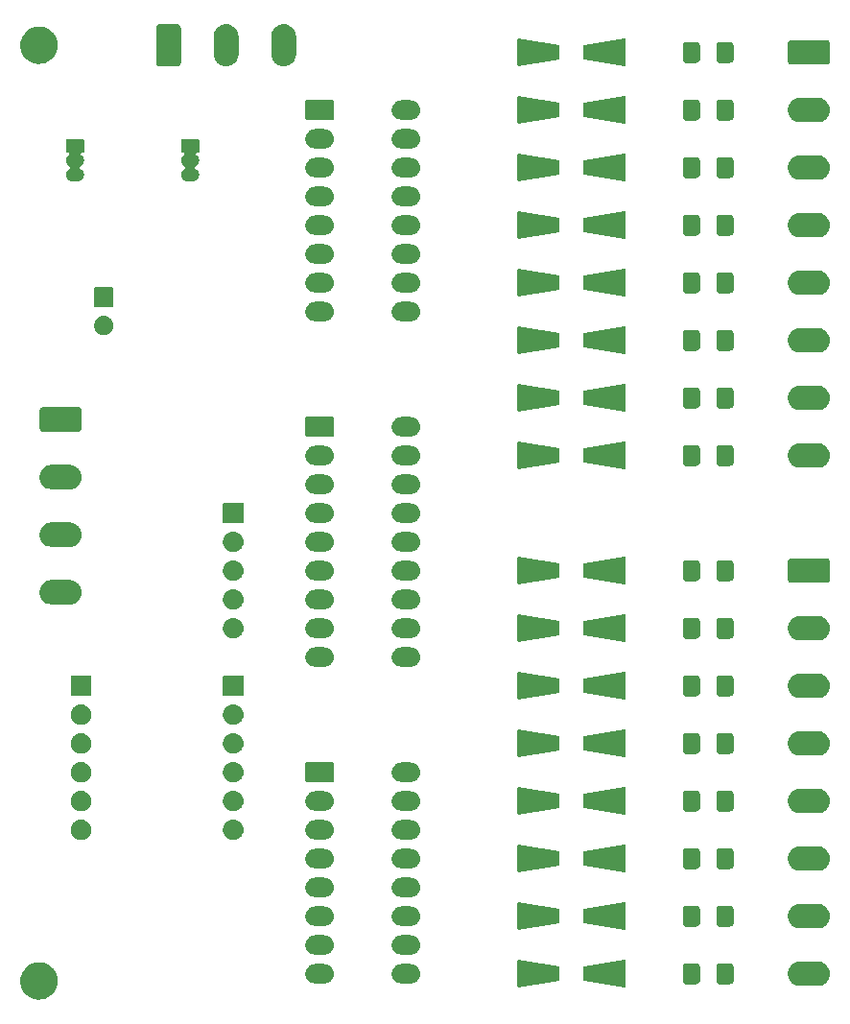
<source format=gbr>
G04 #@! TF.GenerationSoftware,KiCad,Pcbnew,(5.99.0-434-g6ad8b170c)*
G04 #@! TF.CreationDate,2019-12-07T15:10:00-08:00*
G04 #@! TF.ProjectId,R_Switch,525f5377-6974-4636-982e-6b696361645f,A*
G04 #@! TF.SameCoordinates,Original*
G04 #@! TF.FileFunction,Soldermask,Bot*
G04 #@! TF.FilePolarity,Negative*
%FSLAX46Y46*%
G04 Gerber Fmt 4.6, Leading zero omitted, Abs format (unit mm)*
G04 Created by KiCad (PCBNEW (5.99.0-434-g6ad8b170c)) date 2019-12-07 15:10:00*
%MOMM*%
%LPD*%
G04 APERTURE LIST*
G04 APERTURE END LIST*
G36*
X83893730Y-124079000D02*
G01*
X83949937Y-124079000D01*
X84020874Y-124090235D01*
X84087558Y-124096128D01*
X84144072Y-124109748D01*
X84206610Y-124119653D01*
X84268179Y-124139658D01*
X84326121Y-124153622D01*
X84386809Y-124178203D01*
X84453764Y-124199958D01*
X84505106Y-124226118D01*
X84553565Y-124245746D01*
X84616309Y-124282779D01*
X84685312Y-124317938D01*
X84726161Y-124347616D01*
X84764891Y-124370476D01*
X84827232Y-124421049D01*
X84895554Y-124470688D01*
X84926207Y-124501341D01*
X84955465Y-124525076D01*
X85014718Y-124589852D01*
X85079312Y-124654446D01*
X85100574Y-124683711D01*
X85121091Y-124706140D01*
X85174400Y-124785323D01*
X85232062Y-124864688D01*
X85245230Y-124890531D01*
X85258137Y-124909703D01*
X85302562Y-125003052D01*
X85350042Y-125096236D01*
X85356784Y-125116987D01*
X85363587Y-125131281D01*
X85396245Y-125238436D01*
X85430347Y-125343390D01*
X85432634Y-125357830D01*
X85435129Y-125366016D01*
X85453244Y-125487955D01*
X85471000Y-125600063D01*
X85471000Y-125859937D01*
X85462684Y-125912440D01*
X85461885Y-125941983D01*
X85444640Y-126026367D01*
X85430347Y-126116610D01*
X85419164Y-126151027D01*
X85413080Y-126180799D01*
X85380365Y-126270439D01*
X85350042Y-126363764D01*
X85336872Y-126389612D01*
X85328950Y-126411318D01*
X85279540Y-126502131D01*
X85232062Y-126595312D01*
X85219241Y-126612959D01*
X85211672Y-126626870D01*
X85144158Y-126716301D01*
X85079312Y-126805554D01*
X85068976Y-126815890D01*
X85063819Y-126822721D01*
X84975782Y-126909084D01*
X84895554Y-126989312D01*
X84889558Y-126993668D01*
X84888640Y-126994569D01*
X84713110Y-127121866D01*
X84685312Y-127142062D01*
X84584629Y-127193363D01*
X84472223Y-127251753D01*
X84465505Y-127254060D01*
X84453764Y-127260042D01*
X84347902Y-127294439D01*
X84240133Y-127331441D01*
X84225994Y-127334049D01*
X84206610Y-127340347D01*
X84102080Y-127356903D01*
X83998808Y-127375950D01*
X83977170Y-127376687D01*
X83949937Y-127381000D01*
X83850480Y-127381000D01*
X83753553Y-127384300D01*
X83724812Y-127381000D01*
X83690063Y-127381000D01*
X83598482Y-127366495D01*
X83509768Y-127356309D01*
X83474791Y-127346904D01*
X83433390Y-127340347D01*
X83351749Y-127313820D01*
X83272788Y-127292589D01*
X83232903Y-127275205D01*
X83186236Y-127260042D01*
X83115965Y-127224237D01*
X83047832Y-127194541D01*
X83004765Y-127167578D01*
X82954688Y-127142062D01*
X82896590Y-127099851D01*
X82839843Y-127064323D01*
X82795667Y-127026526D01*
X82744446Y-126989312D01*
X82698671Y-126943537D01*
X82653382Y-126904788D01*
X82610465Y-126855331D01*
X82560688Y-126805554D01*
X82526823Y-126758943D01*
X82492556Y-126719454D01*
X82453461Y-126657969D01*
X82407938Y-126595312D01*
X82385015Y-126550323D01*
X82360884Y-126512372D01*
X82328299Y-126439012D01*
X82289958Y-126363764D01*
X82276561Y-126322533D01*
X82261269Y-126288105D01*
X82237885Y-126203501D01*
X82209653Y-126116610D01*
X82203993Y-126080874D01*
X82195897Y-126051582D01*
X82184348Y-125956843D01*
X82169000Y-125859937D01*
X82169000Y-125830932D01*
X82166203Y-125807987D01*
X82169000Y-125704628D01*
X82169000Y-125600063D01*
X82172413Y-125578516D01*
X82172841Y-125562689D01*
X82192390Y-125452382D01*
X82209653Y-125343390D01*
X82214171Y-125329485D01*
X82215664Y-125321061D01*
X82254876Y-125204207D01*
X82289958Y-125096236D01*
X82293325Y-125089628D01*
X82293732Y-125088415D01*
X82391710Y-124896538D01*
X82407938Y-124864688D01*
X82474366Y-124773258D01*
X82548002Y-124670214D01*
X82552942Y-124665107D01*
X82560688Y-124654446D01*
X82639390Y-124575744D01*
X82718621Y-124493841D01*
X82730037Y-124485097D01*
X82744446Y-124470688D01*
X82830048Y-124408494D01*
X82913440Y-124344621D01*
X82932390Y-124334139D01*
X82954688Y-124317938D01*
X83043279Y-124272798D01*
X83128164Y-124225843D01*
X83155275Y-124215734D01*
X83186236Y-124199958D01*
X83274418Y-124171306D01*
X83358091Y-124140105D01*
X83393527Y-124132605D01*
X83433390Y-124119653D01*
X83518177Y-124106224D01*
X83598171Y-124089294D01*
X83641600Y-124086676D01*
X83690063Y-124079000D01*
X83768917Y-124079000D01*
X83843111Y-124074527D01*
X83893730Y-124079000D01*
G37*
G36*
X126127422Y-123895188D02*
G01*
X126136260Y-123894178D01*
X129706807Y-124489269D01*
X129737526Y-124500884D01*
X129752314Y-124514777D01*
X129762848Y-124538121D01*
X129764448Y-124552121D01*
X129764448Y-125632688D01*
X129758041Y-125664899D01*
X129746769Y-125681769D01*
X129725473Y-125695998D01*
X129711928Y-125699877D01*
X126131095Y-126296683D01*
X126098269Y-126295659D01*
X126079777Y-126287314D01*
X126069590Y-126276471D01*
X126065884Y-126272526D01*
X126058001Y-126245000D01*
X126058001Y-126236004D01*
X126055552Y-126227453D01*
X126055552Y-123957312D01*
X126061959Y-123925101D01*
X126073231Y-123908231D01*
X126090101Y-123896959D01*
X126118549Y-123893709D01*
X126127422Y-123895188D01*
G37*
G36*
X135521731Y-123894341D02*
G01*
X135540223Y-123902686D01*
X135545433Y-123908231D01*
X135554116Y-123917474D01*
X135561999Y-123945000D01*
X135561999Y-123953996D01*
X135564448Y-123962547D01*
X135564448Y-126232688D01*
X135561999Y-126245000D01*
X135558041Y-126264899D01*
X135546769Y-126281769D01*
X135529899Y-126293041D01*
X135501451Y-126296291D01*
X135492578Y-126294812D01*
X135483740Y-126295822D01*
X131913193Y-125700731D01*
X131882474Y-125689116D01*
X131867686Y-125675223D01*
X131857152Y-125651879D01*
X131855552Y-125637879D01*
X131855552Y-124557312D01*
X131861959Y-124525101D01*
X131873231Y-124508231D01*
X131894527Y-124494002D01*
X131908072Y-124490123D01*
X135488905Y-123893317D01*
X135521731Y-123894341D01*
G37*
G36*
X152836270Y-124044170D02*
G01*
X152853047Y-124050931D01*
X153022304Y-124118973D01*
X153023066Y-124119451D01*
X153029361Y-124121988D01*
X153106089Y-124171531D01*
X153187291Y-124222468D01*
X153192945Y-124227613D01*
X153204254Y-124234915D01*
X153267360Y-124295326D01*
X153331334Y-124353538D01*
X153340091Y-124364950D01*
X153354638Y-124378876D01*
X153401879Y-124445473D01*
X153449893Y-124508046D01*
X153459584Y-124526823D01*
X153475086Y-124548676D01*
X153506321Y-124617374D01*
X153539215Y-124681106D01*
X153547412Y-124707749D01*
X153561252Y-124738190D01*
X153577438Y-124805352D01*
X153596480Y-124867248D01*
X153600640Y-124901625D01*
X153610028Y-124940578D01*
X153612923Y-125003121D01*
X153619878Y-125060592D01*
X153617496Y-125101907D01*
X153619654Y-125148537D01*
X153611606Y-125204043D01*
X153608666Y-125255026D01*
X153597424Y-125301852D01*
X153589781Y-125354566D01*
X153573543Y-125401326D01*
X153563204Y-125444392D01*
X153541109Y-125494724D01*
X153521488Y-125551228D01*
X153500004Y-125588364D01*
X153484923Y-125622720D01*
X153450455Y-125674014D01*
X153417240Y-125731428D01*
X153393456Y-125758836D01*
X153376297Y-125784372D01*
X153328478Y-125833717D01*
X153280797Y-125888665D01*
X153257484Y-125906978D01*
X153240771Y-125924224D01*
X153179243Y-125968436D01*
X153117083Y-126017264D01*
X153096643Y-126027791D01*
X153082610Y-126037875D01*
X153007553Y-126073675D01*
X152932005Y-126112585D01*
X152916347Y-126117179D01*
X152906836Y-126121715D01*
X152818648Y-126145840D01*
X152732241Y-126171189D01*
X152722637Y-126172105D01*
X152718979Y-126173106D01*
X152613240Y-126182543D01*
X152577007Y-126186000D01*
X150970778Y-126186000D01*
X150693730Y-126145830D01*
X150676953Y-126139069D01*
X150507696Y-126071027D01*
X150506934Y-126070549D01*
X150500639Y-126068012D01*
X150423911Y-126018469D01*
X150342709Y-125967532D01*
X150337055Y-125962387D01*
X150325746Y-125955085D01*
X150262640Y-125894674D01*
X150198666Y-125836462D01*
X150189909Y-125825050D01*
X150175362Y-125811124D01*
X150128121Y-125744527D01*
X150080107Y-125681954D01*
X150070416Y-125663177D01*
X150054914Y-125641324D01*
X150023679Y-125572626D01*
X149990785Y-125508894D01*
X149982588Y-125482251D01*
X149968748Y-125451810D01*
X149952562Y-125384648D01*
X149933520Y-125322752D01*
X149929360Y-125288375D01*
X149919972Y-125249422D01*
X149917077Y-125186879D01*
X149910122Y-125129408D01*
X149912504Y-125088093D01*
X149910346Y-125041463D01*
X149918394Y-124985957D01*
X149921334Y-124934974D01*
X149932576Y-124888148D01*
X149940219Y-124835434D01*
X149956457Y-124788674D01*
X149966796Y-124745608D01*
X149988891Y-124695276D01*
X150008512Y-124638772D01*
X150029996Y-124601636D01*
X150045077Y-124567280D01*
X150079545Y-124515986D01*
X150112760Y-124458572D01*
X150136544Y-124431164D01*
X150153703Y-124405628D01*
X150201522Y-124356283D01*
X150249203Y-124301335D01*
X150272516Y-124283022D01*
X150289229Y-124265776D01*
X150350757Y-124221564D01*
X150412917Y-124172736D01*
X150433357Y-124162209D01*
X150447390Y-124152125D01*
X150522447Y-124116325D01*
X150597995Y-124077415D01*
X150613653Y-124072821D01*
X150623164Y-124068285D01*
X150711352Y-124044160D01*
X150797759Y-124018811D01*
X150807363Y-124017895D01*
X150811021Y-124016894D01*
X150916760Y-124007457D01*
X150952993Y-124004000D01*
X152559222Y-124004000D01*
X152836270Y-124044170D01*
G37*
G36*
X141936756Y-124181764D02*
G01*
X141948228Y-124187289D01*
X141956286Y-124188795D01*
X141973543Y-124199480D01*
X142018638Y-124221197D01*
X142038738Y-124239847D01*
X142051964Y-124248036D01*
X142062264Y-124261676D01*
X142085265Y-124283017D01*
X142107617Y-124321732D01*
X142119781Y-124337840D01*
X142121750Y-124346212D01*
X142129506Y-124359646D01*
X142148419Y-124459603D01*
X142151883Y-124474331D01*
X142151883Y-124477910D01*
X142153194Y-124484839D01*
X142153194Y-125707516D01*
X142138236Y-125806756D01*
X142132711Y-125818228D01*
X142131205Y-125826286D01*
X142120520Y-125843543D01*
X142098803Y-125888638D01*
X142080153Y-125908738D01*
X142071964Y-125921964D01*
X142058324Y-125932264D01*
X142036983Y-125955265D01*
X141998268Y-125977617D01*
X141982160Y-125989781D01*
X141973788Y-125991750D01*
X141960354Y-125999506D01*
X141860397Y-126018419D01*
X141845669Y-126021883D01*
X141842090Y-126021883D01*
X141835161Y-126023194D01*
X140937484Y-126023194D01*
X140838244Y-126008236D01*
X140826772Y-126002711D01*
X140818714Y-126001205D01*
X140801457Y-125990520D01*
X140756362Y-125968803D01*
X140736262Y-125950153D01*
X140723036Y-125941964D01*
X140712736Y-125928324D01*
X140689735Y-125906983D01*
X140667383Y-125868268D01*
X140655219Y-125852160D01*
X140653250Y-125843788D01*
X140645494Y-125830354D01*
X140626581Y-125730397D01*
X140623117Y-125715669D01*
X140623117Y-125712090D01*
X140621806Y-125705161D01*
X140621806Y-124482484D01*
X140636764Y-124383244D01*
X140642289Y-124371772D01*
X140643795Y-124363714D01*
X140654480Y-124346457D01*
X140676197Y-124301362D01*
X140694847Y-124281262D01*
X140703036Y-124268036D01*
X140716676Y-124257736D01*
X140738017Y-124234735D01*
X140776732Y-124212383D01*
X140792840Y-124200219D01*
X140801212Y-124198250D01*
X140814646Y-124190494D01*
X140914603Y-124171581D01*
X140929331Y-124168117D01*
X140932910Y-124168117D01*
X140939839Y-124166806D01*
X141837516Y-124166806D01*
X141936756Y-124181764D01*
G37*
G36*
X144911756Y-124181764D02*
G01*
X144923228Y-124187289D01*
X144931286Y-124188795D01*
X144948543Y-124199480D01*
X144993638Y-124221197D01*
X145013738Y-124239847D01*
X145026964Y-124248036D01*
X145037264Y-124261676D01*
X145060265Y-124283017D01*
X145082617Y-124321732D01*
X145094781Y-124337840D01*
X145096750Y-124346212D01*
X145104506Y-124359646D01*
X145123419Y-124459603D01*
X145126883Y-124474331D01*
X145126883Y-124477910D01*
X145128194Y-124484839D01*
X145128194Y-125707516D01*
X145113236Y-125806756D01*
X145107711Y-125818228D01*
X145106205Y-125826286D01*
X145095520Y-125843543D01*
X145073803Y-125888638D01*
X145055153Y-125908738D01*
X145046964Y-125921964D01*
X145033324Y-125932264D01*
X145011983Y-125955265D01*
X144973268Y-125977617D01*
X144957160Y-125989781D01*
X144948788Y-125991750D01*
X144935354Y-125999506D01*
X144835397Y-126018419D01*
X144820669Y-126021883D01*
X144817090Y-126021883D01*
X144810161Y-126023194D01*
X143912484Y-126023194D01*
X143813244Y-126008236D01*
X143801772Y-126002711D01*
X143793714Y-126001205D01*
X143776457Y-125990520D01*
X143731362Y-125968803D01*
X143711262Y-125950153D01*
X143698036Y-125941964D01*
X143687736Y-125928324D01*
X143664735Y-125906983D01*
X143642383Y-125868268D01*
X143630219Y-125852160D01*
X143628250Y-125843788D01*
X143620494Y-125830354D01*
X143601581Y-125730397D01*
X143598117Y-125715669D01*
X143598117Y-125712090D01*
X143596806Y-125705161D01*
X143596806Y-124482484D01*
X143611764Y-124383244D01*
X143617289Y-124371772D01*
X143618795Y-124363714D01*
X143629480Y-124346457D01*
X143651197Y-124301362D01*
X143669847Y-124281262D01*
X143678036Y-124268036D01*
X143691676Y-124257736D01*
X143713017Y-124234735D01*
X143751732Y-124212383D01*
X143767840Y-124200219D01*
X143776212Y-124198250D01*
X143789646Y-124190494D01*
X143889603Y-124171581D01*
X143904331Y-124168117D01*
X143907910Y-124168117D01*
X143914839Y-124166806D01*
X144812516Y-124166806D01*
X144911756Y-124181764D01*
G37*
G36*
X109122270Y-124261707D02*
G01*
X109246689Y-124280968D01*
X109251690Y-124283132D01*
X109260865Y-124284651D01*
X109333903Y-124318709D01*
X109402312Y-124348313D01*
X109412129Y-124355187D01*
X109428440Y-124362793D01*
X109487726Y-124408121D01*
X109543929Y-124447474D01*
X109556276Y-124460530D01*
X109575327Y-124475096D01*
X109619657Y-124527554D01*
X109662715Y-124573086D01*
X109675335Y-124593439D01*
X109694671Y-124616321D01*
X109723930Y-124671816D01*
X109753819Y-124720022D01*
X109764150Y-124748099D01*
X109780905Y-124779879D01*
X109795983Y-124834619D01*
X109813516Y-124882272D01*
X109818882Y-124917753D01*
X109830006Y-124958139D01*
X109832666Y-125008903D01*
X109839368Y-125053216D01*
X109837178Y-125094995D01*
X109839683Y-125142784D01*
X109832354Y-125187056D01*
X109830320Y-125225863D01*
X109818272Y-125272117D01*
X109809484Y-125325200D01*
X109795035Y-125361325D01*
X109786741Y-125393167D01*
X109763009Y-125441396D01*
X109740819Y-125496876D01*
X109722303Y-125524121D01*
X109710413Y-125548285D01*
X109673825Y-125595454D01*
X109636890Y-125649802D01*
X109617296Y-125668332D01*
X109604447Y-125684896D01*
X109554605Y-125727616D01*
X109502548Y-125776844D01*
X109484557Y-125787654D01*
X109473185Y-125797401D01*
X109410589Y-125832098D01*
X109344059Y-125872074D01*
X109329838Y-125876860D01*
X109321972Y-125881220D01*
X109247991Y-125904404D01*
X109168817Y-125931049D01*
X109159863Y-125932022D01*
X109157000Y-125932919D01*
X109073954Y-125941354D01*
X109031191Y-125946000D01*
X108154689Y-125946000D01*
X108047730Y-125928293D01*
X107923311Y-125909032D01*
X107918310Y-125906868D01*
X107909135Y-125905349D01*
X107836097Y-125871291D01*
X107767688Y-125841687D01*
X107757871Y-125834813D01*
X107741560Y-125827207D01*
X107682274Y-125781879D01*
X107626071Y-125742526D01*
X107613724Y-125729470D01*
X107594673Y-125714904D01*
X107550343Y-125662446D01*
X107507285Y-125616914D01*
X107494665Y-125596561D01*
X107475329Y-125573679D01*
X107446070Y-125518184D01*
X107416181Y-125469978D01*
X107405850Y-125441901D01*
X107389095Y-125410121D01*
X107374017Y-125355381D01*
X107356484Y-125307728D01*
X107351118Y-125272247D01*
X107339994Y-125231861D01*
X107337334Y-125181097D01*
X107330632Y-125136784D01*
X107332822Y-125095005D01*
X107330317Y-125047216D01*
X107337646Y-125002944D01*
X107339680Y-124964137D01*
X107351728Y-124917883D01*
X107360516Y-124864800D01*
X107374965Y-124828675D01*
X107383259Y-124796833D01*
X107406991Y-124748604D01*
X107429181Y-124693124D01*
X107447697Y-124665879D01*
X107459587Y-124641715D01*
X107496175Y-124594546D01*
X107533110Y-124540198D01*
X107552704Y-124521668D01*
X107565553Y-124505104D01*
X107615395Y-124462384D01*
X107667452Y-124413156D01*
X107685443Y-124402346D01*
X107696815Y-124392599D01*
X107759411Y-124357902D01*
X107825941Y-124317926D01*
X107840162Y-124313140D01*
X107848028Y-124308780D01*
X107922009Y-124285596D01*
X108001183Y-124258951D01*
X108010137Y-124257978D01*
X108013000Y-124257081D01*
X108096046Y-124248646D01*
X108138809Y-124244000D01*
X109015311Y-124244000D01*
X109122270Y-124261707D01*
G37*
G36*
X116742270Y-124261707D02*
G01*
X116866689Y-124280968D01*
X116871690Y-124283132D01*
X116880865Y-124284651D01*
X116953903Y-124318709D01*
X117022312Y-124348313D01*
X117032129Y-124355187D01*
X117048440Y-124362793D01*
X117107726Y-124408121D01*
X117163929Y-124447474D01*
X117176276Y-124460530D01*
X117195327Y-124475096D01*
X117239657Y-124527554D01*
X117282715Y-124573086D01*
X117295335Y-124593439D01*
X117314671Y-124616321D01*
X117343930Y-124671816D01*
X117373819Y-124720022D01*
X117384150Y-124748099D01*
X117400905Y-124779879D01*
X117415983Y-124834619D01*
X117433516Y-124882272D01*
X117438882Y-124917753D01*
X117450006Y-124958139D01*
X117452666Y-125008903D01*
X117459368Y-125053216D01*
X117457178Y-125094995D01*
X117459683Y-125142784D01*
X117452354Y-125187056D01*
X117450320Y-125225863D01*
X117438272Y-125272117D01*
X117429484Y-125325200D01*
X117415035Y-125361325D01*
X117406741Y-125393167D01*
X117383009Y-125441396D01*
X117360819Y-125496876D01*
X117342303Y-125524121D01*
X117330413Y-125548285D01*
X117293825Y-125595454D01*
X117256890Y-125649802D01*
X117237296Y-125668332D01*
X117224447Y-125684896D01*
X117174605Y-125727616D01*
X117122548Y-125776844D01*
X117104557Y-125787654D01*
X117093185Y-125797401D01*
X117030589Y-125832098D01*
X116964059Y-125872074D01*
X116949838Y-125876860D01*
X116941972Y-125881220D01*
X116867991Y-125904404D01*
X116788817Y-125931049D01*
X116779863Y-125932022D01*
X116777000Y-125932919D01*
X116693954Y-125941354D01*
X116651191Y-125946000D01*
X115774689Y-125946000D01*
X115667730Y-125928293D01*
X115543311Y-125909032D01*
X115538310Y-125906868D01*
X115529135Y-125905349D01*
X115456097Y-125871291D01*
X115387688Y-125841687D01*
X115377871Y-125834813D01*
X115361560Y-125827207D01*
X115302274Y-125781879D01*
X115246071Y-125742526D01*
X115233724Y-125729470D01*
X115214673Y-125714904D01*
X115170343Y-125662446D01*
X115127285Y-125616914D01*
X115114665Y-125596561D01*
X115095329Y-125573679D01*
X115066070Y-125518184D01*
X115036181Y-125469978D01*
X115025850Y-125441901D01*
X115009095Y-125410121D01*
X114994017Y-125355381D01*
X114976484Y-125307728D01*
X114971118Y-125272247D01*
X114959994Y-125231861D01*
X114957334Y-125181097D01*
X114950632Y-125136784D01*
X114952822Y-125095005D01*
X114950317Y-125047216D01*
X114957646Y-125002944D01*
X114959680Y-124964137D01*
X114971728Y-124917883D01*
X114980516Y-124864800D01*
X114994965Y-124828675D01*
X115003259Y-124796833D01*
X115026991Y-124748604D01*
X115049181Y-124693124D01*
X115067697Y-124665879D01*
X115079587Y-124641715D01*
X115116175Y-124594546D01*
X115153110Y-124540198D01*
X115172704Y-124521668D01*
X115185553Y-124505104D01*
X115235395Y-124462384D01*
X115287452Y-124413156D01*
X115305443Y-124402346D01*
X115316815Y-124392599D01*
X115379411Y-124357902D01*
X115445941Y-124317926D01*
X115460162Y-124313140D01*
X115468028Y-124308780D01*
X115542009Y-124285596D01*
X115621183Y-124258951D01*
X115630137Y-124257978D01*
X115633000Y-124257081D01*
X115716046Y-124248646D01*
X115758809Y-124244000D01*
X116635311Y-124244000D01*
X116742270Y-124261707D01*
G37*
G36*
X116742270Y-121721707D02*
G01*
X116866689Y-121740968D01*
X116871690Y-121743132D01*
X116880865Y-121744651D01*
X116953903Y-121778709D01*
X117022312Y-121808313D01*
X117032129Y-121815187D01*
X117048440Y-121822793D01*
X117107726Y-121868121D01*
X117163929Y-121907474D01*
X117176276Y-121920530D01*
X117195327Y-121935096D01*
X117239657Y-121987554D01*
X117282715Y-122033086D01*
X117295335Y-122053439D01*
X117314671Y-122076321D01*
X117343930Y-122131816D01*
X117373819Y-122180022D01*
X117384150Y-122208099D01*
X117400905Y-122239879D01*
X117415983Y-122294619D01*
X117433516Y-122342272D01*
X117438882Y-122377753D01*
X117450006Y-122418139D01*
X117452666Y-122468903D01*
X117459368Y-122513216D01*
X117457178Y-122554995D01*
X117459683Y-122602784D01*
X117452354Y-122647056D01*
X117450320Y-122685863D01*
X117438272Y-122732117D01*
X117429484Y-122785200D01*
X117415035Y-122821325D01*
X117406741Y-122853167D01*
X117383009Y-122901396D01*
X117360819Y-122956876D01*
X117342303Y-122984121D01*
X117330413Y-123008285D01*
X117293825Y-123055454D01*
X117256890Y-123109802D01*
X117237296Y-123128332D01*
X117224447Y-123144896D01*
X117174605Y-123187616D01*
X117122548Y-123236844D01*
X117104557Y-123247654D01*
X117093185Y-123257401D01*
X117030589Y-123292098D01*
X116964059Y-123332074D01*
X116949838Y-123336860D01*
X116941972Y-123341220D01*
X116867991Y-123364404D01*
X116788817Y-123391049D01*
X116779863Y-123392022D01*
X116777000Y-123392919D01*
X116693954Y-123401354D01*
X116651191Y-123406000D01*
X115774689Y-123406000D01*
X115667730Y-123388293D01*
X115543311Y-123369032D01*
X115538310Y-123366868D01*
X115529135Y-123365349D01*
X115456097Y-123331291D01*
X115387688Y-123301687D01*
X115377871Y-123294813D01*
X115361560Y-123287207D01*
X115302274Y-123241879D01*
X115246071Y-123202526D01*
X115233724Y-123189470D01*
X115214673Y-123174904D01*
X115170343Y-123122446D01*
X115127285Y-123076914D01*
X115114665Y-123056561D01*
X115095329Y-123033679D01*
X115066070Y-122978184D01*
X115036181Y-122929978D01*
X115025850Y-122901901D01*
X115009095Y-122870121D01*
X114994017Y-122815381D01*
X114976484Y-122767728D01*
X114971118Y-122732247D01*
X114959994Y-122691861D01*
X114957334Y-122641097D01*
X114950632Y-122596784D01*
X114952822Y-122555005D01*
X114950317Y-122507216D01*
X114957646Y-122462944D01*
X114959680Y-122424137D01*
X114971728Y-122377883D01*
X114980516Y-122324800D01*
X114994965Y-122288675D01*
X115003259Y-122256833D01*
X115026991Y-122208604D01*
X115049181Y-122153124D01*
X115067697Y-122125879D01*
X115079587Y-122101715D01*
X115116175Y-122054546D01*
X115153110Y-122000198D01*
X115172704Y-121981668D01*
X115185553Y-121965104D01*
X115235395Y-121922384D01*
X115287452Y-121873156D01*
X115305443Y-121862346D01*
X115316815Y-121852599D01*
X115379411Y-121817902D01*
X115445941Y-121777926D01*
X115460162Y-121773140D01*
X115468028Y-121768780D01*
X115542009Y-121745596D01*
X115621183Y-121718951D01*
X115630137Y-121717978D01*
X115633000Y-121717081D01*
X115716046Y-121708646D01*
X115758809Y-121704000D01*
X116635311Y-121704000D01*
X116742270Y-121721707D01*
G37*
G36*
X109122270Y-121721707D02*
G01*
X109246689Y-121740968D01*
X109251690Y-121743132D01*
X109260865Y-121744651D01*
X109333903Y-121778709D01*
X109402312Y-121808313D01*
X109412129Y-121815187D01*
X109428440Y-121822793D01*
X109487726Y-121868121D01*
X109543929Y-121907474D01*
X109556276Y-121920530D01*
X109575327Y-121935096D01*
X109619657Y-121987554D01*
X109662715Y-122033086D01*
X109675335Y-122053439D01*
X109694671Y-122076321D01*
X109723930Y-122131816D01*
X109753819Y-122180022D01*
X109764150Y-122208099D01*
X109780905Y-122239879D01*
X109795983Y-122294619D01*
X109813516Y-122342272D01*
X109818882Y-122377753D01*
X109830006Y-122418139D01*
X109832666Y-122468903D01*
X109839368Y-122513216D01*
X109837178Y-122554995D01*
X109839683Y-122602784D01*
X109832354Y-122647056D01*
X109830320Y-122685863D01*
X109818272Y-122732117D01*
X109809484Y-122785200D01*
X109795035Y-122821325D01*
X109786741Y-122853167D01*
X109763009Y-122901396D01*
X109740819Y-122956876D01*
X109722303Y-122984121D01*
X109710413Y-123008285D01*
X109673825Y-123055454D01*
X109636890Y-123109802D01*
X109617296Y-123128332D01*
X109604447Y-123144896D01*
X109554605Y-123187616D01*
X109502548Y-123236844D01*
X109484557Y-123247654D01*
X109473185Y-123257401D01*
X109410589Y-123292098D01*
X109344059Y-123332074D01*
X109329838Y-123336860D01*
X109321972Y-123341220D01*
X109247991Y-123364404D01*
X109168817Y-123391049D01*
X109159863Y-123392022D01*
X109157000Y-123392919D01*
X109073954Y-123401354D01*
X109031191Y-123406000D01*
X108154689Y-123406000D01*
X108047730Y-123388293D01*
X107923311Y-123369032D01*
X107918310Y-123366868D01*
X107909135Y-123365349D01*
X107836097Y-123331291D01*
X107767688Y-123301687D01*
X107757871Y-123294813D01*
X107741560Y-123287207D01*
X107682274Y-123241879D01*
X107626071Y-123202526D01*
X107613724Y-123189470D01*
X107594673Y-123174904D01*
X107550343Y-123122446D01*
X107507285Y-123076914D01*
X107494665Y-123056561D01*
X107475329Y-123033679D01*
X107446070Y-122978184D01*
X107416181Y-122929978D01*
X107405850Y-122901901D01*
X107389095Y-122870121D01*
X107374017Y-122815381D01*
X107356484Y-122767728D01*
X107351118Y-122732247D01*
X107339994Y-122691861D01*
X107337334Y-122641097D01*
X107330632Y-122596784D01*
X107332822Y-122555005D01*
X107330317Y-122507216D01*
X107337646Y-122462944D01*
X107339680Y-122424137D01*
X107351728Y-122377883D01*
X107360516Y-122324800D01*
X107374965Y-122288675D01*
X107383259Y-122256833D01*
X107406991Y-122208604D01*
X107429181Y-122153124D01*
X107447697Y-122125879D01*
X107459587Y-122101715D01*
X107496175Y-122054546D01*
X107533110Y-122000198D01*
X107552704Y-121981668D01*
X107565553Y-121965104D01*
X107615395Y-121922384D01*
X107667452Y-121873156D01*
X107685443Y-121862346D01*
X107696815Y-121852599D01*
X107759411Y-121817902D01*
X107825941Y-121777926D01*
X107840162Y-121773140D01*
X107848028Y-121768780D01*
X107922009Y-121745596D01*
X108001183Y-121718951D01*
X108010137Y-121717978D01*
X108013000Y-121717081D01*
X108096046Y-121708646D01*
X108138809Y-121704000D01*
X109015311Y-121704000D01*
X109122270Y-121721707D01*
G37*
G36*
X126127422Y-118815188D02*
G01*
X126136260Y-118814178D01*
X129706807Y-119409269D01*
X129737526Y-119420884D01*
X129752314Y-119434777D01*
X129762848Y-119458121D01*
X129764448Y-119472121D01*
X129764448Y-120552688D01*
X129758041Y-120584899D01*
X129746769Y-120601769D01*
X129725473Y-120615998D01*
X129711928Y-120619877D01*
X126131095Y-121216683D01*
X126098269Y-121215659D01*
X126079777Y-121207314D01*
X126069590Y-121196471D01*
X126065884Y-121192526D01*
X126058001Y-121165000D01*
X126058001Y-121156004D01*
X126055552Y-121147453D01*
X126055552Y-118877312D01*
X126061959Y-118845101D01*
X126073231Y-118828231D01*
X126090101Y-118816959D01*
X126118549Y-118813709D01*
X126127422Y-118815188D01*
G37*
G36*
X135521731Y-118814341D02*
G01*
X135540223Y-118822686D01*
X135545433Y-118828231D01*
X135554116Y-118837474D01*
X135561999Y-118865000D01*
X135561999Y-118873996D01*
X135564448Y-118882547D01*
X135564448Y-121152688D01*
X135561999Y-121165000D01*
X135558041Y-121184899D01*
X135546769Y-121201769D01*
X135529899Y-121213041D01*
X135501451Y-121216291D01*
X135492578Y-121214812D01*
X135483740Y-121215822D01*
X131913193Y-120620731D01*
X131882474Y-120609116D01*
X131867686Y-120595223D01*
X131857152Y-120571879D01*
X131855552Y-120557879D01*
X131855552Y-119477312D01*
X131861959Y-119445101D01*
X131873231Y-119428231D01*
X131894527Y-119414002D01*
X131908072Y-119410123D01*
X135488905Y-118813317D01*
X135521731Y-118814341D01*
G37*
G36*
X152836270Y-118964170D02*
G01*
X152853047Y-118970931D01*
X153022304Y-119038973D01*
X153023066Y-119039451D01*
X153029361Y-119041988D01*
X153106089Y-119091531D01*
X153187291Y-119142468D01*
X153192945Y-119147613D01*
X153204254Y-119154915D01*
X153267360Y-119215326D01*
X153331334Y-119273538D01*
X153340091Y-119284950D01*
X153354638Y-119298876D01*
X153401879Y-119365473D01*
X153449893Y-119428046D01*
X153459584Y-119446823D01*
X153475086Y-119468676D01*
X153506321Y-119537374D01*
X153539215Y-119601106D01*
X153547412Y-119627749D01*
X153561252Y-119658190D01*
X153577438Y-119725352D01*
X153596480Y-119787248D01*
X153600640Y-119821625D01*
X153610028Y-119860578D01*
X153612923Y-119923121D01*
X153619878Y-119980592D01*
X153617496Y-120021907D01*
X153619654Y-120068537D01*
X153611606Y-120124043D01*
X153608666Y-120175026D01*
X153597424Y-120221852D01*
X153589781Y-120274566D01*
X153573543Y-120321326D01*
X153563204Y-120364392D01*
X153541109Y-120414724D01*
X153521488Y-120471228D01*
X153500004Y-120508364D01*
X153484923Y-120542720D01*
X153450455Y-120594014D01*
X153417240Y-120651428D01*
X153393456Y-120678836D01*
X153376297Y-120704372D01*
X153328478Y-120753717D01*
X153280797Y-120808665D01*
X153257484Y-120826978D01*
X153240771Y-120844224D01*
X153179243Y-120888436D01*
X153117083Y-120937264D01*
X153096643Y-120947791D01*
X153082610Y-120957875D01*
X153007553Y-120993675D01*
X152932005Y-121032585D01*
X152916347Y-121037179D01*
X152906836Y-121041715D01*
X152818648Y-121065840D01*
X152732241Y-121091189D01*
X152722637Y-121092105D01*
X152718979Y-121093106D01*
X152613240Y-121102543D01*
X152577007Y-121106000D01*
X150970778Y-121106000D01*
X150693730Y-121065830D01*
X150676953Y-121059069D01*
X150507696Y-120991027D01*
X150506934Y-120990549D01*
X150500639Y-120988012D01*
X150423911Y-120938469D01*
X150342709Y-120887532D01*
X150337055Y-120882387D01*
X150325746Y-120875085D01*
X150262640Y-120814674D01*
X150198666Y-120756462D01*
X150189909Y-120745050D01*
X150175362Y-120731124D01*
X150128121Y-120664527D01*
X150080107Y-120601954D01*
X150070416Y-120583177D01*
X150054914Y-120561324D01*
X150023679Y-120492626D01*
X149990785Y-120428894D01*
X149982588Y-120402251D01*
X149968748Y-120371810D01*
X149952562Y-120304648D01*
X149933520Y-120242752D01*
X149929360Y-120208375D01*
X149919972Y-120169422D01*
X149917077Y-120106879D01*
X149910122Y-120049408D01*
X149912504Y-120008093D01*
X149910346Y-119961463D01*
X149918394Y-119905957D01*
X149921334Y-119854974D01*
X149932576Y-119808148D01*
X149940219Y-119755434D01*
X149956457Y-119708674D01*
X149966796Y-119665608D01*
X149988891Y-119615276D01*
X150008512Y-119558772D01*
X150029996Y-119521636D01*
X150045077Y-119487280D01*
X150079545Y-119435986D01*
X150112760Y-119378572D01*
X150136544Y-119351164D01*
X150153703Y-119325628D01*
X150201522Y-119276283D01*
X150249203Y-119221335D01*
X150272516Y-119203022D01*
X150289229Y-119185776D01*
X150350757Y-119141564D01*
X150412917Y-119092736D01*
X150433357Y-119082209D01*
X150447390Y-119072125D01*
X150522447Y-119036325D01*
X150597995Y-118997415D01*
X150613653Y-118992821D01*
X150623164Y-118988285D01*
X150711352Y-118964160D01*
X150797759Y-118938811D01*
X150807363Y-118937895D01*
X150811021Y-118936894D01*
X150916760Y-118927457D01*
X150952993Y-118924000D01*
X152559222Y-118924000D01*
X152836270Y-118964170D01*
G37*
G36*
X144911756Y-119101764D02*
G01*
X144923228Y-119107289D01*
X144931286Y-119108795D01*
X144948543Y-119119480D01*
X144993638Y-119141197D01*
X145013738Y-119159847D01*
X145026964Y-119168036D01*
X145037264Y-119181676D01*
X145060265Y-119203017D01*
X145082617Y-119241732D01*
X145094781Y-119257840D01*
X145096750Y-119266212D01*
X145104506Y-119279646D01*
X145123419Y-119379603D01*
X145126883Y-119394331D01*
X145126883Y-119397910D01*
X145128194Y-119404839D01*
X145128194Y-120627516D01*
X145113236Y-120726756D01*
X145107711Y-120738228D01*
X145106205Y-120746286D01*
X145095520Y-120763543D01*
X145073803Y-120808638D01*
X145055153Y-120828738D01*
X145046964Y-120841964D01*
X145033324Y-120852264D01*
X145011983Y-120875265D01*
X144973268Y-120897617D01*
X144957160Y-120909781D01*
X144948788Y-120911750D01*
X144935354Y-120919506D01*
X144835397Y-120938419D01*
X144820669Y-120941883D01*
X144817090Y-120941883D01*
X144810161Y-120943194D01*
X143912484Y-120943194D01*
X143813244Y-120928236D01*
X143801772Y-120922711D01*
X143793714Y-120921205D01*
X143776457Y-120910520D01*
X143731362Y-120888803D01*
X143711262Y-120870153D01*
X143698036Y-120861964D01*
X143687736Y-120848324D01*
X143664735Y-120826983D01*
X143642383Y-120788268D01*
X143630219Y-120772160D01*
X143628250Y-120763788D01*
X143620494Y-120750354D01*
X143601581Y-120650397D01*
X143598117Y-120635669D01*
X143598117Y-120632090D01*
X143596806Y-120625161D01*
X143596806Y-119402484D01*
X143611764Y-119303244D01*
X143617289Y-119291772D01*
X143618795Y-119283714D01*
X143629480Y-119266457D01*
X143651197Y-119221362D01*
X143669847Y-119201262D01*
X143678036Y-119188036D01*
X143691676Y-119177736D01*
X143713017Y-119154735D01*
X143751732Y-119132383D01*
X143767840Y-119120219D01*
X143776212Y-119118250D01*
X143789646Y-119110494D01*
X143889603Y-119091581D01*
X143904331Y-119088117D01*
X143907910Y-119088117D01*
X143914839Y-119086806D01*
X144812516Y-119086806D01*
X144911756Y-119101764D01*
G37*
G36*
X141936756Y-119101764D02*
G01*
X141948228Y-119107289D01*
X141956286Y-119108795D01*
X141973543Y-119119480D01*
X142018638Y-119141197D01*
X142038738Y-119159847D01*
X142051964Y-119168036D01*
X142062264Y-119181676D01*
X142085265Y-119203017D01*
X142107617Y-119241732D01*
X142119781Y-119257840D01*
X142121750Y-119266212D01*
X142129506Y-119279646D01*
X142148419Y-119379603D01*
X142151883Y-119394331D01*
X142151883Y-119397910D01*
X142153194Y-119404839D01*
X142153194Y-120627516D01*
X142138236Y-120726756D01*
X142132711Y-120738228D01*
X142131205Y-120746286D01*
X142120520Y-120763543D01*
X142098803Y-120808638D01*
X142080153Y-120828738D01*
X142071964Y-120841964D01*
X142058324Y-120852264D01*
X142036983Y-120875265D01*
X141998268Y-120897617D01*
X141982160Y-120909781D01*
X141973788Y-120911750D01*
X141960354Y-120919506D01*
X141860397Y-120938419D01*
X141845669Y-120941883D01*
X141842090Y-120941883D01*
X141835161Y-120943194D01*
X140937484Y-120943194D01*
X140838244Y-120928236D01*
X140826772Y-120922711D01*
X140818714Y-120921205D01*
X140801457Y-120910520D01*
X140756362Y-120888803D01*
X140736262Y-120870153D01*
X140723036Y-120861964D01*
X140712736Y-120848324D01*
X140689735Y-120826983D01*
X140667383Y-120788268D01*
X140655219Y-120772160D01*
X140653250Y-120763788D01*
X140645494Y-120750354D01*
X140626581Y-120650397D01*
X140623117Y-120635669D01*
X140623117Y-120632090D01*
X140621806Y-120625161D01*
X140621806Y-119402484D01*
X140636764Y-119303244D01*
X140642289Y-119291772D01*
X140643795Y-119283714D01*
X140654480Y-119266457D01*
X140676197Y-119221362D01*
X140694847Y-119201262D01*
X140703036Y-119188036D01*
X140716676Y-119177736D01*
X140738017Y-119154735D01*
X140776732Y-119132383D01*
X140792840Y-119120219D01*
X140801212Y-119118250D01*
X140814646Y-119110494D01*
X140914603Y-119091581D01*
X140929331Y-119088117D01*
X140932910Y-119088117D01*
X140939839Y-119086806D01*
X141837516Y-119086806D01*
X141936756Y-119101764D01*
G37*
G36*
X116742270Y-119181707D02*
G01*
X116866689Y-119200968D01*
X116871690Y-119203132D01*
X116880865Y-119204651D01*
X116953903Y-119238709D01*
X117022312Y-119268313D01*
X117032129Y-119275187D01*
X117048440Y-119282793D01*
X117107726Y-119328121D01*
X117163929Y-119367474D01*
X117176276Y-119380530D01*
X117195327Y-119395096D01*
X117239657Y-119447554D01*
X117282715Y-119493086D01*
X117295335Y-119513439D01*
X117314671Y-119536321D01*
X117343930Y-119591816D01*
X117373819Y-119640022D01*
X117384150Y-119668099D01*
X117400905Y-119699879D01*
X117415983Y-119754619D01*
X117433516Y-119802272D01*
X117438882Y-119837753D01*
X117450006Y-119878139D01*
X117452666Y-119928903D01*
X117459368Y-119973216D01*
X117457178Y-120014995D01*
X117459683Y-120062784D01*
X117452354Y-120107056D01*
X117450320Y-120145863D01*
X117438272Y-120192117D01*
X117429484Y-120245200D01*
X117415035Y-120281325D01*
X117406741Y-120313167D01*
X117383009Y-120361396D01*
X117360819Y-120416876D01*
X117342303Y-120444121D01*
X117330413Y-120468285D01*
X117293825Y-120515454D01*
X117256890Y-120569802D01*
X117237296Y-120588332D01*
X117224447Y-120604896D01*
X117174605Y-120647616D01*
X117122548Y-120696844D01*
X117104557Y-120707654D01*
X117093185Y-120717401D01*
X117030589Y-120752098D01*
X116964059Y-120792074D01*
X116949838Y-120796860D01*
X116941972Y-120801220D01*
X116867991Y-120824404D01*
X116788817Y-120851049D01*
X116779863Y-120852022D01*
X116777000Y-120852919D01*
X116693954Y-120861354D01*
X116651191Y-120866000D01*
X115774689Y-120866000D01*
X115667730Y-120848293D01*
X115543311Y-120829032D01*
X115538310Y-120826868D01*
X115529135Y-120825349D01*
X115456097Y-120791291D01*
X115387688Y-120761687D01*
X115377871Y-120754813D01*
X115361560Y-120747207D01*
X115302274Y-120701879D01*
X115246071Y-120662526D01*
X115233724Y-120649470D01*
X115214673Y-120634904D01*
X115170343Y-120582446D01*
X115127285Y-120536914D01*
X115114665Y-120516561D01*
X115095329Y-120493679D01*
X115066070Y-120438184D01*
X115036181Y-120389978D01*
X115025850Y-120361901D01*
X115009095Y-120330121D01*
X114994017Y-120275381D01*
X114976484Y-120227728D01*
X114971118Y-120192247D01*
X114959994Y-120151861D01*
X114957334Y-120101097D01*
X114950632Y-120056784D01*
X114952822Y-120015005D01*
X114950317Y-119967216D01*
X114957646Y-119922944D01*
X114959680Y-119884137D01*
X114971728Y-119837883D01*
X114980516Y-119784800D01*
X114994965Y-119748675D01*
X115003259Y-119716833D01*
X115026991Y-119668604D01*
X115049181Y-119613124D01*
X115067697Y-119585879D01*
X115079587Y-119561715D01*
X115116175Y-119514546D01*
X115153110Y-119460198D01*
X115172704Y-119441668D01*
X115185553Y-119425104D01*
X115235395Y-119382384D01*
X115287452Y-119333156D01*
X115305443Y-119322346D01*
X115316815Y-119312599D01*
X115379411Y-119277902D01*
X115445941Y-119237926D01*
X115460162Y-119233140D01*
X115468028Y-119228780D01*
X115542009Y-119205596D01*
X115621183Y-119178951D01*
X115630137Y-119177978D01*
X115633000Y-119177081D01*
X115716046Y-119168646D01*
X115758809Y-119164000D01*
X116635311Y-119164000D01*
X116742270Y-119181707D01*
G37*
G36*
X109122270Y-119181707D02*
G01*
X109246689Y-119200968D01*
X109251690Y-119203132D01*
X109260865Y-119204651D01*
X109333903Y-119238709D01*
X109402312Y-119268313D01*
X109412129Y-119275187D01*
X109428440Y-119282793D01*
X109487726Y-119328121D01*
X109543929Y-119367474D01*
X109556276Y-119380530D01*
X109575327Y-119395096D01*
X109619657Y-119447554D01*
X109662715Y-119493086D01*
X109675335Y-119513439D01*
X109694671Y-119536321D01*
X109723930Y-119591816D01*
X109753819Y-119640022D01*
X109764150Y-119668099D01*
X109780905Y-119699879D01*
X109795983Y-119754619D01*
X109813516Y-119802272D01*
X109818882Y-119837753D01*
X109830006Y-119878139D01*
X109832666Y-119928903D01*
X109839368Y-119973216D01*
X109837178Y-120014995D01*
X109839683Y-120062784D01*
X109832354Y-120107056D01*
X109830320Y-120145863D01*
X109818272Y-120192117D01*
X109809484Y-120245200D01*
X109795035Y-120281325D01*
X109786741Y-120313167D01*
X109763009Y-120361396D01*
X109740819Y-120416876D01*
X109722303Y-120444121D01*
X109710413Y-120468285D01*
X109673825Y-120515454D01*
X109636890Y-120569802D01*
X109617296Y-120588332D01*
X109604447Y-120604896D01*
X109554605Y-120647616D01*
X109502548Y-120696844D01*
X109484557Y-120707654D01*
X109473185Y-120717401D01*
X109410589Y-120752098D01*
X109344059Y-120792074D01*
X109329838Y-120796860D01*
X109321972Y-120801220D01*
X109247991Y-120824404D01*
X109168817Y-120851049D01*
X109159863Y-120852022D01*
X109157000Y-120852919D01*
X109073954Y-120861354D01*
X109031191Y-120866000D01*
X108154689Y-120866000D01*
X108047730Y-120848293D01*
X107923311Y-120829032D01*
X107918310Y-120826868D01*
X107909135Y-120825349D01*
X107836097Y-120791291D01*
X107767688Y-120761687D01*
X107757871Y-120754813D01*
X107741560Y-120747207D01*
X107682274Y-120701879D01*
X107626071Y-120662526D01*
X107613724Y-120649470D01*
X107594673Y-120634904D01*
X107550343Y-120582446D01*
X107507285Y-120536914D01*
X107494665Y-120516561D01*
X107475329Y-120493679D01*
X107446070Y-120438184D01*
X107416181Y-120389978D01*
X107405850Y-120361901D01*
X107389095Y-120330121D01*
X107374017Y-120275381D01*
X107356484Y-120227728D01*
X107351118Y-120192247D01*
X107339994Y-120151861D01*
X107337334Y-120101097D01*
X107330632Y-120056784D01*
X107332822Y-120015005D01*
X107330317Y-119967216D01*
X107337646Y-119922944D01*
X107339680Y-119884137D01*
X107351728Y-119837883D01*
X107360516Y-119784800D01*
X107374965Y-119748675D01*
X107383259Y-119716833D01*
X107406991Y-119668604D01*
X107429181Y-119613124D01*
X107447697Y-119585879D01*
X107459587Y-119561715D01*
X107496175Y-119514546D01*
X107533110Y-119460198D01*
X107552704Y-119441668D01*
X107565553Y-119425104D01*
X107615395Y-119382384D01*
X107667452Y-119333156D01*
X107685443Y-119322346D01*
X107696815Y-119312599D01*
X107759411Y-119277902D01*
X107825941Y-119237926D01*
X107840162Y-119233140D01*
X107848028Y-119228780D01*
X107922009Y-119205596D01*
X108001183Y-119178951D01*
X108010137Y-119177978D01*
X108013000Y-119177081D01*
X108096046Y-119168646D01*
X108138809Y-119164000D01*
X109015311Y-119164000D01*
X109122270Y-119181707D01*
G37*
G36*
X116742270Y-116641707D02*
G01*
X116866689Y-116660968D01*
X116871690Y-116663132D01*
X116880865Y-116664651D01*
X116953903Y-116698709D01*
X117022312Y-116728313D01*
X117032129Y-116735187D01*
X117048440Y-116742793D01*
X117107726Y-116788121D01*
X117163929Y-116827474D01*
X117176276Y-116840530D01*
X117195327Y-116855096D01*
X117239657Y-116907554D01*
X117282715Y-116953086D01*
X117295335Y-116973439D01*
X117314671Y-116996321D01*
X117343930Y-117051816D01*
X117373819Y-117100022D01*
X117384150Y-117128099D01*
X117400905Y-117159879D01*
X117415983Y-117214619D01*
X117433516Y-117262272D01*
X117438882Y-117297753D01*
X117450006Y-117338139D01*
X117452666Y-117388903D01*
X117459368Y-117433216D01*
X117457178Y-117474995D01*
X117459683Y-117522784D01*
X117452354Y-117567056D01*
X117450320Y-117605863D01*
X117438272Y-117652117D01*
X117429484Y-117705200D01*
X117415035Y-117741325D01*
X117406741Y-117773167D01*
X117383009Y-117821396D01*
X117360819Y-117876876D01*
X117342303Y-117904121D01*
X117330413Y-117928285D01*
X117293825Y-117975454D01*
X117256890Y-118029802D01*
X117237296Y-118048332D01*
X117224447Y-118064896D01*
X117174605Y-118107616D01*
X117122548Y-118156844D01*
X117104557Y-118167654D01*
X117093185Y-118177401D01*
X117030589Y-118212098D01*
X116964059Y-118252074D01*
X116949838Y-118256860D01*
X116941972Y-118261220D01*
X116867991Y-118284404D01*
X116788817Y-118311049D01*
X116779863Y-118312022D01*
X116777000Y-118312919D01*
X116693954Y-118321354D01*
X116651191Y-118326000D01*
X115774689Y-118326000D01*
X115667730Y-118308293D01*
X115543311Y-118289032D01*
X115538310Y-118286868D01*
X115529135Y-118285349D01*
X115456097Y-118251291D01*
X115387688Y-118221687D01*
X115377871Y-118214813D01*
X115361560Y-118207207D01*
X115302274Y-118161879D01*
X115246071Y-118122526D01*
X115233724Y-118109470D01*
X115214673Y-118094904D01*
X115170343Y-118042446D01*
X115127285Y-117996914D01*
X115114665Y-117976561D01*
X115095329Y-117953679D01*
X115066070Y-117898184D01*
X115036181Y-117849978D01*
X115025850Y-117821901D01*
X115009095Y-117790121D01*
X114994017Y-117735381D01*
X114976484Y-117687728D01*
X114971118Y-117652247D01*
X114959994Y-117611861D01*
X114957334Y-117561097D01*
X114950632Y-117516784D01*
X114952822Y-117475005D01*
X114950317Y-117427216D01*
X114957646Y-117382944D01*
X114959680Y-117344137D01*
X114971728Y-117297883D01*
X114980516Y-117244800D01*
X114994965Y-117208675D01*
X115003259Y-117176833D01*
X115026991Y-117128604D01*
X115049181Y-117073124D01*
X115067697Y-117045879D01*
X115079587Y-117021715D01*
X115116175Y-116974546D01*
X115153110Y-116920198D01*
X115172704Y-116901668D01*
X115185553Y-116885104D01*
X115235395Y-116842384D01*
X115287452Y-116793156D01*
X115305443Y-116782346D01*
X115316815Y-116772599D01*
X115379411Y-116737902D01*
X115445941Y-116697926D01*
X115460162Y-116693140D01*
X115468028Y-116688780D01*
X115542009Y-116665596D01*
X115621183Y-116638951D01*
X115630137Y-116637978D01*
X115633000Y-116637081D01*
X115716046Y-116628646D01*
X115758809Y-116624000D01*
X116635311Y-116624000D01*
X116742270Y-116641707D01*
G37*
G36*
X109122270Y-116641707D02*
G01*
X109246689Y-116660968D01*
X109251690Y-116663132D01*
X109260865Y-116664651D01*
X109333903Y-116698709D01*
X109402312Y-116728313D01*
X109412129Y-116735187D01*
X109428440Y-116742793D01*
X109487726Y-116788121D01*
X109543929Y-116827474D01*
X109556276Y-116840530D01*
X109575327Y-116855096D01*
X109619657Y-116907554D01*
X109662715Y-116953086D01*
X109675335Y-116973439D01*
X109694671Y-116996321D01*
X109723930Y-117051816D01*
X109753819Y-117100022D01*
X109764150Y-117128099D01*
X109780905Y-117159879D01*
X109795983Y-117214619D01*
X109813516Y-117262272D01*
X109818882Y-117297753D01*
X109830006Y-117338139D01*
X109832666Y-117388903D01*
X109839368Y-117433216D01*
X109837178Y-117474995D01*
X109839683Y-117522784D01*
X109832354Y-117567056D01*
X109830320Y-117605863D01*
X109818272Y-117652117D01*
X109809484Y-117705200D01*
X109795035Y-117741325D01*
X109786741Y-117773167D01*
X109763009Y-117821396D01*
X109740819Y-117876876D01*
X109722303Y-117904121D01*
X109710413Y-117928285D01*
X109673825Y-117975454D01*
X109636890Y-118029802D01*
X109617296Y-118048332D01*
X109604447Y-118064896D01*
X109554605Y-118107616D01*
X109502548Y-118156844D01*
X109484557Y-118167654D01*
X109473185Y-118177401D01*
X109410589Y-118212098D01*
X109344059Y-118252074D01*
X109329838Y-118256860D01*
X109321972Y-118261220D01*
X109247991Y-118284404D01*
X109168817Y-118311049D01*
X109159863Y-118312022D01*
X109157000Y-118312919D01*
X109073954Y-118321354D01*
X109031191Y-118326000D01*
X108154689Y-118326000D01*
X108047730Y-118308293D01*
X107923311Y-118289032D01*
X107918310Y-118286868D01*
X107909135Y-118285349D01*
X107836097Y-118251291D01*
X107767688Y-118221687D01*
X107757871Y-118214813D01*
X107741560Y-118207207D01*
X107682274Y-118161879D01*
X107626071Y-118122526D01*
X107613724Y-118109470D01*
X107594673Y-118094904D01*
X107550343Y-118042446D01*
X107507285Y-117996914D01*
X107494665Y-117976561D01*
X107475329Y-117953679D01*
X107446070Y-117898184D01*
X107416181Y-117849978D01*
X107405850Y-117821901D01*
X107389095Y-117790121D01*
X107374017Y-117735381D01*
X107356484Y-117687728D01*
X107351118Y-117652247D01*
X107339994Y-117611861D01*
X107337334Y-117561097D01*
X107330632Y-117516784D01*
X107332822Y-117475005D01*
X107330317Y-117427216D01*
X107337646Y-117382944D01*
X107339680Y-117344137D01*
X107351728Y-117297883D01*
X107360516Y-117244800D01*
X107374965Y-117208675D01*
X107383259Y-117176833D01*
X107406991Y-117128604D01*
X107429181Y-117073124D01*
X107447697Y-117045879D01*
X107459587Y-117021715D01*
X107496175Y-116974546D01*
X107533110Y-116920198D01*
X107552704Y-116901668D01*
X107565553Y-116885104D01*
X107615395Y-116842384D01*
X107667452Y-116793156D01*
X107685443Y-116782346D01*
X107696815Y-116772599D01*
X107759411Y-116737902D01*
X107825941Y-116697926D01*
X107840162Y-116693140D01*
X107848028Y-116688780D01*
X107922009Y-116665596D01*
X108001183Y-116638951D01*
X108010137Y-116637978D01*
X108013000Y-116637081D01*
X108096046Y-116628646D01*
X108138809Y-116624000D01*
X109015311Y-116624000D01*
X109122270Y-116641707D01*
G37*
G36*
X126127422Y-113735188D02*
G01*
X126136260Y-113734178D01*
X129706807Y-114329269D01*
X129737526Y-114340884D01*
X129752314Y-114354777D01*
X129762848Y-114378121D01*
X129764448Y-114392121D01*
X129764448Y-115472688D01*
X129758041Y-115504899D01*
X129746769Y-115521769D01*
X129725473Y-115535998D01*
X129711928Y-115539877D01*
X126131095Y-116136683D01*
X126098269Y-116135659D01*
X126079777Y-116127314D01*
X126069590Y-116116471D01*
X126065884Y-116112526D01*
X126058001Y-116085000D01*
X126058001Y-116076004D01*
X126055552Y-116067453D01*
X126055552Y-113797312D01*
X126061959Y-113765101D01*
X126073231Y-113748231D01*
X126090101Y-113736959D01*
X126118549Y-113733709D01*
X126127422Y-113735188D01*
G37*
G36*
X135521731Y-113734341D02*
G01*
X135540223Y-113742686D01*
X135545433Y-113748231D01*
X135554116Y-113757474D01*
X135561999Y-113785000D01*
X135561999Y-113793996D01*
X135564448Y-113802547D01*
X135564448Y-116072688D01*
X135561999Y-116085000D01*
X135558041Y-116104899D01*
X135546769Y-116121769D01*
X135529899Y-116133041D01*
X135501451Y-116136291D01*
X135492578Y-116134812D01*
X135483740Y-116135822D01*
X131913193Y-115540731D01*
X131882474Y-115529116D01*
X131867686Y-115515223D01*
X131857152Y-115491879D01*
X131855552Y-115477879D01*
X131855552Y-114397312D01*
X131861959Y-114365101D01*
X131873231Y-114348231D01*
X131894527Y-114334002D01*
X131908072Y-114330123D01*
X135488905Y-113733317D01*
X135521731Y-113734341D01*
G37*
G36*
X152836270Y-113884170D02*
G01*
X152853047Y-113890931D01*
X153022304Y-113958973D01*
X153023066Y-113959451D01*
X153029361Y-113961988D01*
X153106089Y-114011531D01*
X153187291Y-114062468D01*
X153192945Y-114067613D01*
X153204254Y-114074915D01*
X153267360Y-114135326D01*
X153331334Y-114193538D01*
X153340091Y-114204950D01*
X153354638Y-114218876D01*
X153401879Y-114285473D01*
X153449893Y-114348046D01*
X153459584Y-114366823D01*
X153475086Y-114388676D01*
X153506321Y-114457374D01*
X153539215Y-114521106D01*
X153547412Y-114547749D01*
X153561252Y-114578190D01*
X153577438Y-114645352D01*
X153596480Y-114707248D01*
X153600640Y-114741625D01*
X153610028Y-114780578D01*
X153612923Y-114843121D01*
X153619878Y-114900592D01*
X153617496Y-114941907D01*
X153619654Y-114988537D01*
X153611606Y-115044043D01*
X153608666Y-115095026D01*
X153597424Y-115141852D01*
X153589781Y-115194566D01*
X153573543Y-115241326D01*
X153563204Y-115284392D01*
X153541109Y-115334724D01*
X153521488Y-115391228D01*
X153500004Y-115428364D01*
X153484923Y-115462720D01*
X153450455Y-115514014D01*
X153417240Y-115571428D01*
X153393456Y-115598836D01*
X153376297Y-115624372D01*
X153328478Y-115673717D01*
X153280797Y-115728665D01*
X153257484Y-115746978D01*
X153240771Y-115764224D01*
X153179243Y-115808436D01*
X153117083Y-115857264D01*
X153096643Y-115867791D01*
X153082610Y-115877875D01*
X153007553Y-115913675D01*
X152932005Y-115952585D01*
X152916347Y-115957179D01*
X152906836Y-115961715D01*
X152818648Y-115985840D01*
X152732241Y-116011189D01*
X152722637Y-116012105D01*
X152718979Y-116013106D01*
X152613240Y-116022543D01*
X152577007Y-116026000D01*
X150970778Y-116026000D01*
X150693730Y-115985830D01*
X150676953Y-115979069D01*
X150507696Y-115911027D01*
X150506934Y-115910549D01*
X150500639Y-115908012D01*
X150423911Y-115858469D01*
X150342709Y-115807532D01*
X150337055Y-115802387D01*
X150325746Y-115795085D01*
X150262640Y-115734674D01*
X150198666Y-115676462D01*
X150189909Y-115665050D01*
X150175362Y-115651124D01*
X150128121Y-115584527D01*
X150080107Y-115521954D01*
X150070416Y-115503177D01*
X150054914Y-115481324D01*
X150023679Y-115412626D01*
X149990785Y-115348894D01*
X149982588Y-115322251D01*
X149968748Y-115291810D01*
X149952562Y-115224648D01*
X149933520Y-115162752D01*
X149929360Y-115128375D01*
X149919972Y-115089422D01*
X149917077Y-115026879D01*
X149910122Y-114969408D01*
X149912504Y-114928093D01*
X149910346Y-114881463D01*
X149918394Y-114825957D01*
X149921334Y-114774974D01*
X149932576Y-114728148D01*
X149940219Y-114675434D01*
X149956457Y-114628674D01*
X149966796Y-114585608D01*
X149988891Y-114535276D01*
X150008512Y-114478772D01*
X150029996Y-114441636D01*
X150045077Y-114407280D01*
X150079545Y-114355986D01*
X150112760Y-114298572D01*
X150136544Y-114271164D01*
X150153703Y-114245628D01*
X150201522Y-114196283D01*
X150249203Y-114141335D01*
X150272516Y-114123022D01*
X150289229Y-114105776D01*
X150350757Y-114061564D01*
X150412917Y-114012736D01*
X150433357Y-114002209D01*
X150447390Y-113992125D01*
X150522447Y-113956325D01*
X150597995Y-113917415D01*
X150613653Y-113912821D01*
X150623164Y-113908285D01*
X150711352Y-113884160D01*
X150797759Y-113858811D01*
X150807363Y-113857895D01*
X150811021Y-113856894D01*
X150916760Y-113847457D01*
X150952993Y-113844000D01*
X152559222Y-113844000D01*
X152836270Y-113884170D01*
G37*
G36*
X144911756Y-114021764D02*
G01*
X144923228Y-114027289D01*
X144931286Y-114028795D01*
X144948543Y-114039480D01*
X144993638Y-114061197D01*
X145013738Y-114079847D01*
X145026964Y-114088036D01*
X145037264Y-114101676D01*
X145060265Y-114123017D01*
X145082617Y-114161732D01*
X145094781Y-114177840D01*
X145096750Y-114186212D01*
X145104506Y-114199646D01*
X145123419Y-114299603D01*
X145126883Y-114314331D01*
X145126883Y-114317910D01*
X145128194Y-114324839D01*
X145128194Y-115547516D01*
X145113236Y-115646756D01*
X145107711Y-115658228D01*
X145106205Y-115666286D01*
X145095520Y-115683543D01*
X145073803Y-115728638D01*
X145055153Y-115748738D01*
X145046964Y-115761964D01*
X145033324Y-115772264D01*
X145011983Y-115795265D01*
X144973268Y-115817617D01*
X144957160Y-115829781D01*
X144948788Y-115831750D01*
X144935354Y-115839506D01*
X144835397Y-115858419D01*
X144820669Y-115861883D01*
X144817090Y-115861883D01*
X144810161Y-115863194D01*
X143912484Y-115863194D01*
X143813244Y-115848236D01*
X143801772Y-115842711D01*
X143793714Y-115841205D01*
X143776457Y-115830520D01*
X143731362Y-115808803D01*
X143711262Y-115790153D01*
X143698036Y-115781964D01*
X143687736Y-115768324D01*
X143664735Y-115746983D01*
X143642383Y-115708268D01*
X143630219Y-115692160D01*
X143628250Y-115683788D01*
X143620494Y-115670354D01*
X143601581Y-115570397D01*
X143598117Y-115555669D01*
X143598117Y-115552090D01*
X143596806Y-115545161D01*
X143596806Y-114322484D01*
X143611764Y-114223244D01*
X143617289Y-114211772D01*
X143618795Y-114203714D01*
X143629480Y-114186457D01*
X143651197Y-114141362D01*
X143669847Y-114121262D01*
X143678036Y-114108036D01*
X143691676Y-114097736D01*
X143713017Y-114074735D01*
X143751732Y-114052383D01*
X143767840Y-114040219D01*
X143776212Y-114038250D01*
X143789646Y-114030494D01*
X143889603Y-114011581D01*
X143904331Y-114008117D01*
X143907910Y-114008117D01*
X143914839Y-114006806D01*
X144812516Y-114006806D01*
X144911756Y-114021764D01*
G37*
G36*
X141936756Y-114021764D02*
G01*
X141948228Y-114027289D01*
X141956286Y-114028795D01*
X141973543Y-114039480D01*
X142018638Y-114061197D01*
X142038738Y-114079847D01*
X142051964Y-114088036D01*
X142062264Y-114101676D01*
X142085265Y-114123017D01*
X142107617Y-114161732D01*
X142119781Y-114177840D01*
X142121750Y-114186212D01*
X142129506Y-114199646D01*
X142148419Y-114299603D01*
X142151883Y-114314331D01*
X142151883Y-114317910D01*
X142153194Y-114324839D01*
X142153194Y-115547516D01*
X142138236Y-115646756D01*
X142132711Y-115658228D01*
X142131205Y-115666286D01*
X142120520Y-115683543D01*
X142098803Y-115728638D01*
X142080153Y-115748738D01*
X142071964Y-115761964D01*
X142058324Y-115772264D01*
X142036983Y-115795265D01*
X141998268Y-115817617D01*
X141982160Y-115829781D01*
X141973788Y-115831750D01*
X141960354Y-115839506D01*
X141860397Y-115858419D01*
X141845669Y-115861883D01*
X141842090Y-115861883D01*
X141835161Y-115863194D01*
X140937484Y-115863194D01*
X140838244Y-115848236D01*
X140826772Y-115842711D01*
X140818714Y-115841205D01*
X140801457Y-115830520D01*
X140756362Y-115808803D01*
X140736262Y-115790153D01*
X140723036Y-115781964D01*
X140712736Y-115768324D01*
X140689735Y-115746983D01*
X140667383Y-115708268D01*
X140655219Y-115692160D01*
X140653250Y-115683788D01*
X140645494Y-115670354D01*
X140626581Y-115570397D01*
X140623117Y-115555669D01*
X140623117Y-115552090D01*
X140621806Y-115545161D01*
X140621806Y-114322484D01*
X140636764Y-114223244D01*
X140642289Y-114211772D01*
X140643795Y-114203714D01*
X140654480Y-114186457D01*
X140676197Y-114141362D01*
X140694847Y-114121262D01*
X140703036Y-114108036D01*
X140716676Y-114097736D01*
X140738017Y-114074735D01*
X140776732Y-114052383D01*
X140792840Y-114040219D01*
X140801212Y-114038250D01*
X140814646Y-114030494D01*
X140914603Y-114011581D01*
X140929331Y-114008117D01*
X140932910Y-114008117D01*
X140939839Y-114006806D01*
X141837516Y-114006806D01*
X141936756Y-114021764D01*
G37*
G36*
X109122270Y-114101707D02*
G01*
X109246689Y-114120968D01*
X109251690Y-114123132D01*
X109260865Y-114124651D01*
X109333903Y-114158709D01*
X109402312Y-114188313D01*
X109412129Y-114195187D01*
X109428440Y-114202793D01*
X109487726Y-114248121D01*
X109543929Y-114287474D01*
X109556276Y-114300530D01*
X109575327Y-114315096D01*
X109619657Y-114367554D01*
X109662715Y-114413086D01*
X109675335Y-114433439D01*
X109694671Y-114456321D01*
X109723930Y-114511816D01*
X109753819Y-114560022D01*
X109764150Y-114588099D01*
X109780905Y-114619879D01*
X109795983Y-114674619D01*
X109813516Y-114722272D01*
X109818882Y-114757753D01*
X109830006Y-114798139D01*
X109832666Y-114848903D01*
X109839368Y-114893216D01*
X109837178Y-114934995D01*
X109839683Y-114982784D01*
X109832354Y-115027056D01*
X109830320Y-115065863D01*
X109818272Y-115112117D01*
X109809484Y-115165200D01*
X109795035Y-115201325D01*
X109786741Y-115233167D01*
X109763009Y-115281396D01*
X109740819Y-115336876D01*
X109722303Y-115364121D01*
X109710413Y-115388285D01*
X109673825Y-115435454D01*
X109636890Y-115489802D01*
X109617296Y-115508332D01*
X109604447Y-115524896D01*
X109554605Y-115567616D01*
X109502548Y-115616844D01*
X109484557Y-115627654D01*
X109473185Y-115637401D01*
X109410589Y-115672098D01*
X109344059Y-115712074D01*
X109329838Y-115716860D01*
X109321972Y-115721220D01*
X109247991Y-115744404D01*
X109168817Y-115771049D01*
X109159863Y-115772022D01*
X109157000Y-115772919D01*
X109073954Y-115781354D01*
X109031191Y-115786000D01*
X108154689Y-115786000D01*
X108047730Y-115768293D01*
X107923311Y-115749032D01*
X107918310Y-115746868D01*
X107909135Y-115745349D01*
X107836097Y-115711291D01*
X107767688Y-115681687D01*
X107757871Y-115674813D01*
X107741560Y-115667207D01*
X107682274Y-115621879D01*
X107626071Y-115582526D01*
X107613724Y-115569470D01*
X107594673Y-115554904D01*
X107550343Y-115502446D01*
X107507285Y-115456914D01*
X107494665Y-115436561D01*
X107475329Y-115413679D01*
X107446070Y-115358184D01*
X107416181Y-115309978D01*
X107405850Y-115281901D01*
X107389095Y-115250121D01*
X107374017Y-115195381D01*
X107356484Y-115147728D01*
X107351118Y-115112247D01*
X107339994Y-115071861D01*
X107337334Y-115021097D01*
X107330632Y-114976784D01*
X107332822Y-114935005D01*
X107330317Y-114887216D01*
X107337646Y-114842944D01*
X107339680Y-114804137D01*
X107351728Y-114757883D01*
X107360516Y-114704800D01*
X107374965Y-114668675D01*
X107383259Y-114636833D01*
X107406991Y-114588604D01*
X107429181Y-114533124D01*
X107447697Y-114505879D01*
X107459587Y-114481715D01*
X107496175Y-114434546D01*
X107533110Y-114380198D01*
X107552704Y-114361668D01*
X107565553Y-114345104D01*
X107615395Y-114302384D01*
X107667452Y-114253156D01*
X107685443Y-114242346D01*
X107696815Y-114232599D01*
X107759411Y-114197902D01*
X107825941Y-114157926D01*
X107840162Y-114153140D01*
X107848028Y-114148780D01*
X107922009Y-114125596D01*
X108001183Y-114098951D01*
X108010137Y-114097978D01*
X108013000Y-114097081D01*
X108096046Y-114088646D01*
X108138809Y-114084000D01*
X109015311Y-114084000D01*
X109122270Y-114101707D01*
G37*
G36*
X116742270Y-114101707D02*
G01*
X116866689Y-114120968D01*
X116871690Y-114123132D01*
X116880865Y-114124651D01*
X116953903Y-114158709D01*
X117022312Y-114188313D01*
X117032129Y-114195187D01*
X117048440Y-114202793D01*
X117107726Y-114248121D01*
X117163929Y-114287474D01*
X117176276Y-114300530D01*
X117195327Y-114315096D01*
X117239657Y-114367554D01*
X117282715Y-114413086D01*
X117295335Y-114433439D01*
X117314671Y-114456321D01*
X117343930Y-114511816D01*
X117373819Y-114560022D01*
X117384150Y-114588099D01*
X117400905Y-114619879D01*
X117415983Y-114674619D01*
X117433516Y-114722272D01*
X117438882Y-114757753D01*
X117450006Y-114798139D01*
X117452666Y-114848903D01*
X117459368Y-114893216D01*
X117457178Y-114934995D01*
X117459683Y-114982784D01*
X117452354Y-115027056D01*
X117450320Y-115065863D01*
X117438272Y-115112117D01*
X117429484Y-115165200D01*
X117415035Y-115201325D01*
X117406741Y-115233167D01*
X117383009Y-115281396D01*
X117360819Y-115336876D01*
X117342303Y-115364121D01*
X117330413Y-115388285D01*
X117293825Y-115435454D01*
X117256890Y-115489802D01*
X117237296Y-115508332D01*
X117224447Y-115524896D01*
X117174605Y-115567616D01*
X117122548Y-115616844D01*
X117104557Y-115627654D01*
X117093185Y-115637401D01*
X117030589Y-115672098D01*
X116964059Y-115712074D01*
X116949838Y-115716860D01*
X116941972Y-115721220D01*
X116867991Y-115744404D01*
X116788817Y-115771049D01*
X116779863Y-115772022D01*
X116777000Y-115772919D01*
X116693954Y-115781354D01*
X116651191Y-115786000D01*
X115774689Y-115786000D01*
X115667730Y-115768293D01*
X115543311Y-115749032D01*
X115538310Y-115746868D01*
X115529135Y-115745349D01*
X115456097Y-115711291D01*
X115387688Y-115681687D01*
X115377871Y-115674813D01*
X115361560Y-115667207D01*
X115302274Y-115621879D01*
X115246071Y-115582526D01*
X115233724Y-115569470D01*
X115214673Y-115554904D01*
X115170343Y-115502446D01*
X115127285Y-115456914D01*
X115114665Y-115436561D01*
X115095329Y-115413679D01*
X115066070Y-115358184D01*
X115036181Y-115309978D01*
X115025850Y-115281901D01*
X115009095Y-115250121D01*
X114994017Y-115195381D01*
X114976484Y-115147728D01*
X114971118Y-115112247D01*
X114959994Y-115071861D01*
X114957334Y-115021097D01*
X114950632Y-114976784D01*
X114952822Y-114935005D01*
X114950317Y-114887216D01*
X114957646Y-114842944D01*
X114959680Y-114804137D01*
X114971728Y-114757883D01*
X114980516Y-114704800D01*
X114994965Y-114668675D01*
X115003259Y-114636833D01*
X115026991Y-114588604D01*
X115049181Y-114533124D01*
X115067697Y-114505879D01*
X115079587Y-114481715D01*
X115116175Y-114434546D01*
X115153110Y-114380198D01*
X115172704Y-114361668D01*
X115185553Y-114345104D01*
X115235395Y-114302384D01*
X115287452Y-114253156D01*
X115305443Y-114242346D01*
X115316815Y-114232599D01*
X115379411Y-114197902D01*
X115445941Y-114157926D01*
X115460162Y-114153140D01*
X115468028Y-114148780D01*
X115542009Y-114125596D01*
X115621183Y-114098951D01*
X115630137Y-114097978D01*
X115633000Y-114097081D01*
X115716046Y-114088646D01*
X115758809Y-114084000D01*
X116635311Y-114084000D01*
X116742270Y-114101707D01*
G37*
G36*
X101014902Y-111494283D02*
G01*
X101059637Y-111494595D01*
X101103460Y-111503590D01*
X101153360Y-111508835D01*
X101195132Y-111522408D01*
X101232723Y-111530124D01*
X101279851Y-111549935D01*
X101333488Y-111567363D01*
X101366099Y-111586191D01*
X101395614Y-111598598D01*
X101443301Y-111630763D01*
X101497511Y-111662061D01*
X101520826Y-111683054D01*
X101542101Y-111697404D01*
X101587183Y-111742802D01*
X101638261Y-111788793D01*
X101653003Y-111809083D01*
X101666608Y-111822784D01*
X101705643Y-111881537D01*
X101749586Y-111942019D01*
X101757221Y-111959168D01*
X101764388Y-111969955D01*
X101793865Y-112041472D01*
X101826621Y-112115042D01*
X101829211Y-112127225D01*
X101831724Y-112133323D01*
X101848292Y-112216997D01*
X101865999Y-112300301D01*
X101865999Y-112489699D01*
X101863115Y-112503269D01*
X101863030Y-112509331D01*
X101844342Y-112591585D01*
X101826621Y-112674958D01*
X101824129Y-112680555D01*
X101824078Y-112680780D01*
X101752210Y-112842197D01*
X101752078Y-112842385D01*
X101749586Y-112847981D01*
X101699503Y-112916914D01*
X101650357Y-112986582D01*
X101645585Y-112991126D01*
X101638261Y-113001207D01*
X101578396Y-113055110D01*
X101522396Y-113108438D01*
X101511464Y-113115376D01*
X101497511Y-113127939D01*
X101432764Y-113165321D01*
X101373211Y-113203114D01*
X101355209Y-113210097D01*
X101333488Y-113222637D01*
X101268115Y-113243878D01*
X101208468Y-113267014D01*
X101183200Y-113271469D01*
X101153360Y-113281165D01*
X101091095Y-113287709D01*
X101034460Y-113297695D01*
X101002459Y-113297025D01*
X100965000Y-113300962D01*
X100908902Y-113295066D01*
X100857799Y-113293996D01*
X100820323Y-113285756D01*
X100776640Y-113281165D01*
X100728917Y-113265659D01*
X100685225Y-113256052D01*
X100644230Y-113238142D01*
X100596512Y-113222637D01*
X100558473Y-113200675D01*
X100523310Y-113185313D01*
X100481337Y-113156141D01*
X100432489Y-113127939D01*
X100404504Y-113102741D01*
X100378215Y-113084470D01*
X100338257Y-113043092D01*
X100291739Y-113001207D01*
X100273296Y-112975823D01*
X100255473Y-112957366D01*
X100220821Y-112903597D01*
X100180414Y-112847981D01*
X100170212Y-112825066D01*
X100159754Y-112808839D01*
X100133789Y-112743261D01*
X100103379Y-112674958D01*
X100099476Y-112656596D01*
X100094707Y-112644551D01*
X100080740Y-112568448D01*
X100064001Y-112489699D01*
X100064001Y-112477246D01*
X100062811Y-112470762D01*
X100064001Y-112385535D01*
X100064001Y-112300301D01*
X100065275Y-112294308D01*
X100065278Y-112294077D01*
X100102015Y-112121246D01*
X100102105Y-112121036D01*
X100103379Y-112115042D01*
X100138042Y-112037188D01*
X100171622Y-111958839D01*
X100175348Y-111953397D01*
X100180414Y-111942019D01*
X100227746Y-111876872D01*
X100271452Y-111813041D01*
X100280706Y-111803979D01*
X100291739Y-111788793D01*
X100347297Y-111738769D01*
X100397693Y-111689417D01*
X100413848Y-111678846D01*
X100432489Y-111662061D01*
X100492026Y-111627687D01*
X100545551Y-111592662D01*
X100569340Y-111583050D01*
X100596512Y-111567363D01*
X100656045Y-111548019D01*
X100709376Y-111526472D01*
X100740820Y-111520474D01*
X100776640Y-111508835D01*
X100832744Y-111502938D01*
X100882945Y-111493362D01*
X100921312Y-111493630D01*
X100965000Y-111489038D01*
X101014902Y-111494283D01*
G37*
G36*
X87575127Y-111494283D02*
G01*
X87619862Y-111494595D01*
X87663685Y-111503590D01*
X87713585Y-111508835D01*
X87755357Y-111522408D01*
X87792948Y-111530124D01*
X87840076Y-111549935D01*
X87893713Y-111567363D01*
X87926324Y-111586191D01*
X87955839Y-111598598D01*
X88003526Y-111630763D01*
X88057736Y-111662061D01*
X88081051Y-111683054D01*
X88102326Y-111697404D01*
X88147408Y-111742802D01*
X88198486Y-111788793D01*
X88213228Y-111809083D01*
X88226833Y-111822784D01*
X88265868Y-111881537D01*
X88309811Y-111942019D01*
X88317446Y-111959168D01*
X88324613Y-111969955D01*
X88354090Y-112041472D01*
X88386846Y-112115042D01*
X88389436Y-112127225D01*
X88391949Y-112133323D01*
X88408517Y-112216997D01*
X88426224Y-112300301D01*
X88426224Y-112489699D01*
X88423340Y-112503269D01*
X88423255Y-112509331D01*
X88404567Y-112591585D01*
X88386846Y-112674958D01*
X88384354Y-112680555D01*
X88384303Y-112680780D01*
X88312435Y-112842197D01*
X88312303Y-112842385D01*
X88309811Y-112847981D01*
X88259728Y-112916914D01*
X88210582Y-112986582D01*
X88205810Y-112991126D01*
X88198486Y-113001207D01*
X88138621Y-113055110D01*
X88082621Y-113108438D01*
X88071689Y-113115376D01*
X88057736Y-113127939D01*
X87992989Y-113165321D01*
X87933436Y-113203114D01*
X87915434Y-113210097D01*
X87893713Y-113222637D01*
X87828340Y-113243878D01*
X87768693Y-113267014D01*
X87743425Y-113271469D01*
X87713585Y-113281165D01*
X87651320Y-113287709D01*
X87594685Y-113297695D01*
X87562684Y-113297025D01*
X87525225Y-113300962D01*
X87469127Y-113295066D01*
X87418024Y-113293996D01*
X87380548Y-113285756D01*
X87336865Y-113281165D01*
X87289142Y-113265659D01*
X87245450Y-113256052D01*
X87204455Y-113238142D01*
X87156737Y-113222637D01*
X87118698Y-113200675D01*
X87083535Y-113185313D01*
X87041562Y-113156141D01*
X86992714Y-113127939D01*
X86964729Y-113102741D01*
X86938440Y-113084470D01*
X86898482Y-113043092D01*
X86851964Y-113001207D01*
X86833521Y-112975823D01*
X86815698Y-112957366D01*
X86781046Y-112903597D01*
X86740639Y-112847981D01*
X86730437Y-112825066D01*
X86719979Y-112808839D01*
X86694014Y-112743261D01*
X86663604Y-112674958D01*
X86659701Y-112656596D01*
X86654932Y-112644551D01*
X86640965Y-112568448D01*
X86624226Y-112489699D01*
X86624226Y-112477246D01*
X86623036Y-112470762D01*
X86624226Y-112385535D01*
X86624226Y-112300301D01*
X86625500Y-112294308D01*
X86625503Y-112294077D01*
X86662240Y-112121246D01*
X86662330Y-112121036D01*
X86663604Y-112115042D01*
X86698267Y-112037188D01*
X86731847Y-111958839D01*
X86735573Y-111953397D01*
X86740639Y-111942019D01*
X86787971Y-111876872D01*
X86831677Y-111813041D01*
X86840931Y-111803979D01*
X86851964Y-111788793D01*
X86907522Y-111738769D01*
X86957918Y-111689417D01*
X86974073Y-111678846D01*
X86992714Y-111662061D01*
X87052251Y-111627687D01*
X87105776Y-111592662D01*
X87129565Y-111583050D01*
X87156737Y-111567363D01*
X87216270Y-111548019D01*
X87269601Y-111526472D01*
X87301045Y-111520474D01*
X87336865Y-111508835D01*
X87392969Y-111502938D01*
X87443170Y-111493362D01*
X87481537Y-111493630D01*
X87525225Y-111489038D01*
X87575127Y-111494283D01*
G37*
G36*
X116742270Y-111561707D02*
G01*
X116866689Y-111580968D01*
X116871690Y-111583132D01*
X116880865Y-111584651D01*
X116953903Y-111618709D01*
X117022312Y-111648313D01*
X117032129Y-111655187D01*
X117048440Y-111662793D01*
X117107726Y-111708121D01*
X117163929Y-111747474D01*
X117176276Y-111760530D01*
X117195327Y-111775096D01*
X117239657Y-111827554D01*
X117282715Y-111873086D01*
X117295335Y-111893439D01*
X117314671Y-111916321D01*
X117343930Y-111971816D01*
X117373819Y-112020022D01*
X117384150Y-112048099D01*
X117400905Y-112079879D01*
X117415983Y-112134619D01*
X117433516Y-112182272D01*
X117438882Y-112217753D01*
X117450006Y-112258139D01*
X117452666Y-112308903D01*
X117459368Y-112353216D01*
X117457178Y-112394995D01*
X117459683Y-112442784D01*
X117452354Y-112487056D01*
X117450320Y-112525863D01*
X117438272Y-112572117D01*
X117429484Y-112625200D01*
X117415035Y-112661325D01*
X117406741Y-112693167D01*
X117383009Y-112741396D01*
X117360819Y-112796876D01*
X117342303Y-112824121D01*
X117330413Y-112848285D01*
X117293825Y-112895454D01*
X117256890Y-112949802D01*
X117237296Y-112968332D01*
X117224447Y-112984896D01*
X117174605Y-113027616D01*
X117122548Y-113076844D01*
X117104557Y-113087654D01*
X117093185Y-113097401D01*
X117030589Y-113132098D01*
X116964059Y-113172074D01*
X116949838Y-113176860D01*
X116941972Y-113181220D01*
X116867991Y-113204404D01*
X116788817Y-113231049D01*
X116779863Y-113232022D01*
X116777000Y-113232919D01*
X116693954Y-113241354D01*
X116651191Y-113246000D01*
X115774689Y-113246000D01*
X115667730Y-113228293D01*
X115543311Y-113209032D01*
X115538310Y-113206868D01*
X115529135Y-113205349D01*
X115456097Y-113171291D01*
X115387688Y-113141687D01*
X115377871Y-113134813D01*
X115361560Y-113127207D01*
X115302274Y-113081879D01*
X115246071Y-113042526D01*
X115233724Y-113029470D01*
X115214673Y-113014904D01*
X115170343Y-112962446D01*
X115127285Y-112916914D01*
X115114665Y-112896561D01*
X115095329Y-112873679D01*
X115066070Y-112818184D01*
X115036181Y-112769978D01*
X115025850Y-112741901D01*
X115009095Y-112710121D01*
X114994017Y-112655381D01*
X114976484Y-112607728D01*
X114971118Y-112572247D01*
X114959994Y-112531861D01*
X114957334Y-112481097D01*
X114950632Y-112436784D01*
X114952822Y-112395005D01*
X114950317Y-112347216D01*
X114957646Y-112302944D01*
X114959680Y-112264137D01*
X114971728Y-112217883D01*
X114980516Y-112164800D01*
X114994965Y-112128675D01*
X115003259Y-112096833D01*
X115026991Y-112048604D01*
X115049181Y-111993124D01*
X115067697Y-111965879D01*
X115079587Y-111941715D01*
X115116175Y-111894546D01*
X115153110Y-111840198D01*
X115172704Y-111821668D01*
X115185553Y-111805104D01*
X115235395Y-111762384D01*
X115287452Y-111713156D01*
X115305443Y-111702346D01*
X115316815Y-111692599D01*
X115379411Y-111657902D01*
X115445941Y-111617926D01*
X115460162Y-111613140D01*
X115468028Y-111608780D01*
X115542009Y-111585596D01*
X115621183Y-111558951D01*
X115630137Y-111557978D01*
X115633000Y-111557081D01*
X115716046Y-111548646D01*
X115758809Y-111544000D01*
X116635311Y-111544000D01*
X116742270Y-111561707D01*
G37*
G36*
X109122270Y-111561707D02*
G01*
X109246689Y-111580968D01*
X109251690Y-111583132D01*
X109260865Y-111584651D01*
X109333903Y-111618709D01*
X109402312Y-111648313D01*
X109412129Y-111655187D01*
X109428440Y-111662793D01*
X109487726Y-111708121D01*
X109543929Y-111747474D01*
X109556276Y-111760530D01*
X109575327Y-111775096D01*
X109619657Y-111827554D01*
X109662715Y-111873086D01*
X109675335Y-111893439D01*
X109694671Y-111916321D01*
X109723930Y-111971816D01*
X109753819Y-112020022D01*
X109764150Y-112048099D01*
X109780905Y-112079879D01*
X109795983Y-112134619D01*
X109813516Y-112182272D01*
X109818882Y-112217753D01*
X109830006Y-112258139D01*
X109832666Y-112308903D01*
X109839368Y-112353216D01*
X109837178Y-112394995D01*
X109839683Y-112442784D01*
X109832354Y-112487056D01*
X109830320Y-112525863D01*
X109818272Y-112572117D01*
X109809484Y-112625200D01*
X109795035Y-112661325D01*
X109786741Y-112693167D01*
X109763009Y-112741396D01*
X109740819Y-112796876D01*
X109722303Y-112824121D01*
X109710413Y-112848285D01*
X109673825Y-112895454D01*
X109636890Y-112949802D01*
X109617296Y-112968332D01*
X109604447Y-112984896D01*
X109554605Y-113027616D01*
X109502548Y-113076844D01*
X109484557Y-113087654D01*
X109473185Y-113097401D01*
X109410589Y-113132098D01*
X109344059Y-113172074D01*
X109329838Y-113176860D01*
X109321972Y-113181220D01*
X109247991Y-113204404D01*
X109168817Y-113231049D01*
X109159863Y-113232022D01*
X109157000Y-113232919D01*
X109073954Y-113241354D01*
X109031191Y-113246000D01*
X108154689Y-113246000D01*
X108047730Y-113228293D01*
X107923311Y-113209032D01*
X107918310Y-113206868D01*
X107909135Y-113205349D01*
X107836097Y-113171291D01*
X107767688Y-113141687D01*
X107757871Y-113134813D01*
X107741560Y-113127207D01*
X107682274Y-113081879D01*
X107626071Y-113042526D01*
X107613724Y-113029470D01*
X107594673Y-113014904D01*
X107550343Y-112962446D01*
X107507285Y-112916914D01*
X107494665Y-112896561D01*
X107475329Y-112873679D01*
X107446070Y-112818184D01*
X107416181Y-112769978D01*
X107405850Y-112741901D01*
X107389095Y-112710121D01*
X107374017Y-112655381D01*
X107356484Y-112607728D01*
X107351118Y-112572247D01*
X107339994Y-112531861D01*
X107337334Y-112481097D01*
X107330632Y-112436784D01*
X107332822Y-112395005D01*
X107330317Y-112347216D01*
X107337646Y-112302944D01*
X107339680Y-112264137D01*
X107351728Y-112217883D01*
X107360516Y-112164800D01*
X107374965Y-112128675D01*
X107383259Y-112096833D01*
X107406991Y-112048604D01*
X107429181Y-111993124D01*
X107447697Y-111965879D01*
X107459587Y-111941715D01*
X107496175Y-111894546D01*
X107533110Y-111840198D01*
X107552704Y-111821668D01*
X107565553Y-111805104D01*
X107615395Y-111762384D01*
X107667452Y-111713156D01*
X107685443Y-111702346D01*
X107696815Y-111692599D01*
X107759411Y-111657902D01*
X107825941Y-111617926D01*
X107840162Y-111613140D01*
X107848028Y-111608780D01*
X107922009Y-111585596D01*
X108001183Y-111558951D01*
X108010137Y-111557978D01*
X108013000Y-111557081D01*
X108096046Y-111548646D01*
X108138809Y-111544000D01*
X109015311Y-111544000D01*
X109122270Y-111561707D01*
G37*
G36*
X126127422Y-108655188D02*
G01*
X126136260Y-108654178D01*
X129706807Y-109249269D01*
X129737526Y-109260884D01*
X129752314Y-109274777D01*
X129762848Y-109298121D01*
X129764448Y-109312121D01*
X129764448Y-110392688D01*
X129758041Y-110424899D01*
X129746769Y-110441769D01*
X129725473Y-110455998D01*
X129711928Y-110459877D01*
X126131095Y-111056683D01*
X126098269Y-111055659D01*
X126079777Y-111047314D01*
X126069590Y-111036471D01*
X126065884Y-111032526D01*
X126058001Y-111005000D01*
X126058001Y-110996004D01*
X126055552Y-110987453D01*
X126055552Y-108717312D01*
X126061959Y-108685101D01*
X126073231Y-108668231D01*
X126090101Y-108656959D01*
X126118549Y-108653709D01*
X126127422Y-108655188D01*
G37*
G36*
X135521731Y-108654341D02*
G01*
X135540223Y-108662686D01*
X135545433Y-108668231D01*
X135554116Y-108677474D01*
X135561999Y-108705000D01*
X135561999Y-108713996D01*
X135564448Y-108722547D01*
X135564448Y-110992688D01*
X135561999Y-111005000D01*
X135558041Y-111024899D01*
X135546769Y-111041769D01*
X135529899Y-111053041D01*
X135501451Y-111056291D01*
X135492578Y-111054812D01*
X135483740Y-111055822D01*
X131913193Y-110460731D01*
X131882474Y-110449116D01*
X131867686Y-110435223D01*
X131857152Y-110411879D01*
X131855552Y-110397879D01*
X131855552Y-109317312D01*
X131861959Y-109285101D01*
X131873231Y-109268231D01*
X131894527Y-109254002D01*
X131908072Y-109250123D01*
X135488905Y-108653317D01*
X135521731Y-108654341D01*
G37*
G36*
X152836270Y-108804170D02*
G01*
X152853047Y-108810931D01*
X153022304Y-108878973D01*
X153023066Y-108879451D01*
X153029361Y-108881988D01*
X153106089Y-108931531D01*
X153187291Y-108982468D01*
X153192945Y-108987613D01*
X153204254Y-108994915D01*
X153267360Y-109055326D01*
X153331334Y-109113538D01*
X153340091Y-109124950D01*
X153354638Y-109138876D01*
X153401879Y-109205473D01*
X153449893Y-109268046D01*
X153459584Y-109286823D01*
X153475086Y-109308676D01*
X153506321Y-109377374D01*
X153539215Y-109441106D01*
X153547412Y-109467749D01*
X153561252Y-109498190D01*
X153577438Y-109565352D01*
X153596480Y-109627248D01*
X153600640Y-109661625D01*
X153610028Y-109700578D01*
X153612923Y-109763121D01*
X153619878Y-109820592D01*
X153617496Y-109861907D01*
X153619654Y-109908537D01*
X153611606Y-109964043D01*
X153608666Y-110015026D01*
X153597424Y-110061852D01*
X153589781Y-110114566D01*
X153573543Y-110161326D01*
X153563204Y-110204392D01*
X153541109Y-110254724D01*
X153521488Y-110311228D01*
X153500004Y-110348364D01*
X153484923Y-110382720D01*
X153450455Y-110434014D01*
X153417240Y-110491428D01*
X153393456Y-110518836D01*
X153376297Y-110544372D01*
X153328478Y-110593717D01*
X153280797Y-110648665D01*
X153257484Y-110666978D01*
X153240771Y-110684224D01*
X153179243Y-110728436D01*
X153117083Y-110777264D01*
X153096643Y-110787791D01*
X153082610Y-110797875D01*
X153007553Y-110833675D01*
X152932005Y-110872585D01*
X152916347Y-110877179D01*
X152906836Y-110881715D01*
X152818648Y-110905840D01*
X152732241Y-110931189D01*
X152722637Y-110932105D01*
X152718979Y-110933106D01*
X152613240Y-110942543D01*
X152577007Y-110946000D01*
X150970778Y-110946000D01*
X150693730Y-110905830D01*
X150676953Y-110899069D01*
X150507696Y-110831027D01*
X150506934Y-110830549D01*
X150500639Y-110828012D01*
X150423911Y-110778469D01*
X150342709Y-110727532D01*
X150337055Y-110722387D01*
X150325746Y-110715085D01*
X150262640Y-110654674D01*
X150198666Y-110596462D01*
X150189909Y-110585050D01*
X150175362Y-110571124D01*
X150128121Y-110504527D01*
X150080107Y-110441954D01*
X150070416Y-110423177D01*
X150054914Y-110401324D01*
X150023679Y-110332626D01*
X149990785Y-110268894D01*
X149982588Y-110242251D01*
X149968748Y-110211810D01*
X149952562Y-110144648D01*
X149933520Y-110082752D01*
X149929360Y-110048375D01*
X149919972Y-110009422D01*
X149917077Y-109946879D01*
X149910122Y-109889408D01*
X149912504Y-109848093D01*
X149910346Y-109801463D01*
X149918394Y-109745957D01*
X149921334Y-109694974D01*
X149932576Y-109648148D01*
X149940219Y-109595434D01*
X149956457Y-109548674D01*
X149966796Y-109505608D01*
X149988891Y-109455276D01*
X150008512Y-109398772D01*
X150029996Y-109361636D01*
X150045077Y-109327280D01*
X150079545Y-109275986D01*
X150112760Y-109218572D01*
X150136544Y-109191164D01*
X150153703Y-109165628D01*
X150201522Y-109116283D01*
X150249203Y-109061335D01*
X150272516Y-109043022D01*
X150289229Y-109025776D01*
X150350757Y-108981564D01*
X150412917Y-108932736D01*
X150433357Y-108922209D01*
X150447390Y-108912125D01*
X150522447Y-108876325D01*
X150597995Y-108837415D01*
X150613653Y-108832821D01*
X150623164Y-108828285D01*
X150711352Y-108804160D01*
X150797759Y-108778811D01*
X150807363Y-108777895D01*
X150811021Y-108776894D01*
X150916760Y-108767457D01*
X150952993Y-108764000D01*
X152559222Y-108764000D01*
X152836270Y-108804170D01*
G37*
G36*
X144911756Y-108941764D02*
G01*
X144923228Y-108947289D01*
X144931286Y-108948795D01*
X144948543Y-108959480D01*
X144993638Y-108981197D01*
X145013738Y-108999847D01*
X145026964Y-109008036D01*
X145037264Y-109021676D01*
X145060265Y-109043017D01*
X145082617Y-109081732D01*
X145094781Y-109097840D01*
X145096750Y-109106212D01*
X145104506Y-109119646D01*
X145123419Y-109219603D01*
X145126883Y-109234331D01*
X145126883Y-109237910D01*
X145128194Y-109244839D01*
X145128194Y-110467516D01*
X145113236Y-110566756D01*
X145107711Y-110578228D01*
X145106205Y-110586286D01*
X145095520Y-110603543D01*
X145073803Y-110648638D01*
X145055153Y-110668738D01*
X145046964Y-110681964D01*
X145033324Y-110692264D01*
X145011983Y-110715265D01*
X144973268Y-110737617D01*
X144957160Y-110749781D01*
X144948788Y-110751750D01*
X144935354Y-110759506D01*
X144835397Y-110778419D01*
X144820669Y-110781883D01*
X144817090Y-110781883D01*
X144810161Y-110783194D01*
X143912484Y-110783194D01*
X143813244Y-110768236D01*
X143801772Y-110762711D01*
X143793714Y-110761205D01*
X143776457Y-110750520D01*
X143731362Y-110728803D01*
X143711262Y-110710153D01*
X143698036Y-110701964D01*
X143687736Y-110688324D01*
X143664735Y-110666983D01*
X143642383Y-110628268D01*
X143630219Y-110612160D01*
X143628250Y-110603788D01*
X143620494Y-110590354D01*
X143601581Y-110490397D01*
X143598117Y-110475669D01*
X143598117Y-110472090D01*
X143596806Y-110465161D01*
X143596806Y-109242484D01*
X143611764Y-109143244D01*
X143617289Y-109131772D01*
X143618795Y-109123714D01*
X143629480Y-109106457D01*
X143651197Y-109061362D01*
X143669847Y-109041262D01*
X143678036Y-109028036D01*
X143691676Y-109017736D01*
X143713017Y-108994735D01*
X143751732Y-108972383D01*
X143767840Y-108960219D01*
X143776212Y-108958250D01*
X143789646Y-108950494D01*
X143889603Y-108931581D01*
X143904331Y-108928117D01*
X143907910Y-108928117D01*
X143914839Y-108926806D01*
X144812516Y-108926806D01*
X144911756Y-108941764D01*
G37*
G36*
X141936756Y-108941764D02*
G01*
X141948228Y-108947289D01*
X141956286Y-108948795D01*
X141973543Y-108959480D01*
X142018638Y-108981197D01*
X142038738Y-108999847D01*
X142051964Y-109008036D01*
X142062264Y-109021676D01*
X142085265Y-109043017D01*
X142107617Y-109081732D01*
X142119781Y-109097840D01*
X142121750Y-109106212D01*
X142129506Y-109119646D01*
X142148419Y-109219603D01*
X142151883Y-109234331D01*
X142151883Y-109237910D01*
X142153194Y-109244839D01*
X142153194Y-110467516D01*
X142138236Y-110566756D01*
X142132711Y-110578228D01*
X142131205Y-110586286D01*
X142120520Y-110603543D01*
X142098803Y-110648638D01*
X142080153Y-110668738D01*
X142071964Y-110681964D01*
X142058324Y-110692264D01*
X142036983Y-110715265D01*
X141998268Y-110737617D01*
X141982160Y-110749781D01*
X141973788Y-110751750D01*
X141960354Y-110759506D01*
X141860397Y-110778419D01*
X141845669Y-110781883D01*
X141842090Y-110781883D01*
X141835161Y-110783194D01*
X140937484Y-110783194D01*
X140838244Y-110768236D01*
X140826772Y-110762711D01*
X140818714Y-110761205D01*
X140801457Y-110750520D01*
X140756362Y-110728803D01*
X140736262Y-110710153D01*
X140723036Y-110701964D01*
X140712736Y-110688324D01*
X140689735Y-110666983D01*
X140667383Y-110628268D01*
X140655219Y-110612160D01*
X140653250Y-110603788D01*
X140645494Y-110590354D01*
X140626581Y-110490397D01*
X140623117Y-110475669D01*
X140623117Y-110472090D01*
X140621806Y-110465161D01*
X140621806Y-109242484D01*
X140636764Y-109143244D01*
X140642289Y-109131772D01*
X140643795Y-109123714D01*
X140654480Y-109106457D01*
X140676197Y-109061362D01*
X140694847Y-109041262D01*
X140703036Y-109028036D01*
X140716676Y-109017736D01*
X140738017Y-108994735D01*
X140776732Y-108972383D01*
X140792840Y-108960219D01*
X140801212Y-108958250D01*
X140814646Y-108950494D01*
X140914603Y-108931581D01*
X140929331Y-108928117D01*
X140932910Y-108928117D01*
X140939839Y-108926806D01*
X141837516Y-108926806D01*
X141936756Y-108941764D01*
G37*
G36*
X101014902Y-108954283D02*
G01*
X101059637Y-108954595D01*
X101103460Y-108963590D01*
X101153360Y-108968835D01*
X101195132Y-108982408D01*
X101232723Y-108990124D01*
X101279851Y-109009935D01*
X101333488Y-109027363D01*
X101366099Y-109046191D01*
X101395614Y-109058598D01*
X101443301Y-109090763D01*
X101497511Y-109122061D01*
X101520826Y-109143054D01*
X101542101Y-109157404D01*
X101587183Y-109202802D01*
X101638261Y-109248793D01*
X101653003Y-109269083D01*
X101666608Y-109282784D01*
X101705643Y-109341537D01*
X101749586Y-109402019D01*
X101757221Y-109419168D01*
X101764388Y-109429955D01*
X101793865Y-109501472D01*
X101826621Y-109575042D01*
X101829211Y-109587225D01*
X101831724Y-109593323D01*
X101848292Y-109676997D01*
X101865999Y-109760301D01*
X101865999Y-109949699D01*
X101863115Y-109963269D01*
X101863030Y-109969331D01*
X101844342Y-110051585D01*
X101826621Y-110134958D01*
X101824129Y-110140555D01*
X101824078Y-110140780D01*
X101752210Y-110302197D01*
X101752078Y-110302385D01*
X101749586Y-110307981D01*
X101699503Y-110376914D01*
X101650357Y-110446582D01*
X101645585Y-110451126D01*
X101638261Y-110461207D01*
X101578396Y-110515110D01*
X101522396Y-110568438D01*
X101511464Y-110575376D01*
X101497511Y-110587939D01*
X101432764Y-110625321D01*
X101373211Y-110663114D01*
X101355209Y-110670097D01*
X101333488Y-110682637D01*
X101268115Y-110703878D01*
X101208468Y-110727014D01*
X101183200Y-110731469D01*
X101153360Y-110741165D01*
X101091095Y-110747709D01*
X101034460Y-110757695D01*
X101002459Y-110757025D01*
X100965000Y-110760962D01*
X100908902Y-110755066D01*
X100857799Y-110753996D01*
X100820323Y-110745756D01*
X100776640Y-110741165D01*
X100728917Y-110725659D01*
X100685225Y-110716052D01*
X100644230Y-110698142D01*
X100596512Y-110682637D01*
X100558473Y-110660675D01*
X100523310Y-110645313D01*
X100481337Y-110616141D01*
X100432489Y-110587939D01*
X100404504Y-110562741D01*
X100378215Y-110544470D01*
X100338257Y-110503092D01*
X100291739Y-110461207D01*
X100273296Y-110435823D01*
X100255473Y-110417366D01*
X100220821Y-110363597D01*
X100180414Y-110307981D01*
X100170212Y-110285066D01*
X100159754Y-110268839D01*
X100133789Y-110203261D01*
X100103379Y-110134958D01*
X100099476Y-110116596D01*
X100094707Y-110104551D01*
X100080740Y-110028448D01*
X100064001Y-109949699D01*
X100064001Y-109937246D01*
X100062811Y-109930762D01*
X100064001Y-109845535D01*
X100064001Y-109760301D01*
X100065275Y-109754308D01*
X100065278Y-109754077D01*
X100102015Y-109581246D01*
X100102105Y-109581036D01*
X100103379Y-109575042D01*
X100138042Y-109497188D01*
X100171622Y-109418839D01*
X100175348Y-109413397D01*
X100180414Y-109402019D01*
X100227746Y-109336872D01*
X100271452Y-109273041D01*
X100280706Y-109263979D01*
X100291739Y-109248793D01*
X100347297Y-109198769D01*
X100397693Y-109149417D01*
X100413848Y-109138846D01*
X100432489Y-109122061D01*
X100492026Y-109087687D01*
X100545551Y-109052662D01*
X100569340Y-109043050D01*
X100596512Y-109027363D01*
X100656045Y-109008019D01*
X100709376Y-108986472D01*
X100740820Y-108980474D01*
X100776640Y-108968835D01*
X100832744Y-108962938D01*
X100882945Y-108953362D01*
X100921312Y-108953630D01*
X100965000Y-108949038D01*
X101014902Y-108954283D01*
G37*
G36*
X87575127Y-108954283D02*
G01*
X87619862Y-108954595D01*
X87663685Y-108963590D01*
X87713585Y-108968835D01*
X87755357Y-108982408D01*
X87792948Y-108990124D01*
X87840076Y-109009935D01*
X87893713Y-109027363D01*
X87926324Y-109046191D01*
X87955839Y-109058598D01*
X88003526Y-109090763D01*
X88057736Y-109122061D01*
X88081051Y-109143054D01*
X88102326Y-109157404D01*
X88147408Y-109202802D01*
X88198486Y-109248793D01*
X88213228Y-109269083D01*
X88226833Y-109282784D01*
X88265868Y-109341537D01*
X88309811Y-109402019D01*
X88317446Y-109419168D01*
X88324613Y-109429955D01*
X88354090Y-109501472D01*
X88386846Y-109575042D01*
X88389436Y-109587225D01*
X88391949Y-109593323D01*
X88408517Y-109676997D01*
X88426224Y-109760301D01*
X88426224Y-109949699D01*
X88423340Y-109963269D01*
X88423255Y-109969331D01*
X88404567Y-110051585D01*
X88386846Y-110134958D01*
X88384354Y-110140555D01*
X88384303Y-110140780D01*
X88312435Y-110302197D01*
X88312303Y-110302385D01*
X88309811Y-110307981D01*
X88259728Y-110376914D01*
X88210582Y-110446582D01*
X88205810Y-110451126D01*
X88198486Y-110461207D01*
X88138621Y-110515110D01*
X88082621Y-110568438D01*
X88071689Y-110575376D01*
X88057736Y-110587939D01*
X87992989Y-110625321D01*
X87933436Y-110663114D01*
X87915434Y-110670097D01*
X87893713Y-110682637D01*
X87828340Y-110703878D01*
X87768693Y-110727014D01*
X87743425Y-110731469D01*
X87713585Y-110741165D01*
X87651320Y-110747709D01*
X87594685Y-110757695D01*
X87562684Y-110757025D01*
X87525225Y-110760962D01*
X87469127Y-110755066D01*
X87418024Y-110753996D01*
X87380548Y-110745756D01*
X87336865Y-110741165D01*
X87289142Y-110725659D01*
X87245450Y-110716052D01*
X87204455Y-110698142D01*
X87156737Y-110682637D01*
X87118698Y-110660675D01*
X87083535Y-110645313D01*
X87041562Y-110616141D01*
X86992714Y-110587939D01*
X86964729Y-110562741D01*
X86938440Y-110544470D01*
X86898482Y-110503092D01*
X86851964Y-110461207D01*
X86833521Y-110435823D01*
X86815698Y-110417366D01*
X86781046Y-110363597D01*
X86740639Y-110307981D01*
X86730437Y-110285066D01*
X86719979Y-110268839D01*
X86694014Y-110203261D01*
X86663604Y-110134958D01*
X86659701Y-110116596D01*
X86654932Y-110104551D01*
X86640965Y-110028448D01*
X86624226Y-109949699D01*
X86624226Y-109937246D01*
X86623036Y-109930762D01*
X86624226Y-109845535D01*
X86624226Y-109760301D01*
X86625500Y-109754308D01*
X86625503Y-109754077D01*
X86662240Y-109581246D01*
X86662330Y-109581036D01*
X86663604Y-109575042D01*
X86698267Y-109497188D01*
X86731847Y-109418839D01*
X86735573Y-109413397D01*
X86740639Y-109402019D01*
X86787971Y-109336872D01*
X86831677Y-109273041D01*
X86840931Y-109263979D01*
X86851964Y-109248793D01*
X86907522Y-109198769D01*
X86957918Y-109149417D01*
X86974073Y-109138846D01*
X86992714Y-109122061D01*
X87052251Y-109087687D01*
X87105776Y-109052662D01*
X87129565Y-109043050D01*
X87156737Y-109027363D01*
X87216270Y-109008019D01*
X87269601Y-108986472D01*
X87301045Y-108980474D01*
X87336865Y-108968835D01*
X87392969Y-108962938D01*
X87443170Y-108953362D01*
X87481537Y-108953630D01*
X87525225Y-108949038D01*
X87575127Y-108954283D01*
G37*
G36*
X109122270Y-109021707D02*
G01*
X109246689Y-109040968D01*
X109251690Y-109043132D01*
X109260865Y-109044651D01*
X109333903Y-109078709D01*
X109402312Y-109108313D01*
X109412129Y-109115187D01*
X109428440Y-109122793D01*
X109487726Y-109168121D01*
X109543929Y-109207474D01*
X109556276Y-109220530D01*
X109575327Y-109235096D01*
X109619657Y-109287554D01*
X109662715Y-109333086D01*
X109675335Y-109353439D01*
X109694671Y-109376321D01*
X109723930Y-109431816D01*
X109753819Y-109480022D01*
X109764150Y-109508099D01*
X109780905Y-109539879D01*
X109795983Y-109594619D01*
X109813516Y-109642272D01*
X109818882Y-109677753D01*
X109830006Y-109718139D01*
X109832666Y-109768903D01*
X109839368Y-109813216D01*
X109837178Y-109854995D01*
X109839683Y-109902784D01*
X109832354Y-109947056D01*
X109830320Y-109985863D01*
X109818272Y-110032117D01*
X109809484Y-110085200D01*
X109795035Y-110121325D01*
X109786741Y-110153167D01*
X109763009Y-110201396D01*
X109740819Y-110256876D01*
X109722303Y-110284121D01*
X109710413Y-110308285D01*
X109673825Y-110355454D01*
X109636890Y-110409802D01*
X109617296Y-110428332D01*
X109604447Y-110444896D01*
X109554605Y-110487616D01*
X109502548Y-110536844D01*
X109484557Y-110547654D01*
X109473185Y-110557401D01*
X109410589Y-110592098D01*
X109344059Y-110632074D01*
X109329838Y-110636860D01*
X109321972Y-110641220D01*
X109247991Y-110664404D01*
X109168817Y-110691049D01*
X109159863Y-110692022D01*
X109157000Y-110692919D01*
X109073954Y-110701354D01*
X109031191Y-110706000D01*
X108154689Y-110706000D01*
X108047730Y-110688293D01*
X107923311Y-110669032D01*
X107918310Y-110666868D01*
X107909135Y-110665349D01*
X107836097Y-110631291D01*
X107767688Y-110601687D01*
X107757871Y-110594813D01*
X107741560Y-110587207D01*
X107682274Y-110541879D01*
X107626071Y-110502526D01*
X107613724Y-110489470D01*
X107594673Y-110474904D01*
X107550343Y-110422446D01*
X107507285Y-110376914D01*
X107494665Y-110356561D01*
X107475329Y-110333679D01*
X107446070Y-110278184D01*
X107416181Y-110229978D01*
X107405850Y-110201901D01*
X107389095Y-110170121D01*
X107374017Y-110115381D01*
X107356484Y-110067728D01*
X107351118Y-110032247D01*
X107339994Y-109991861D01*
X107337334Y-109941097D01*
X107330632Y-109896784D01*
X107332822Y-109855005D01*
X107330317Y-109807216D01*
X107337646Y-109762944D01*
X107339680Y-109724137D01*
X107351728Y-109677883D01*
X107360516Y-109624800D01*
X107374965Y-109588675D01*
X107383259Y-109556833D01*
X107406991Y-109508604D01*
X107429181Y-109453124D01*
X107447697Y-109425879D01*
X107459587Y-109401715D01*
X107496175Y-109354546D01*
X107533110Y-109300198D01*
X107552704Y-109281668D01*
X107565553Y-109265104D01*
X107615395Y-109222384D01*
X107667452Y-109173156D01*
X107685443Y-109162346D01*
X107696815Y-109152599D01*
X107759411Y-109117902D01*
X107825941Y-109077926D01*
X107840162Y-109073140D01*
X107848028Y-109068780D01*
X107922009Y-109045596D01*
X108001183Y-109018951D01*
X108010137Y-109017978D01*
X108013000Y-109017081D01*
X108096046Y-109008646D01*
X108138809Y-109004000D01*
X109015311Y-109004000D01*
X109122270Y-109021707D01*
G37*
G36*
X116742270Y-109021707D02*
G01*
X116866689Y-109040968D01*
X116871690Y-109043132D01*
X116880865Y-109044651D01*
X116953903Y-109078709D01*
X117022312Y-109108313D01*
X117032129Y-109115187D01*
X117048440Y-109122793D01*
X117107726Y-109168121D01*
X117163929Y-109207474D01*
X117176276Y-109220530D01*
X117195327Y-109235096D01*
X117239657Y-109287554D01*
X117282715Y-109333086D01*
X117295335Y-109353439D01*
X117314671Y-109376321D01*
X117343930Y-109431816D01*
X117373819Y-109480022D01*
X117384150Y-109508099D01*
X117400905Y-109539879D01*
X117415983Y-109594619D01*
X117433516Y-109642272D01*
X117438882Y-109677753D01*
X117450006Y-109718139D01*
X117452666Y-109768903D01*
X117459368Y-109813216D01*
X117457178Y-109854995D01*
X117459683Y-109902784D01*
X117452354Y-109947056D01*
X117450320Y-109985863D01*
X117438272Y-110032117D01*
X117429484Y-110085200D01*
X117415035Y-110121325D01*
X117406741Y-110153167D01*
X117383009Y-110201396D01*
X117360819Y-110256876D01*
X117342303Y-110284121D01*
X117330413Y-110308285D01*
X117293825Y-110355454D01*
X117256890Y-110409802D01*
X117237296Y-110428332D01*
X117224447Y-110444896D01*
X117174605Y-110487616D01*
X117122548Y-110536844D01*
X117104557Y-110547654D01*
X117093185Y-110557401D01*
X117030589Y-110592098D01*
X116964059Y-110632074D01*
X116949838Y-110636860D01*
X116941972Y-110641220D01*
X116867991Y-110664404D01*
X116788817Y-110691049D01*
X116779863Y-110692022D01*
X116777000Y-110692919D01*
X116693954Y-110701354D01*
X116651191Y-110706000D01*
X115774689Y-110706000D01*
X115667730Y-110688293D01*
X115543311Y-110669032D01*
X115538310Y-110666868D01*
X115529135Y-110665349D01*
X115456097Y-110631291D01*
X115387688Y-110601687D01*
X115377871Y-110594813D01*
X115361560Y-110587207D01*
X115302274Y-110541879D01*
X115246071Y-110502526D01*
X115233724Y-110489470D01*
X115214673Y-110474904D01*
X115170343Y-110422446D01*
X115127285Y-110376914D01*
X115114665Y-110356561D01*
X115095329Y-110333679D01*
X115066070Y-110278184D01*
X115036181Y-110229978D01*
X115025850Y-110201901D01*
X115009095Y-110170121D01*
X114994017Y-110115381D01*
X114976484Y-110067728D01*
X114971118Y-110032247D01*
X114959994Y-109991861D01*
X114957334Y-109941097D01*
X114950632Y-109896784D01*
X114952822Y-109855005D01*
X114950317Y-109807216D01*
X114957646Y-109762944D01*
X114959680Y-109724137D01*
X114971728Y-109677883D01*
X114980516Y-109624800D01*
X114994965Y-109588675D01*
X115003259Y-109556833D01*
X115026991Y-109508604D01*
X115049181Y-109453124D01*
X115067697Y-109425879D01*
X115079587Y-109401715D01*
X115116175Y-109354546D01*
X115153110Y-109300198D01*
X115172704Y-109281668D01*
X115185553Y-109265104D01*
X115235395Y-109222384D01*
X115287452Y-109173156D01*
X115305443Y-109162346D01*
X115316815Y-109152599D01*
X115379411Y-109117902D01*
X115445941Y-109077926D01*
X115460162Y-109073140D01*
X115468028Y-109068780D01*
X115542009Y-109045596D01*
X115621183Y-109018951D01*
X115630137Y-109017978D01*
X115633000Y-109017081D01*
X115716046Y-109008646D01*
X115758809Y-109004000D01*
X116635311Y-109004000D01*
X116742270Y-109021707D01*
G37*
G36*
X101014902Y-106414283D02*
G01*
X101059637Y-106414595D01*
X101103460Y-106423590D01*
X101153360Y-106428835D01*
X101195132Y-106442408D01*
X101232723Y-106450124D01*
X101279851Y-106469935D01*
X101333488Y-106487363D01*
X101366099Y-106506191D01*
X101395614Y-106518598D01*
X101443301Y-106550763D01*
X101497511Y-106582061D01*
X101520826Y-106603054D01*
X101542101Y-106617404D01*
X101587183Y-106662802D01*
X101638261Y-106708793D01*
X101653003Y-106729083D01*
X101666608Y-106742784D01*
X101705643Y-106801537D01*
X101749586Y-106862019D01*
X101757221Y-106879168D01*
X101764388Y-106889955D01*
X101793865Y-106961472D01*
X101826621Y-107035042D01*
X101829211Y-107047225D01*
X101831724Y-107053323D01*
X101848292Y-107136997D01*
X101865999Y-107220301D01*
X101865999Y-107409699D01*
X101863115Y-107423269D01*
X101863030Y-107429331D01*
X101844342Y-107511585D01*
X101826621Y-107594958D01*
X101824129Y-107600555D01*
X101824078Y-107600780D01*
X101752210Y-107762197D01*
X101752078Y-107762385D01*
X101749586Y-107767981D01*
X101699503Y-107836914D01*
X101650357Y-107906582D01*
X101645585Y-107911126D01*
X101638261Y-107921207D01*
X101578396Y-107975110D01*
X101522396Y-108028438D01*
X101511464Y-108035376D01*
X101497511Y-108047939D01*
X101432764Y-108085321D01*
X101373211Y-108123114D01*
X101355209Y-108130097D01*
X101333488Y-108142637D01*
X101268115Y-108163878D01*
X101208468Y-108187014D01*
X101183200Y-108191469D01*
X101153360Y-108201165D01*
X101091095Y-108207709D01*
X101034460Y-108217695D01*
X101002459Y-108217025D01*
X100965000Y-108220962D01*
X100908902Y-108215066D01*
X100857799Y-108213996D01*
X100820323Y-108205756D01*
X100776640Y-108201165D01*
X100728917Y-108185659D01*
X100685225Y-108176052D01*
X100644230Y-108158142D01*
X100596512Y-108142637D01*
X100558473Y-108120675D01*
X100523310Y-108105313D01*
X100481337Y-108076141D01*
X100432489Y-108047939D01*
X100404504Y-108022741D01*
X100378215Y-108004470D01*
X100338257Y-107963092D01*
X100291739Y-107921207D01*
X100273296Y-107895823D01*
X100255473Y-107877366D01*
X100220821Y-107823597D01*
X100180414Y-107767981D01*
X100170212Y-107745066D01*
X100159754Y-107728839D01*
X100133789Y-107663261D01*
X100103379Y-107594958D01*
X100099476Y-107576596D01*
X100094707Y-107564551D01*
X100080740Y-107488448D01*
X100064001Y-107409699D01*
X100064001Y-107397246D01*
X100062811Y-107390762D01*
X100064001Y-107305535D01*
X100064001Y-107220301D01*
X100065275Y-107214308D01*
X100065278Y-107214077D01*
X100102015Y-107041246D01*
X100102105Y-107041036D01*
X100103379Y-107035042D01*
X100138042Y-106957188D01*
X100171622Y-106878839D01*
X100175348Y-106873397D01*
X100180414Y-106862019D01*
X100227746Y-106796872D01*
X100271452Y-106733041D01*
X100280706Y-106723979D01*
X100291739Y-106708793D01*
X100347297Y-106658769D01*
X100397693Y-106609417D01*
X100413848Y-106598846D01*
X100432489Y-106582061D01*
X100492026Y-106547687D01*
X100545551Y-106512662D01*
X100569340Y-106503050D01*
X100596512Y-106487363D01*
X100656045Y-106468019D01*
X100709376Y-106446472D01*
X100740820Y-106440474D01*
X100776640Y-106428835D01*
X100832744Y-106422938D01*
X100882945Y-106413362D01*
X100921312Y-106413630D01*
X100965000Y-106409038D01*
X101014902Y-106414283D01*
G37*
G36*
X87575127Y-106414283D02*
G01*
X87619862Y-106414595D01*
X87663685Y-106423590D01*
X87713585Y-106428835D01*
X87755357Y-106442408D01*
X87792948Y-106450124D01*
X87840076Y-106469935D01*
X87893713Y-106487363D01*
X87926324Y-106506191D01*
X87955839Y-106518598D01*
X88003526Y-106550763D01*
X88057736Y-106582061D01*
X88081051Y-106603054D01*
X88102326Y-106617404D01*
X88147408Y-106662802D01*
X88198486Y-106708793D01*
X88213228Y-106729083D01*
X88226833Y-106742784D01*
X88265868Y-106801537D01*
X88309811Y-106862019D01*
X88317446Y-106879168D01*
X88324613Y-106889955D01*
X88354090Y-106961472D01*
X88386846Y-107035042D01*
X88389436Y-107047225D01*
X88391949Y-107053323D01*
X88408517Y-107136997D01*
X88426224Y-107220301D01*
X88426224Y-107409699D01*
X88423340Y-107423269D01*
X88423255Y-107429331D01*
X88404567Y-107511585D01*
X88386846Y-107594958D01*
X88384354Y-107600555D01*
X88384303Y-107600780D01*
X88312435Y-107762197D01*
X88312303Y-107762385D01*
X88309811Y-107767981D01*
X88259728Y-107836914D01*
X88210582Y-107906582D01*
X88205810Y-107911126D01*
X88198486Y-107921207D01*
X88138621Y-107975110D01*
X88082621Y-108028438D01*
X88071689Y-108035376D01*
X88057736Y-108047939D01*
X87992989Y-108085321D01*
X87933436Y-108123114D01*
X87915434Y-108130097D01*
X87893713Y-108142637D01*
X87828340Y-108163878D01*
X87768693Y-108187014D01*
X87743425Y-108191469D01*
X87713585Y-108201165D01*
X87651320Y-108207709D01*
X87594685Y-108217695D01*
X87562684Y-108217025D01*
X87525225Y-108220962D01*
X87469127Y-108215066D01*
X87418024Y-108213996D01*
X87380548Y-108205756D01*
X87336865Y-108201165D01*
X87289142Y-108185659D01*
X87245450Y-108176052D01*
X87204455Y-108158142D01*
X87156737Y-108142637D01*
X87118698Y-108120675D01*
X87083535Y-108105313D01*
X87041562Y-108076141D01*
X86992714Y-108047939D01*
X86964729Y-108022741D01*
X86938440Y-108004470D01*
X86898482Y-107963092D01*
X86851964Y-107921207D01*
X86833521Y-107895823D01*
X86815698Y-107877366D01*
X86781046Y-107823597D01*
X86740639Y-107767981D01*
X86730437Y-107745066D01*
X86719979Y-107728839D01*
X86694014Y-107663261D01*
X86663604Y-107594958D01*
X86659701Y-107576596D01*
X86654932Y-107564551D01*
X86640965Y-107488448D01*
X86624226Y-107409699D01*
X86624226Y-107397246D01*
X86623036Y-107390762D01*
X86624226Y-107305535D01*
X86624226Y-107220301D01*
X86625500Y-107214308D01*
X86625503Y-107214077D01*
X86662240Y-107041246D01*
X86662330Y-107041036D01*
X86663604Y-107035042D01*
X86698267Y-106957188D01*
X86731847Y-106878839D01*
X86735573Y-106873397D01*
X86740639Y-106862019D01*
X86787971Y-106796872D01*
X86831677Y-106733041D01*
X86840931Y-106723979D01*
X86851964Y-106708793D01*
X86907522Y-106658769D01*
X86957918Y-106609417D01*
X86974073Y-106598846D01*
X86992714Y-106582061D01*
X87052251Y-106547687D01*
X87105776Y-106512662D01*
X87129565Y-106503050D01*
X87156737Y-106487363D01*
X87216270Y-106468019D01*
X87269601Y-106446472D01*
X87301045Y-106440474D01*
X87336865Y-106428835D01*
X87392969Y-106422938D01*
X87443170Y-106413362D01*
X87481537Y-106413630D01*
X87525225Y-106409038D01*
X87575127Y-106414283D01*
G37*
G36*
X109804899Y-106466959D02*
G01*
X109821769Y-106478231D01*
X109833041Y-106495101D01*
X109839448Y-106527312D01*
X109839448Y-108102688D01*
X109836999Y-108115000D01*
X109833041Y-108134899D01*
X109821769Y-108151769D01*
X109804899Y-108163041D01*
X109785000Y-108166999D01*
X109772688Y-108169448D01*
X107397312Y-108169448D01*
X107365101Y-108163041D01*
X107348231Y-108151769D01*
X107336959Y-108134899D01*
X107330552Y-108102688D01*
X107330552Y-106527312D01*
X107336959Y-106495101D01*
X107348231Y-106478231D01*
X107365101Y-106466959D01*
X107397312Y-106460552D01*
X109772688Y-106460552D01*
X109804899Y-106466959D01*
G37*
G36*
X116742270Y-106481707D02*
G01*
X116866689Y-106500968D01*
X116871690Y-106503132D01*
X116880865Y-106504651D01*
X116953903Y-106538709D01*
X117022312Y-106568313D01*
X117032129Y-106575187D01*
X117048440Y-106582793D01*
X117107726Y-106628121D01*
X117163929Y-106667474D01*
X117176276Y-106680530D01*
X117195327Y-106695096D01*
X117239657Y-106747554D01*
X117282715Y-106793086D01*
X117295335Y-106813439D01*
X117314671Y-106836321D01*
X117343930Y-106891816D01*
X117373819Y-106940022D01*
X117384150Y-106968099D01*
X117400905Y-106999879D01*
X117415983Y-107054619D01*
X117433516Y-107102272D01*
X117438882Y-107137753D01*
X117450006Y-107178139D01*
X117452666Y-107228903D01*
X117459368Y-107273216D01*
X117457178Y-107314995D01*
X117459683Y-107362784D01*
X117452354Y-107407056D01*
X117450320Y-107445863D01*
X117438272Y-107492117D01*
X117429484Y-107545200D01*
X117415035Y-107581325D01*
X117406741Y-107613167D01*
X117383009Y-107661396D01*
X117360819Y-107716876D01*
X117342303Y-107744121D01*
X117330413Y-107768285D01*
X117293825Y-107815454D01*
X117256890Y-107869802D01*
X117237296Y-107888332D01*
X117224447Y-107904896D01*
X117174605Y-107947616D01*
X117122548Y-107996844D01*
X117104557Y-108007654D01*
X117093185Y-108017401D01*
X117030589Y-108052098D01*
X116964059Y-108092074D01*
X116949838Y-108096860D01*
X116941972Y-108101220D01*
X116867991Y-108124404D01*
X116788817Y-108151049D01*
X116779863Y-108152022D01*
X116777000Y-108152919D01*
X116693954Y-108161354D01*
X116651191Y-108166000D01*
X115774689Y-108166000D01*
X115667730Y-108148293D01*
X115543311Y-108129032D01*
X115538310Y-108126868D01*
X115529135Y-108125349D01*
X115456097Y-108091291D01*
X115387688Y-108061687D01*
X115377871Y-108054813D01*
X115361560Y-108047207D01*
X115302274Y-108001879D01*
X115246071Y-107962526D01*
X115233724Y-107949470D01*
X115214673Y-107934904D01*
X115170343Y-107882446D01*
X115127285Y-107836914D01*
X115114665Y-107816561D01*
X115095329Y-107793679D01*
X115066070Y-107738184D01*
X115036181Y-107689978D01*
X115025850Y-107661901D01*
X115009095Y-107630121D01*
X114994017Y-107575381D01*
X114976484Y-107527728D01*
X114971118Y-107492247D01*
X114959994Y-107451861D01*
X114957334Y-107401097D01*
X114950632Y-107356784D01*
X114952822Y-107315005D01*
X114950317Y-107267216D01*
X114957646Y-107222944D01*
X114959680Y-107184137D01*
X114971728Y-107137883D01*
X114980516Y-107084800D01*
X114994965Y-107048675D01*
X115003259Y-107016833D01*
X115026991Y-106968604D01*
X115049181Y-106913124D01*
X115067697Y-106885879D01*
X115079587Y-106861715D01*
X115116175Y-106814546D01*
X115153110Y-106760198D01*
X115172704Y-106741668D01*
X115185553Y-106725104D01*
X115235395Y-106682384D01*
X115287452Y-106633156D01*
X115305443Y-106622346D01*
X115316815Y-106612599D01*
X115379411Y-106577902D01*
X115445941Y-106537926D01*
X115460162Y-106533140D01*
X115468028Y-106528780D01*
X115542009Y-106505596D01*
X115621183Y-106478951D01*
X115630137Y-106477978D01*
X115633000Y-106477081D01*
X115716046Y-106468646D01*
X115758809Y-106464000D01*
X116635311Y-106464000D01*
X116742270Y-106481707D01*
G37*
G36*
X126127422Y-103575188D02*
G01*
X126136260Y-103574178D01*
X129706807Y-104169269D01*
X129737526Y-104180884D01*
X129752314Y-104194777D01*
X129762848Y-104218121D01*
X129764448Y-104232121D01*
X129764448Y-105312688D01*
X129758041Y-105344899D01*
X129746769Y-105361769D01*
X129725473Y-105375998D01*
X129711928Y-105379877D01*
X126131095Y-105976683D01*
X126098269Y-105975659D01*
X126079777Y-105967314D01*
X126069590Y-105956471D01*
X126065884Y-105952526D01*
X126058001Y-105925000D01*
X126058001Y-105916004D01*
X126055552Y-105907453D01*
X126055552Y-103637312D01*
X126061959Y-103605101D01*
X126073231Y-103588231D01*
X126090101Y-103576959D01*
X126118549Y-103573709D01*
X126127422Y-103575188D01*
G37*
G36*
X135521731Y-103574341D02*
G01*
X135540223Y-103582686D01*
X135545433Y-103588231D01*
X135554116Y-103597474D01*
X135561999Y-103625000D01*
X135561999Y-103633996D01*
X135564448Y-103642547D01*
X135564448Y-105912688D01*
X135561999Y-105925000D01*
X135558041Y-105944899D01*
X135546769Y-105961769D01*
X135529899Y-105973041D01*
X135501451Y-105976291D01*
X135492578Y-105974812D01*
X135483740Y-105975822D01*
X131913193Y-105380731D01*
X131882474Y-105369116D01*
X131867686Y-105355223D01*
X131857152Y-105331879D01*
X131855552Y-105317879D01*
X131855552Y-104237312D01*
X131861959Y-104205101D01*
X131873231Y-104188231D01*
X131894527Y-104174002D01*
X131908072Y-104170123D01*
X135488905Y-103573317D01*
X135521731Y-103574341D01*
G37*
G36*
X152836270Y-103724170D02*
G01*
X152853047Y-103730931D01*
X153022304Y-103798973D01*
X153023066Y-103799451D01*
X153029361Y-103801988D01*
X153106089Y-103851531D01*
X153187291Y-103902468D01*
X153192945Y-103907613D01*
X153204254Y-103914915D01*
X153267360Y-103975326D01*
X153331334Y-104033538D01*
X153340091Y-104044950D01*
X153354638Y-104058876D01*
X153401879Y-104125473D01*
X153449893Y-104188046D01*
X153459584Y-104206823D01*
X153475086Y-104228676D01*
X153506321Y-104297374D01*
X153539215Y-104361106D01*
X153547412Y-104387749D01*
X153561252Y-104418190D01*
X153577438Y-104485352D01*
X153596480Y-104547248D01*
X153600640Y-104581625D01*
X153610028Y-104620578D01*
X153612923Y-104683121D01*
X153619878Y-104740592D01*
X153617496Y-104781907D01*
X153619654Y-104828537D01*
X153611606Y-104884043D01*
X153608666Y-104935026D01*
X153597424Y-104981852D01*
X153589781Y-105034566D01*
X153573543Y-105081326D01*
X153563204Y-105124392D01*
X153541109Y-105174724D01*
X153521488Y-105231228D01*
X153500004Y-105268364D01*
X153484923Y-105302720D01*
X153450455Y-105354014D01*
X153417240Y-105411428D01*
X153393456Y-105438836D01*
X153376297Y-105464372D01*
X153328478Y-105513717D01*
X153280797Y-105568665D01*
X153257484Y-105586978D01*
X153240771Y-105604224D01*
X153179243Y-105648436D01*
X153117083Y-105697264D01*
X153096643Y-105707791D01*
X153082610Y-105717875D01*
X153007553Y-105753675D01*
X152932005Y-105792585D01*
X152916347Y-105797179D01*
X152906836Y-105801715D01*
X152818648Y-105825840D01*
X152732241Y-105851189D01*
X152722637Y-105852105D01*
X152718979Y-105853106D01*
X152613240Y-105862543D01*
X152577007Y-105866000D01*
X150970778Y-105866000D01*
X150693730Y-105825830D01*
X150676953Y-105819069D01*
X150507696Y-105751027D01*
X150506934Y-105750549D01*
X150500639Y-105748012D01*
X150423911Y-105698469D01*
X150342709Y-105647532D01*
X150337055Y-105642387D01*
X150325746Y-105635085D01*
X150262640Y-105574674D01*
X150198666Y-105516462D01*
X150189909Y-105505050D01*
X150175362Y-105491124D01*
X150128121Y-105424527D01*
X150080107Y-105361954D01*
X150070416Y-105343177D01*
X150054914Y-105321324D01*
X150023679Y-105252626D01*
X149990785Y-105188894D01*
X149982588Y-105162251D01*
X149968748Y-105131810D01*
X149952562Y-105064648D01*
X149933520Y-105002752D01*
X149929360Y-104968375D01*
X149919972Y-104929422D01*
X149917077Y-104866879D01*
X149910122Y-104809408D01*
X149912504Y-104768093D01*
X149910346Y-104721463D01*
X149918394Y-104665957D01*
X149921334Y-104614974D01*
X149932576Y-104568148D01*
X149940219Y-104515434D01*
X149956457Y-104468674D01*
X149966796Y-104425608D01*
X149988891Y-104375276D01*
X150008512Y-104318772D01*
X150029996Y-104281636D01*
X150045077Y-104247280D01*
X150079545Y-104195986D01*
X150112760Y-104138572D01*
X150136544Y-104111164D01*
X150153703Y-104085628D01*
X150201522Y-104036283D01*
X150249203Y-103981335D01*
X150272516Y-103963022D01*
X150289229Y-103945776D01*
X150350757Y-103901564D01*
X150412917Y-103852736D01*
X150433357Y-103842209D01*
X150447390Y-103832125D01*
X150522447Y-103796325D01*
X150597995Y-103757415D01*
X150613653Y-103752821D01*
X150623164Y-103748285D01*
X150711352Y-103724160D01*
X150797759Y-103698811D01*
X150807363Y-103697895D01*
X150811021Y-103696894D01*
X150916760Y-103687457D01*
X150952993Y-103684000D01*
X152559222Y-103684000D01*
X152836270Y-103724170D01*
G37*
G36*
X144911756Y-103861764D02*
G01*
X144923228Y-103867289D01*
X144931286Y-103868795D01*
X144948543Y-103879480D01*
X144993638Y-103901197D01*
X145013738Y-103919847D01*
X145026964Y-103928036D01*
X145037264Y-103941676D01*
X145060265Y-103963017D01*
X145082617Y-104001732D01*
X145094781Y-104017840D01*
X145096750Y-104026212D01*
X145104506Y-104039646D01*
X145123419Y-104139603D01*
X145126883Y-104154331D01*
X145126883Y-104157910D01*
X145128194Y-104164839D01*
X145128194Y-105387516D01*
X145113236Y-105486756D01*
X145107711Y-105498228D01*
X145106205Y-105506286D01*
X145095520Y-105523543D01*
X145073803Y-105568638D01*
X145055153Y-105588738D01*
X145046964Y-105601964D01*
X145033324Y-105612264D01*
X145011983Y-105635265D01*
X144973268Y-105657617D01*
X144957160Y-105669781D01*
X144948788Y-105671750D01*
X144935354Y-105679506D01*
X144835397Y-105698419D01*
X144820669Y-105701883D01*
X144817090Y-105701883D01*
X144810161Y-105703194D01*
X143912484Y-105703194D01*
X143813244Y-105688236D01*
X143801772Y-105682711D01*
X143793714Y-105681205D01*
X143776457Y-105670520D01*
X143731362Y-105648803D01*
X143711262Y-105630153D01*
X143698036Y-105621964D01*
X143687736Y-105608324D01*
X143664735Y-105586983D01*
X143642383Y-105548268D01*
X143630219Y-105532160D01*
X143628250Y-105523788D01*
X143620494Y-105510354D01*
X143601581Y-105410397D01*
X143598117Y-105395669D01*
X143598117Y-105392090D01*
X143596806Y-105385161D01*
X143596806Y-104162484D01*
X143611764Y-104063244D01*
X143617289Y-104051772D01*
X143618795Y-104043714D01*
X143629480Y-104026457D01*
X143651197Y-103981362D01*
X143669847Y-103961262D01*
X143678036Y-103948036D01*
X143691676Y-103937736D01*
X143713017Y-103914735D01*
X143751732Y-103892383D01*
X143767840Y-103880219D01*
X143776212Y-103878250D01*
X143789646Y-103870494D01*
X143889603Y-103851581D01*
X143904331Y-103848117D01*
X143907910Y-103848117D01*
X143914839Y-103846806D01*
X144812516Y-103846806D01*
X144911756Y-103861764D01*
G37*
G36*
X141936756Y-103861764D02*
G01*
X141948228Y-103867289D01*
X141956286Y-103868795D01*
X141973543Y-103879480D01*
X142018638Y-103901197D01*
X142038738Y-103919847D01*
X142051964Y-103928036D01*
X142062264Y-103941676D01*
X142085265Y-103963017D01*
X142107617Y-104001732D01*
X142119781Y-104017840D01*
X142121750Y-104026212D01*
X142129506Y-104039646D01*
X142148419Y-104139603D01*
X142151883Y-104154331D01*
X142151883Y-104157910D01*
X142153194Y-104164839D01*
X142153194Y-105387516D01*
X142138236Y-105486756D01*
X142132711Y-105498228D01*
X142131205Y-105506286D01*
X142120520Y-105523543D01*
X142098803Y-105568638D01*
X142080153Y-105588738D01*
X142071964Y-105601964D01*
X142058324Y-105612264D01*
X142036983Y-105635265D01*
X141998268Y-105657617D01*
X141982160Y-105669781D01*
X141973788Y-105671750D01*
X141960354Y-105679506D01*
X141860397Y-105698419D01*
X141845669Y-105701883D01*
X141842090Y-105701883D01*
X141835161Y-105703194D01*
X140937484Y-105703194D01*
X140838244Y-105688236D01*
X140826772Y-105682711D01*
X140818714Y-105681205D01*
X140801457Y-105670520D01*
X140756362Y-105648803D01*
X140736262Y-105630153D01*
X140723036Y-105621964D01*
X140712736Y-105608324D01*
X140689735Y-105586983D01*
X140667383Y-105548268D01*
X140655219Y-105532160D01*
X140653250Y-105523788D01*
X140645494Y-105510354D01*
X140626581Y-105410397D01*
X140623117Y-105395669D01*
X140623117Y-105392090D01*
X140621806Y-105385161D01*
X140621806Y-104162484D01*
X140636764Y-104063244D01*
X140642289Y-104051772D01*
X140643795Y-104043714D01*
X140654480Y-104026457D01*
X140676197Y-103981362D01*
X140694847Y-103961262D01*
X140703036Y-103948036D01*
X140716676Y-103937736D01*
X140738017Y-103914735D01*
X140776732Y-103892383D01*
X140792840Y-103880219D01*
X140801212Y-103878250D01*
X140814646Y-103870494D01*
X140914603Y-103851581D01*
X140929331Y-103848117D01*
X140932910Y-103848117D01*
X140939839Y-103846806D01*
X141837516Y-103846806D01*
X141936756Y-103861764D01*
G37*
G36*
X87575127Y-103874283D02*
G01*
X87619862Y-103874595D01*
X87663685Y-103883590D01*
X87713585Y-103888835D01*
X87755357Y-103902408D01*
X87792948Y-103910124D01*
X87840076Y-103929935D01*
X87893713Y-103947363D01*
X87926324Y-103966191D01*
X87955839Y-103978598D01*
X88003526Y-104010763D01*
X88057736Y-104042061D01*
X88081051Y-104063054D01*
X88102326Y-104077404D01*
X88147408Y-104122802D01*
X88198486Y-104168793D01*
X88213228Y-104189083D01*
X88226833Y-104202784D01*
X88265868Y-104261537D01*
X88309811Y-104322019D01*
X88317446Y-104339168D01*
X88324613Y-104349955D01*
X88354090Y-104421472D01*
X88386846Y-104495042D01*
X88389436Y-104507225D01*
X88391949Y-104513323D01*
X88408517Y-104596997D01*
X88426224Y-104680301D01*
X88426224Y-104869699D01*
X88423340Y-104883269D01*
X88423255Y-104889331D01*
X88404567Y-104971585D01*
X88386846Y-105054958D01*
X88384354Y-105060555D01*
X88384303Y-105060780D01*
X88312435Y-105222197D01*
X88312303Y-105222385D01*
X88309811Y-105227981D01*
X88259705Y-105296946D01*
X88210582Y-105366582D01*
X88205810Y-105371126D01*
X88198486Y-105381207D01*
X88138621Y-105435110D01*
X88082621Y-105488438D01*
X88071689Y-105495376D01*
X88057736Y-105507939D01*
X87992989Y-105545321D01*
X87933436Y-105583114D01*
X87915434Y-105590097D01*
X87893713Y-105602637D01*
X87828340Y-105623878D01*
X87768693Y-105647014D01*
X87743425Y-105651469D01*
X87713585Y-105661165D01*
X87651320Y-105667709D01*
X87594685Y-105677695D01*
X87562684Y-105677025D01*
X87525225Y-105680962D01*
X87469127Y-105675066D01*
X87418024Y-105673996D01*
X87380548Y-105665756D01*
X87336865Y-105661165D01*
X87289142Y-105645659D01*
X87245450Y-105636052D01*
X87204455Y-105618142D01*
X87156737Y-105602637D01*
X87118698Y-105580675D01*
X87083535Y-105565313D01*
X87041562Y-105536141D01*
X86992714Y-105507939D01*
X86964729Y-105482741D01*
X86938440Y-105464470D01*
X86898482Y-105423092D01*
X86851964Y-105381207D01*
X86833521Y-105355823D01*
X86815698Y-105337366D01*
X86781046Y-105283597D01*
X86740639Y-105227981D01*
X86730437Y-105205066D01*
X86719979Y-105188839D01*
X86694014Y-105123261D01*
X86663604Y-105054958D01*
X86659701Y-105036596D01*
X86654932Y-105024551D01*
X86640965Y-104948448D01*
X86624226Y-104869699D01*
X86624226Y-104857246D01*
X86623036Y-104850762D01*
X86624226Y-104765535D01*
X86624226Y-104680301D01*
X86625500Y-104674308D01*
X86625503Y-104674077D01*
X86662240Y-104501246D01*
X86662330Y-104501036D01*
X86663604Y-104495042D01*
X86698267Y-104417188D01*
X86731847Y-104338839D01*
X86735573Y-104333397D01*
X86740639Y-104322019D01*
X86787971Y-104256872D01*
X86831677Y-104193041D01*
X86840931Y-104183979D01*
X86851964Y-104168793D01*
X86907522Y-104118769D01*
X86957918Y-104069417D01*
X86974073Y-104058846D01*
X86992714Y-104042061D01*
X87052251Y-104007687D01*
X87105776Y-103972662D01*
X87129565Y-103963050D01*
X87156737Y-103947363D01*
X87216270Y-103928019D01*
X87269601Y-103906472D01*
X87301045Y-103900474D01*
X87336865Y-103888835D01*
X87392969Y-103882938D01*
X87443170Y-103873362D01*
X87481537Y-103873630D01*
X87525225Y-103869038D01*
X87575127Y-103874283D01*
G37*
G36*
X101014902Y-103874283D02*
G01*
X101059637Y-103874595D01*
X101103460Y-103883590D01*
X101153360Y-103888835D01*
X101195132Y-103902408D01*
X101232723Y-103910124D01*
X101279851Y-103929935D01*
X101333488Y-103947363D01*
X101366099Y-103966191D01*
X101395614Y-103978598D01*
X101443301Y-104010763D01*
X101497511Y-104042061D01*
X101520826Y-104063054D01*
X101542101Y-104077404D01*
X101587183Y-104122802D01*
X101638261Y-104168793D01*
X101653003Y-104189083D01*
X101666608Y-104202784D01*
X101705643Y-104261537D01*
X101749586Y-104322019D01*
X101757221Y-104339168D01*
X101764388Y-104349955D01*
X101793865Y-104421472D01*
X101826621Y-104495042D01*
X101829211Y-104507225D01*
X101831724Y-104513323D01*
X101848292Y-104596997D01*
X101865999Y-104680301D01*
X101865999Y-104869699D01*
X101863115Y-104883269D01*
X101863030Y-104889331D01*
X101844342Y-104971585D01*
X101826621Y-105054958D01*
X101824129Y-105060555D01*
X101824078Y-105060780D01*
X101752210Y-105222197D01*
X101752078Y-105222385D01*
X101749586Y-105227981D01*
X101699480Y-105296946D01*
X101650357Y-105366582D01*
X101645585Y-105371126D01*
X101638261Y-105381207D01*
X101578396Y-105435110D01*
X101522396Y-105488438D01*
X101511464Y-105495376D01*
X101497511Y-105507939D01*
X101432764Y-105545321D01*
X101373211Y-105583114D01*
X101355209Y-105590097D01*
X101333488Y-105602637D01*
X101268115Y-105623878D01*
X101208468Y-105647014D01*
X101183200Y-105651469D01*
X101153360Y-105661165D01*
X101091095Y-105667709D01*
X101034460Y-105677695D01*
X101002459Y-105677025D01*
X100965000Y-105680962D01*
X100908902Y-105675066D01*
X100857799Y-105673996D01*
X100820323Y-105665756D01*
X100776640Y-105661165D01*
X100728917Y-105645659D01*
X100685225Y-105636052D01*
X100644230Y-105618142D01*
X100596512Y-105602637D01*
X100558473Y-105580675D01*
X100523310Y-105565313D01*
X100481337Y-105536141D01*
X100432489Y-105507939D01*
X100404504Y-105482741D01*
X100378215Y-105464470D01*
X100338257Y-105423092D01*
X100291739Y-105381207D01*
X100273296Y-105355823D01*
X100255473Y-105337366D01*
X100220821Y-105283597D01*
X100180414Y-105227981D01*
X100170212Y-105205066D01*
X100159754Y-105188839D01*
X100133789Y-105123261D01*
X100103379Y-105054958D01*
X100099476Y-105036596D01*
X100094707Y-105024551D01*
X100080740Y-104948448D01*
X100064001Y-104869699D01*
X100064001Y-104857246D01*
X100062811Y-104850762D01*
X100064001Y-104765535D01*
X100064001Y-104680301D01*
X100065275Y-104674308D01*
X100065278Y-104674077D01*
X100102015Y-104501246D01*
X100102105Y-104501036D01*
X100103379Y-104495042D01*
X100138042Y-104417188D01*
X100171622Y-104338839D01*
X100175348Y-104333397D01*
X100180414Y-104322019D01*
X100227746Y-104256872D01*
X100271452Y-104193041D01*
X100280706Y-104183979D01*
X100291739Y-104168793D01*
X100347297Y-104118769D01*
X100397693Y-104069417D01*
X100413848Y-104058846D01*
X100432489Y-104042061D01*
X100492026Y-104007687D01*
X100545551Y-103972662D01*
X100569340Y-103963050D01*
X100596512Y-103947363D01*
X100656045Y-103928019D01*
X100709376Y-103906472D01*
X100740820Y-103900474D01*
X100776640Y-103888835D01*
X100832744Y-103882938D01*
X100882945Y-103873362D01*
X100921312Y-103873630D01*
X100965000Y-103869038D01*
X101014902Y-103874283D01*
G37*
G36*
X87575127Y-101334283D02*
G01*
X87619862Y-101334595D01*
X87663685Y-101343590D01*
X87713585Y-101348835D01*
X87755357Y-101362408D01*
X87792948Y-101370124D01*
X87840076Y-101389935D01*
X87893713Y-101407363D01*
X87926324Y-101426191D01*
X87955839Y-101438598D01*
X88003526Y-101470763D01*
X88057736Y-101502061D01*
X88081051Y-101523054D01*
X88102326Y-101537404D01*
X88147408Y-101582802D01*
X88198486Y-101628793D01*
X88213228Y-101649083D01*
X88226833Y-101662784D01*
X88265868Y-101721537D01*
X88309811Y-101782019D01*
X88317446Y-101799168D01*
X88324613Y-101809955D01*
X88354090Y-101881472D01*
X88386846Y-101955042D01*
X88389436Y-101967225D01*
X88391949Y-101973323D01*
X88408517Y-102056997D01*
X88426224Y-102140301D01*
X88426224Y-102329699D01*
X88423340Y-102343269D01*
X88423255Y-102349331D01*
X88404567Y-102431585D01*
X88386846Y-102514958D01*
X88384354Y-102520555D01*
X88384303Y-102520780D01*
X88312435Y-102682197D01*
X88312303Y-102682385D01*
X88309811Y-102687981D01*
X88259705Y-102756946D01*
X88210582Y-102826582D01*
X88205810Y-102831126D01*
X88198486Y-102841207D01*
X88138621Y-102895110D01*
X88082621Y-102948438D01*
X88071689Y-102955376D01*
X88057736Y-102967939D01*
X87992989Y-103005321D01*
X87933436Y-103043114D01*
X87915434Y-103050097D01*
X87893713Y-103062637D01*
X87828340Y-103083878D01*
X87768693Y-103107014D01*
X87743425Y-103111469D01*
X87713585Y-103121165D01*
X87651320Y-103127709D01*
X87594685Y-103137695D01*
X87562684Y-103137025D01*
X87525225Y-103140962D01*
X87469127Y-103135066D01*
X87418024Y-103133996D01*
X87380548Y-103125756D01*
X87336865Y-103121165D01*
X87289142Y-103105659D01*
X87245450Y-103096052D01*
X87204455Y-103078142D01*
X87156737Y-103062637D01*
X87118698Y-103040675D01*
X87083535Y-103025313D01*
X87041562Y-102996141D01*
X86992714Y-102967939D01*
X86964729Y-102942741D01*
X86938440Y-102924470D01*
X86898482Y-102883092D01*
X86851964Y-102841207D01*
X86833521Y-102815823D01*
X86815698Y-102797366D01*
X86781046Y-102743597D01*
X86740639Y-102687981D01*
X86730437Y-102665066D01*
X86719979Y-102648839D01*
X86694014Y-102583261D01*
X86663604Y-102514958D01*
X86659701Y-102496596D01*
X86654932Y-102484551D01*
X86640965Y-102408448D01*
X86624226Y-102329699D01*
X86624226Y-102317246D01*
X86623036Y-102310762D01*
X86624226Y-102225535D01*
X86624226Y-102140301D01*
X86625500Y-102134308D01*
X86625503Y-102134077D01*
X86662240Y-101961246D01*
X86662330Y-101961036D01*
X86663604Y-101955042D01*
X86698267Y-101877188D01*
X86731847Y-101798839D01*
X86735573Y-101793397D01*
X86740639Y-101782019D01*
X86787971Y-101716872D01*
X86831677Y-101653041D01*
X86840931Y-101643979D01*
X86851964Y-101628793D01*
X86907522Y-101578769D01*
X86957918Y-101529417D01*
X86974073Y-101518846D01*
X86992714Y-101502061D01*
X87052251Y-101467687D01*
X87105776Y-101432662D01*
X87129565Y-101423050D01*
X87156737Y-101407363D01*
X87216270Y-101388019D01*
X87269601Y-101366472D01*
X87301045Y-101360474D01*
X87336865Y-101348835D01*
X87392969Y-101342938D01*
X87443170Y-101333362D01*
X87481537Y-101333630D01*
X87525225Y-101329038D01*
X87575127Y-101334283D01*
G37*
G36*
X101014902Y-101334283D02*
G01*
X101059637Y-101334595D01*
X101103460Y-101343590D01*
X101153360Y-101348835D01*
X101195132Y-101362408D01*
X101232723Y-101370124D01*
X101279851Y-101389935D01*
X101333488Y-101407363D01*
X101366099Y-101426191D01*
X101395614Y-101438598D01*
X101443301Y-101470763D01*
X101497511Y-101502061D01*
X101520826Y-101523054D01*
X101542101Y-101537404D01*
X101587183Y-101582802D01*
X101638261Y-101628793D01*
X101653003Y-101649083D01*
X101666608Y-101662784D01*
X101705643Y-101721537D01*
X101749586Y-101782019D01*
X101757221Y-101799168D01*
X101764388Y-101809955D01*
X101793865Y-101881472D01*
X101826621Y-101955042D01*
X101829211Y-101967225D01*
X101831724Y-101973323D01*
X101848292Y-102056997D01*
X101865999Y-102140301D01*
X101865999Y-102329699D01*
X101863115Y-102343269D01*
X101863030Y-102349331D01*
X101844342Y-102431585D01*
X101826621Y-102514958D01*
X101824129Y-102520555D01*
X101824078Y-102520780D01*
X101752210Y-102682197D01*
X101752078Y-102682385D01*
X101749586Y-102687981D01*
X101699480Y-102756946D01*
X101650357Y-102826582D01*
X101645585Y-102831126D01*
X101638261Y-102841207D01*
X101578396Y-102895110D01*
X101522396Y-102948438D01*
X101511464Y-102955376D01*
X101497511Y-102967939D01*
X101432764Y-103005321D01*
X101373211Y-103043114D01*
X101355209Y-103050097D01*
X101333488Y-103062637D01*
X101268115Y-103083878D01*
X101208468Y-103107014D01*
X101183200Y-103111469D01*
X101153360Y-103121165D01*
X101091095Y-103127709D01*
X101034460Y-103137695D01*
X101002459Y-103137025D01*
X100965000Y-103140962D01*
X100908902Y-103135066D01*
X100857799Y-103133996D01*
X100820323Y-103125756D01*
X100776640Y-103121165D01*
X100728917Y-103105659D01*
X100685225Y-103096052D01*
X100644230Y-103078142D01*
X100596512Y-103062637D01*
X100558473Y-103040675D01*
X100523310Y-103025313D01*
X100481337Y-102996141D01*
X100432489Y-102967939D01*
X100404504Y-102942741D01*
X100378215Y-102924470D01*
X100338257Y-102883092D01*
X100291739Y-102841207D01*
X100273296Y-102815823D01*
X100255473Y-102797366D01*
X100220821Y-102743597D01*
X100180414Y-102687981D01*
X100170212Y-102665066D01*
X100159754Y-102648839D01*
X100133789Y-102583261D01*
X100103379Y-102514958D01*
X100099476Y-102496596D01*
X100094707Y-102484551D01*
X100080740Y-102408448D01*
X100064001Y-102329699D01*
X100064001Y-102317246D01*
X100062811Y-102310762D01*
X100064001Y-102225535D01*
X100064001Y-102140301D01*
X100065275Y-102134308D01*
X100065278Y-102134077D01*
X100102015Y-101961246D01*
X100102105Y-101961036D01*
X100103379Y-101955042D01*
X100138042Y-101877188D01*
X100171622Y-101798839D01*
X100175348Y-101793397D01*
X100180414Y-101782019D01*
X100227746Y-101716872D01*
X100271452Y-101653041D01*
X100280706Y-101643979D01*
X100291739Y-101628793D01*
X100347297Y-101578769D01*
X100397693Y-101529417D01*
X100413848Y-101518846D01*
X100432489Y-101502061D01*
X100492026Y-101467687D01*
X100545551Y-101432662D01*
X100569340Y-101423050D01*
X100596512Y-101407363D01*
X100656045Y-101388019D01*
X100709376Y-101366472D01*
X100740820Y-101360474D01*
X100776640Y-101348835D01*
X100832744Y-101342938D01*
X100882945Y-101333362D01*
X100921312Y-101333630D01*
X100965000Y-101329038D01*
X101014902Y-101334283D01*
G37*
G36*
X126127422Y-98495188D02*
G01*
X126136260Y-98494178D01*
X129706807Y-99089269D01*
X129737526Y-99100884D01*
X129752314Y-99114777D01*
X129762848Y-99138121D01*
X129764448Y-99152121D01*
X129764448Y-100232688D01*
X129758041Y-100264899D01*
X129746769Y-100281769D01*
X129725473Y-100295998D01*
X129711928Y-100299877D01*
X126131095Y-100896683D01*
X126098269Y-100895659D01*
X126079777Y-100887314D01*
X126069590Y-100876471D01*
X126065884Y-100872526D01*
X126058001Y-100845000D01*
X126058001Y-100836004D01*
X126055552Y-100827453D01*
X126055552Y-98557312D01*
X126061959Y-98525101D01*
X126073231Y-98508231D01*
X126090101Y-98496959D01*
X126118549Y-98493709D01*
X126127422Y-98495188D01*
G37*
G36*
X135521731Y-98494341D02*
G01*
X135540223Y-98502686D01*
X135545433Y-98508231D01*
X135554116Y-98517474D01*
X135561999Y-98545000D01*
X135561999Y-98553996D01*
X135564448Y-98562547D01*
X135564448Y-100832688D01*
X135561999Y-100845000D01*
X135558041Y-100864899D01*
X135546769Y-100881769D01*
X135529899Y-100893041D01*
X135501451Y-100896291D01*
X135492578Y-100894812D01*
X135483740Y-100895822D01*
X131913193Y-100300731D01*
X131882474Y-100289116D01*
X131867686Y-100275223D01*
X131857152Y-100251879D01*
X131855552Y-100237879D01*
X131855552Y-99157312D01*
X131861959Y-99125101D01*
X131873231Y-99108231D01*
X131894527Y-99094002D01*
X131908072Y-99090123D01*
X135488905Y-98493317D01*
X135521731Y-98494341D01*
G37*
G36*
X152836270Y-98644170D02*
G01*
X152853047Y-98650931D01*
X153022304Y-98718973D01*
X153023066Y-98719451D01*
X153029361Y-98721988D01*
X153106089Y-98771531D01*
X153187291Y-98822468D01*
X153192945Y-98827613D01*
X153204254Y-98834915D01*
X153267360Y-98895326D01*
X153331334Y-98953538D01*
X153340091Y-98964950D01*
X153354638Y-98978876D01*
X153401879Y-99045473D01*
X153449893Y-99108046D01*
X153459584Y-99126823D01*
X153475086Y-99148676D01*
X153506321Y-99217374D01*
X153539215Y-99281106D01*
X153547412Y-99307749D01*
X153561252Y-99338190D01*
X153577438Y-99405352D01*
X153596480Y-99467248D01*
X153600640Y-99501625D01*
X153610028Y-99540578D01*
X153612923Y-99603121D01*
X153619878Y-99660592D01*
X153617496Y-99701907D01*
X153619654Y-99748537D01*
X153611606Y-99804043D01*
X153608666Y-99855026D01*
X153597424Y-99901852D01*
X153589781Y-99954566D01*
X153573543Y-100001326D01*
X153563204Y-100044392D01*
X153541109Y-100094724D01*
X153521488Y-100151228D01*
X153500004Y-100188364D01*
X153484923Y-100222720D01*
X153450455Y-100274014D01*
X153417240Y-100331428D01*
X153393456Y-100358836D01*
X153376297Y-100384372D01*
X153328478Y-100433717D01*
X153280797Y-100488665D01*
X153257484Y-100506978D01*
X153240771Y-100524224D01*
X153179243Y-100568436D01*
X153117083Y-100617264D01*
X153096643Y-100627791D01*
X153082610Y-100637875D01*
X153007553Y-100673675D01*
X152932005Y-100712585D01*
X152916347Y-100717179D01*
X152906836Y-100721715D01*
X152818648Y-100745840D01*
X152732241Y-100771189D01*
X152722637Y-100772105D01*
X152718979Y-100773106D01*
X152613240Y-100782543D01*
X152577007Y-100786000D01*
X150970778Y-100786000D01*
X150693730Y-100745830D01*
X150676953Y-100739069D01*
X150507696Y-100671027D01*
X150506934Y-100670549D01*
X150500639Y-100668012D01*
X150423911Y-100618469D01*
X150342709Y-100567532D01*
X150337055Y-100562387D01*
X150325746Y-100555085D01*
X150262640Y-100494674D01*
X150198666Y-100436462D01*
X150189909Y-100425050D01*
X150175362Y-100411124D01*
X150128121Y-100344527D01*
X150080107Y-100281954D01*
X150070416Y-100263177D01*
X150054914Y-100241324D01*
X150023679Y-100172626D01*
X149990785Y-100108894D01*
X149982588Y-100082251D01*
X149968748Y-100051810D01*
X149952562Y-99984648D01*
X149933520Y-99922752D01*
X149929360Y-99888375D01*
X149919972Y-99849422D01*
X149917077Y-99786879D01*
X149910122Y-99729408D01*
X149912504Y-99688093D01*
X149910346Y-99641463D01*
X149918394Y-99585957D01*
X149921334Y-99534974D01*
X149932576Y-99488148D01*
X149940219Y-99435434D01*
X149956457Y-99388674D01*
X149966796Y-99345608D01*
X149988891Y-99295276D01*
X150008512Y-99238772D01*
X150029996Y-99201636D01*
X150045077Y-99167280D01*
X150079545Y-99115986D01*
X150112760Y-99058572D01*
X150136544Y-99031164D01*
X150153703Y-99005628D01*
X150201522Y-98956283D01*
X150249203Y-98901335D01*
X150272516Y-98883022D01*
X150289229Y-98865776D01*
X150350757Y-98821564D01*
X150412917Y-98772736D01*
X150433357Y-98762209D01*
X150447390Y-98752125D01*
X150522447Y-98716325D01*
X150597995Y-98677415D01*
X150613653Y-98672821D01*
X150623164Y-98668285D01*
X150711352Y-98644160D01*
X150797759Y-98618811D01*
X150807363Y-98617895D01*
X150811021Y-98616894D01*
X150916760Y-98607457D01*
X150952993Y-98604000D01*
X152559222Y-98604000D01*
X152836270Y-98644170D01*
G37*
G36*
X144911756Y-98781764D02*
G01*
X144923228Y-98787289D01*
X144931286Y-98788795D01*
X144948543Y-98799480D01*
X144993638Y-98821197D01*
X145013738Y-98839847D01*
X145026964Y-98848036D01*
X145037264Y-98861676D01*
X145060265Y-98883017D01*
X145082617Y-98921732D01*
X145094781Y-98937840D01*
X145096750Y-98946212D01*
X145104506Y-98959646D01*
X145123419Y-99059603D01*
X145126883Y-99074331D01*
X145126883Y-99077910D01*
X145128194Y-99084839D01*
X145128194Y-100307516D01*
X145113236Y-100406756D01*
X145107711Y-100418228D01*
X145106205Y-100426286D01*
X145095520Y-100443543D01*
X145073803Y-100488638D01*
X145055153Y-100508738D01*
X145046964Y-100521964D01*
X145033324Y-100532264D01*
X145011983Y-100555265D01*
X144973268Y-100577617D01*
X144957160Y-100589781D01*
X144948788Y-100591750D01*
X144935354Y-100599506D01*
X144835397Y-100618419D01*
X144820669Y-100621883D01*
X144817090Y-100621883D01*
X144810161Y-100623194D01*
X143912484Y-100623194D01*
X143813244Y-100608236D01*
X143801772Y-100602711D01*
X143793714Y-100601205D01*
X143776457Y-100590520D01*
X143731362Y-100568803D01*
X143711262Y-100550153D01*
X143698036Y-100541964D01*
X143687736Y-100528324D01*
X143664735Y-100506983D01*
X143642383Y-100468268D01*
X143630219Y-100452160D01*
X143628250Y-100443788D01*
X143620494Y-100430354D01*
X143601581Y-100330397D01*
X143598117Y-100315669D01*
X143598117Y-100312090D01*
X143596806Y-100305161D01*
X143596806Y-99082484D01*
X143611764Y-98983244D01*
X143617289Y-98971772D01*
X143618795Y-98963714D01*
X143629480Y-98946457D01*
X143651197Y-98901362D01*
X143669847Y-98881262D01*
X143678036Y-98868036D01*
X143691676Y-98857736D01*
X143713017Y-98834735D01*
X143751732Y-98812383D01*
X143767840Y-98800219D01*
X143776212Y-98798250D01*
X143789646Y-98790494D01*
X143889603Y-98771581D01*
X143904331Y-98768117D01*
X143907910Y-98768117D01*
X143914839Y-98766806D01*
X144812516Y-98766806D01*
X144911756Y-98781764D01*
G37*
G36*
X141936756Y-98781764D02*
G01*
X141948228Y-98787289D01*
X141956286Y-98788795D01*
X141973543Y-98799480D01*
X142018638Y-98821197D01*
X142038738Y-98839847D01*
X142051964Y-98848036D01*
X142062264Y-98861676D01*
X142085265Y-98883017D01*
X142107617Y-98921732D01*
X142119781Y-98937840D01*
X142121750Y-98946212D01*
X142129506Y-98959646D01*
X142148419Y-99059603D01*
X142151883Y-99074331D01*
X142151883Y-99077910D01*
X142153194Y-99084839D01*
X142153194Y-100307516D01*
X142138236Y-100406756D01*
X142132711Y-100418228D01*
X142131205Y-100426286D01*
X142120520Y-100443543D01*
X142098803Y-100488638D01*
X142080153Y-100508738D01*
X142071964Y-100521964D01*
X142058324Y-100532264D01*
X142036983Y-100555265D01*
X141998268Y-100577617D01*
X141982160Y-100589781D01*
X141973788Y-100591750D01*
X141960354Y-100599506D01*
X141860397Y-100618419D01*
X141845669Y-100621883D01*
X141842090Y-100621883D01*
X141835161Y-100623194D01*
X140937484Y-100623194D01*
X140838244Y-100608236D01*
X140826772Y-100602711D01*
X140818714Y-100601205D01*
X140801457Y-100590520D01*
X140756362Y-100568803D01*
X140736262Y-100550153D01*
X140723036Y-100541964D01*
X140712736Y-100528324D01*
X140689735Y-100506983D01*
X140667383Y-100468268D01*
X140655219Y-100452160D01*
X140653250Y-100443788D01*
X140645494Y-100430354D01*
X140626581Y-100330397D01*
X140623117Y-100315669D01*
X140623117Y-100312090D01*
X140621806Y-100305161D01*
X140621806Y-99082484D01*
X140636764Y-98983244D01*
X140642289Y-98971772D01*
X140643795Y-98963714D01*
X140654480Y-98946457D01*
X140676197Y-98901362D01*
X140694847Y-98881262D01*
X140703036Y-98868036D01*
X140716676Y-98857736D01*
X140738017Y-98834735D01*
X140776732Y-98812383D01*
X140792840Y-98800219D01*
X140801212Y-98798250D01*
X140814646Y-98790494D01*
X140914603Y-98771581D01*
X140929331Y-98768117D01*
X140932910Y-98768117D01*
X140939839Y-98766806D01*
X141837516Y-98766806D01*
X141936756Y-98781764D01*
G37*
G36*
X101834899Y-98796959D02*
G01*
X101851769Y-98808231D01*
X101863041Y-98825101D01*
X101869448Y-98857312D01*
X101869448Y-100532688D01*
X101866999Y-100545000D01*
X101863041Y-100564899D01*
X101851769Y-100581769D01*
X101834899Y-100593041D01*
X101815000Y-100596999D01*
X101802688Y-100599448D01*
X100127312Y-100599448D01*
X100095101Y-100593041D01*
X100078231Y-100581769D01*
X100066959Y-100564899D01*
X100060552Y-100532688D01*
X100060552Y-98857312D01*
X100066959Y-98825101D01*
X100078231Y-98808231D01*
X100095101Y-98796959D01*
X100127312Y-98790552D01*
X101802688Y-98790552D01*
X101834899Y-98796959D01*
G37*
G36*
X88395124Y-98796959D02*
G01*
X88411994Y-98808231D01*
X88423266Y-98825101D01*
X88429673Y-98857312D01*
X88429673Y-100532688D01*
X88427224Y-100545000D01*
X88423266Y-100564899D01*
X88411994Y-100581769D01*
X88395124Y-100593041D01*
X88375225Y-100596999D01*
X88362913Y-100599448D01*
X86687537Y-100599448D01*
X86655326Y-100593041D01*
X86638456Y-100581769D01*
X86627184Y-100564899D01*
X86620777Y-100532688D01*
X86620777Y-98857312D01*
X86627184Y-98825101D01*
X86638456Y-98808231D01*
X86655326Y-98796959D01*
X86687537Y-98790552D01*
X88362913Y-98790552D01*
X88395124Y-98796959D01*
G37*
G36*
X116742270Y-96321707D02*
G01*
X116866689Y-96340968D01*
X116871690Y-96343132D01*
X116880865Y-96344651D01*
X116953903Y-96378709D01*
X117022312Y-96408313D01*
X117032129Y-96415187D01*
X117048440Y-96422793D01*
X117107726Y-96468121D01*
X117163929Y-96507474D01*
X117176276Y-96520530D01*
X117195327Y-96535096D01*
X117239657Y-96587554D01*
X117282715Y-96633086D01*
X117295335Y-96653439D01*
X117314671Y-96676321D01*
X117343930Y-96731816D01*
X117373819Y-96780022D01*
X117384150Y-96808099D01*
X117400905Y-96839879D01*
X117415983Y-96894619D01*
X117433516Y-96942272D01*
X117438882Y-96977753D01*
X117450006Y-97018139D01*
X117452666Y-97068903D01*
X117459368Y-97113216D01*
X117457178Y-97154995D01*
X117459683Y-97202784D01*
X117452354Y-97247056D01*
X117450320Y-97285863D01*
X117438272Y-97332117D01*
X117429484Y-97385200D01*
X117415035Y-97421325D01*
X117406741Y-97453167D01*
X117383009Y-97501396D01*
X117360819Y-97556876D01*
X117342303Y-97584121D01*
X117330413Y-97608285D01*
X117293825Y-97655454D01*
X117256890Y-97709802D01*
X117237296Y-97728332D01*
X117224447Y-97744896D01*
X117174605Y-97787616D01*
X117122548Y-97836844D01*
X117104557Y-97847654D01*
X117093185Y-97857401D01*
X117030589Y-97892098D01*
X116964059Y-97932074D01*
X116949838Y-97936860D01*
X116941972Y-97941220D01*
X116867991Y-97964404D01*
X116788817Y-97991049D01*
X116779863Y-97992022D01*
X116777000Y-97992919D01*
X116693954Y-98001354D01*
X116651191Y-98006000D01*
X115774689Y-98006000D01*
X115667730Y-97988293D01*
X115543311Y-97969032D01*
X115538310Y-97966868D01*
X115529135Y-97965349D01*
X115456097Y-97931291D01*
X115387688Y-97901687D01*
X115377871Y-97894813D01*
X115361560Y-97887207D01*
X115302274Y-97841879D01*
X115246071Y-97802526D01*
X115233724Y-97789470D01*
X115214673Y-97774904D01*
X115170343Y-97722446D01*
X115127285Y-97676914D01*
X115114665Y-97656561D01*
X115095329Y-97633679D01*
X115066070Y-97578184D01*
X115036181Y-97529978D01*
X115025850Y-97501901D01*
X115009095Y-97470121D01*
X114994017Y-97415381D01*
X114976484Y-97367728D01*
X114971118Y-97332247D01*
X114959994Y-97291861D01*
X114957334Y-97241097D01*
X114950632Y-97196784D01*
X114952822Y-97155005D01*
X114950317Y-97107216D01*
X114957646Y-97062944D01*
X114959680Y-97024137D01*
X114971728Y-96977883D01*
X114980516Y-96924800D01*
X114994965Y-96888675D01*
X115003259Y-96856833D01*
X115026991Y-96808604D01*
X115049181Y-96753124D01*
X115067697Y-96725879D01*
X115079587Y-96701715D01*
X115116175Y-96654546D01*
X115153110Y-96600198D01*
X115172704Y-96581668D01*
X115185553Y-96565104D01*
X115235395Y-96522384D01*
X115287452Y-96473156D01*
X115305443Y-96462346D01*
X115316815Y-96452599D01*
X115379411Y-96417902D01*
X115445941Y-96377926D01*
X115460162Y-96373140D01*
X115468028Y-96368780D01*
X115542009Y-96345596D01*
X115621183Y-96318951D01*
X115630137Y-96317978D01*
X115633000Y-96317081D01*
X115716046Y-96308646D01*
X115758809Y-96304000D01*
X116635311Y-96304000D01*
X116742270Y-96321707D01*
G37*
G36*
X109122270Y-96321707D02*
G01*
X109246689Y-96340968D01*
X109251690Y-96343132D01*
X109260865Y-96344651D01*
X109333903Y-96378709D01*
X109402312Y-96408313D01*
X109412129Y-96415187D01*
X109428440Y-96422793D01*
X109487726Y-96468121D01*
X109543929Y-96507474D01*
X109556276Y-96520530D01*
X109575327Y-96535096D01*
X109619657Y-96587554D01*
X109662715Y-96633086D01*
X109675335Y-96653439D01*
X109694671Y-96676321D01*
X109723930Y-96731816D01*
X109753819Y-96780022D01*
X109764150Y-96808099D01*
X109780905Y-96839879D01*
X109795983Y-96894619D01*
X109813516Y-96942272D01*
X109818882Y-96977753D01*
X109830006Y-97018139D01*
X109832666Y-97068903D01*
X109839368Y-97113216D01*
X109837178Y-97154995D01*
X109839683Y-97202784D01*
X109832354Y-97247056D01*
X109830320Y-97285863D01*
X109818272Y-97332117D01*
X109809484Y-97385200D01*
X109795035Y-97421325D01*
X109786741Y-97453167D01*
X109763009Y-97501396D01*
X109740819Y-97556876D01*
X109722303Y-97584121D01*
X109710413Y-97608285D01*
X109673825Y-97655454D01*
X109636890Y-97709802D01*
X109617296Y-97728332D01*
X109604447Y-97744896D01*
X109554605Y-97787616D01*
X109502548Y-97836844D01*
X109484557Y-97847654D01*
X109473185Y-97857401D01*
X109410589Y-97892098D01*
X109344059Y-97932074D01*
X109329838Y-97936860D01*
X109321972Y-97941220D01*
X109247991Y-97964404D01*
X109168817Y-97991049D01*
X109159863Y-97992022D01*
X109157000Y-97992919D01*
X109073954Y-98001354D01*
X109031191Y-98006000D01*
X108154689Y-98006000D01*
X108047730Y-97988293D01*
X107923311Y-97969032D01*
X107918310Y-97966868D01*
X107909135Y-97965349D01*
X107836097Y-97931291D01*
X107767688Y-97901687D01*
X107757871Y-97894813D01*
X107741560Y-97887207D01*
X107682274Y-97841879D01*
X107626071Y-97802526D01*
X107613724Y-97789470D01*
X107594673Y-97774904D01*
X107550343Y-97722446D01*
X107507285Y-97676914D01*
X107494665Y-97656561D01*
X107475329Y-97633679D01*
X107446070Y-97578184D01*
X107416181Y-97529978D01*
X107405850Y-97501901D01*
X107389095Y-97470121D01*
X107374017Y-97415381D01*
X107356484Y-97367728D01*
X107351118Y-97332247D01*
X107339994Y-97291861D01*
X107337334Y-97241097D01*
X107330632Y-97196784D01*
X107332822Y-97155005D01*
X107330317Y-97107216D01*
X107337646Y-97062944D01*
X107339680Y-97024137D01*
X107351728Y-96977883D01*
X107360516Y-96924800D01*
X107374965Y-96888675D01*
X107383259Y-96856833D01*
X107406991Y-96808604D01*
X107429181Y-96753124D01*
X107447697Y-96725879D01*
X107459587Y-96701715D01*
X107496175Y-96654546D01*
X107533110Y-96600198D01*
X107552704Y-96581668D01*
X107565553Y-96565104D01*
X107615395Y-96522384D01*
X107667452Y-96473156D01*
X107685443Y-96462346D01*
X107696815Y-96452599D01*
X107759411Y-96417902D01*
X107825941Y-96377926D01*
X107840162Y-96373140D01*
X107848028Y-96368780D01*
X107922009Y-96345596D01*
X108001183Y-96318951D01*
X108010137Y-96317978D01*
X108013000Y-96317081D01*
X108096046Y-96308646D01*
X108138809Y-96304000D01*
X109015311Y-96304000D01*
X109122270Y-96321707D01*
G37*
G36*
X126127422Y-93415188D02*
G01*
X126136260Y-93414178D01*
X129706807Y-94009269D01*
X129737526Y-94020884D01*
X129752314Y-94034777D01*
X129762848Y-94058121D01*
X129764448Y-94072121D01*
X129764448Y-95152688D01*
X129758041Y-95184899D01*
X129746769Y-95201769D01*
X129725473Y-95215998D01*
X129711928Y-95219877D01*
X126131095Y-95816683D01*
X126098269Y-95815659D01*
X126079777Y-95807314D01*
X126069590Y-95796471D01*
X126065884Y-95792526D01*
X126058001Y-95765000D01*
X126058001Y-95756004D01*
X126055552Y-95747453D01*
X126055552Y-93477312D01*
X126061959Y-93445101D01*
X126073231Y-93428231D01*
X126090101Y-93416959D01*
X126118549Y-93413709D01*
X126127422Y-93415188D01*
G37*
G36*
X135521731Y-93414341D02*
G01*
X135540223Y-93422686D01*
X135545433Y-93428231D01*
X135554116Y-93437474D01*
X135561999Y-93465000D01*
X135561999Y-93473996D01*
X135564448Y-93482547D01*
X135564448Y-95752688D01*
X135561999Y-95765000D01*
X135558041Y-95784899D01*
X135546769Y-95801769D01*
X135529899Y-95813041D01*
X135501451Y-95816291D01*
X135492578Y-95814812D01*
X135483740Y-95815822D01*
X131913193Y-95220731D01*
X131882474Y-95209116D01*
X131867686Y-95195223D01*
X131857152Y-95171879D01*
X131855552Y-95157879D01*
X131855552Y-94077312D01*
X131861959Y-94045101D01*
X131873231Y-94028231D01*
X131894527Y-94014002D01*
X131908072Y-94010123D01*
X135488905Y-93413317D01*
X135521731Y-93414341D01*
G37*
G36*
X152836270Y-93564170D02*
G01*
X152853047Y-93570931D01*
X153022304Y-93638973D01*
X153023066Y-93639451D01*
X153029361Y-93641988D01*
X153106089Y-93691531D01*
X153187291Y-93742468D01*
X153192945Y-93747613D01*
X153204254Y-93754915D01*
X153267360Y-93815326D01*
X153331334Y-93873538D01*
X153340091Y-93884950D01*
X153354638Y-93898876D01*
X153401879Y-93965473D01*
X153449893Y-94028046D01*
X153459584Y-94046823D01*
X153475086Y-94068676D01*
X153506321Y-94137374D01*
X153539215Y-94201106D01*
X153547412Y-94227749D01*
X153561252Y-94258190D01*
X153577438Y-94325352D01*
X153596480Y-94387248D01*
X153600640Y-94421625D01*
X153610028Y-94460578D01*
X153612923Y-94523121D01*
X153619878Y-94580592D01*
X153617496Y-94621907D01*
X153619654Y-94668537D01*
X153611606Y-94724043D01*
X153608666Y-94775026D01*
X153597424Y-94821852D01*
X153589781Y-94874566D01*
X153573543Y-94921326D01*
X153563204Y-94964392D01*
X153541109Y-95014724D01*
X153521488Y-95071228D01*
X153500004Y-95108364D01*
X153484923Y-95142720D01*
X153450455Y-95194014D01*
X153417240Y-95251428D01*
X153393456Y-95278836D01*
X153376297Y-95304372D01*
X153328478Y-95353717D01*
X153280797Y-95408665D01*
X153257484Y-95426978D01*
X153240771Y-95444224D01*
X153179243Y-95488436D01*
X153117083Y-95537264D01*
X153096643Y-95547791D01*
X153082610Y-95557875D01*
X153007553Y-95593675D01*
X152932005Y-95632585D01*
X152916347Y-95637179D01*
X152906836Y-95641715D01*
X152818648Y-95665840D01*
X152732241Y-95691189D01*
X152722637Y-95692105D01*
X152718979Y-95693106D01*
X152613240Y-95702543D01*
X152577007Y-95706000D01*
X150970778Y-95706000D01*
X150693730Y-95665830D01*
X150676953Y-95659069D01*
X150507696Y-95591027D01*
X150506934Y-95590549D01*
X150500639Y-95588012D01*
X150423911Y-95538469D01*
X150342709Y-95487532D01*
X150337055Y-95482387D01*
X150325746Y-95475085D01*
X150262640Y-95414674D01*
X150198666Y-95356462D01*
X150189909Y-95345050D01*
X150175362Y-95331124D01*
X150128121Y-95264527D01*
X150080107Y-95201954D01*
X150070416Y-95183177D01*
X150054914Y-95161324D01*
X150023679Y-95092626D01*
X149990785Y-95028894D01*
X149982588Y-95002251D01*
X149968748Y-94971810D01*
X149952562Y-94904648D01*
X149933520Y-94842752D01*
X149929360Y-94808375D01*
X149919972Y-94769422D01*
X149917077Y-94706879D01*
X149910122Y-94649408D01*
X149912504Y-94608093D01*
X149910346Y-94561463D01*
X149918394Y-94505957D01*
X149921334Y-94454974D01*
X149932576Y-94408148D01*
X149940219Y-94355434D01*
X149956457Y-94308674D01*
X149966796Y-94265608D01*
X149988891Y-94215276D01*
X150008512Y-94158772D01*
X150029996Y-94121636D01*
X150045077Y-94087280D01*
X150079545Y-94035986D01*
X150112760Y-93978572D01*
X150136544Y-93951164D01*
X150153703Y-93925628D01*
X150201522Y-93876283D01*
X150249203Y-93821335D01*
X150272516Y-93803022D01*
X150289229Y-93785776D01*
X150350757Y-93741564D01*
X150412917Y-93692736D01*
X150433357Y-93682209D01*
X150447390Y-93672125D01*
X150522447Y-93636325D01*
X150597995Y-93597415D01*
X150613653Y-93592821D01*
X150623164Y-93588285D01*
X150711352Y-93564160D01*
X150797759Y-93538811D01*
X150807363Y-93537895D01*
X150811021Y-93536894D01*
X150916760Y-93527457D01*
X150952993Y-93524000D01*
X152559222Y-93524000D01*
X152836270Y-93564170D01*
G37*
G36*
X144911756Y-93701764D02*
G01*
X144923228Y-93707289D01*
X144931286Y-93708795D01*
X144948543Y-93719480D01*
X144993638Y-93741197D01*
X145013738Y-93759847D01*
X145026964Y-93768036D01*
X145037264Y-93781676D01*
X145060265Y-93803017D01*
X145082617Y-93841732D01*
X145094781Y-93857840D01*
X145096750Y-93866212D01*
X145104506Y-93879646D01*
X145123419Y-93979603D01*
X145126883Y-93994331D01*
X145126883Y-93997910D01*
X145128194Y-94004839D01*
X145128194Y-95227516D01*
X145113236Y-95326756D01*
X145107711Y-95338228D01*
X145106205Y-95346286D01*
X145095520Y-95363543D01*
X145073803Y-95408638D01*
X145055153Y-95428738D01*
X145046964Y-95441964D01*
X145033324Y-95452264D01*
X145011983Y-95475265D01*
X144973268Y-95497617D01*
X144957160Y-95509781D01*
X144948788Y-95511750D01*
X144935354Y-95519506D01*
X144835397Y-95538419D01*
X144820669Y-95541883D01*
X144817090Y-95541883D01*
X144810161Y-95543194D01*
X143912484Y-95543194D01*
X143813244Y-95528236D01*
X143801772Y-95522711D01*
X143793714Y-95521205D01*
X143776457Y-95510520D01*
X143731362Y-95488803D01*
X143711262Y-95470153D01*
X143698036Y-95461964D01*
X143687736Y-95448324D01*
X143664735Y-95426983D01*
X143642383Y-95388268D01*
X143630219Y-95372160D01*
X143628250Y-95363788D01*
X143620494Y-95350354D01*
X143601581Y-95250397D01*
X143598117Y-95235669D01*
X143598117Y-95232090D01*
X143596806Y-95225161D01*
X143596806Y-94002484D01*
X143611764Y-93903244D01*
X143617289Y-93891772D01*
X143618795Y-93883714D01*
X143629480Y-93866457D01*
X143651197Y-93821362D01*
X143669847Y-93801262D01*
X143678036Y-93788036D01*
X143691676Y-93777736D01*
X143713017Y-93754735D01*
X143751732Y-93732383D01*
X143767840Y-93720219D01*
X143776212Y-93718250D01*
X143789646Y-93710494D01*
X143889603Y-93691581D01*
X143904331Y-93688117D01*
X143907910Y-93688117D01*
X143914839Y-93686806D01*
X144812516Y-93686806D01*
X144911756Y-93701764D01*
G37*
G36*
X141936756Y-93701764D02*
G01*
X141948228Y-93707289D01*
X141956286Y-93708795D01*
X141973543Y-93719480D01*
X142018638Y-93741197D01*
X142038738Y-93759847D01*
X142051964Y-93768036D01*
X142062264Y-93781676D01*
X142085265Y-93803017D01*
X142107617Y-93841732D01*
X142119781Y-93857840D01*
X142121750Y-93866212D01*
X142129506Y-93879646D01*
X142148419Y-93979603D01*
X142151883Y-93994331D01*
X142151883Y-93997910D01*
X142153194Y-94004839D01*
X142153194Y-95227516D01*
X142138236Y-95326756D01*
X142132711Y-95338228D01*
X142131205Y-95346286D01*
X142120520Y-95363543D01*
X142098803Y-95408638D01*
X142080153Y-95428738D01*
X142071964Y-95441964D01*
X142058324Y-95452264D01*
X142036983Y-95475265D01*
X141998268Y-95497617D01*
X141982160Y-95509781D01*
X141973788Y-95511750D01*
X141960354Y-95519506D01*
X141860397Y-95538419D01*
X141845669Y-95541883D01*
X141842090Y-95541883D01*
X141835161Y-95543194D01*
X140937484Y-95543194D01*
X140838244Y-95528236D01*
X140826772Y-95522711D01*
X140818714Y-95521205D01*
X140801457Y-95510520D01*
X140756362Y-95488803D01*
X140736262Y-95470153D01*
X140723036Y-95461964D01*
X140712736Y-95448324D01*
X140689735Y-95426983D01*
X140667383Y-95388268D01*
X140655219Y-95372160D01*
X140653250Y-95363788D01*
X140645494Y-95350354D01*
X140626581Y-95250397D01*
X140623117Y-95235669D01*
X140623117Y-95232090D01*
X140621806Y-95225161D01*
X140621806Y-94002484D01*
X140636764Y-93903244D01*
X140642289Y-93891772D01*
X140643795Y-93883714D01*
X140654480Y-93866457D01*
X140676197Y-93821362D01*
X140694847Y-93801262D01*
X140703036Y-93788036D01*
X140716676Y-93777736D01*
X140738017Y-93754735D01*
X140776732Y-93732383D01*
X140792840Y-93720219D01*
X140801212Y-93718250D01*
X140814646Y-93710494D01*
X140914603Y-93691581D01*
X140929331Y-93688117D01*
X140932910Y-93688117D01*
X140939839Y-93686806D01*
X141837516Y-93686806D01*
X141936756Y-93701764D01*
G37*
G36*
X101014902Y-93714283D02*
G01*
X101059637Y-93714595D01*
X101103460Y-93723590D01*
X101153360Y-93728835D01*
X101195132Y-93742408D01*
X101232723Y-93750124D01*
X101279851Y-93769935D01*
X101333488Y-93787363D01*
X101366099Y-93806191D01*
X101395614Y-93818598D01*
X101443301Y-93850763D01*
X101497511Y-93882061D01*
X101520826Y-93903054D01*
X101542101Y-93917404D01*
X101587183Y-93962802D01*
X101638261Y-94008793D01*
X101653003Y-94029083D01*
X101666608Y-94042784D01*
X101705643Y-94101537D01*
X101749586Y-94162019D01*
X101757221Y-94179168D01*
X101764388Y-94189955D01*
X101793865Y-94261472D01*
X101826621Y-94335042D01*
X101829211Y-94347225D01*
X101831724Y-94353323D01*
X101848292Y-94436997D01*
X101865999Y-94520301D01*
X101865999Y-94709699D01*
X101863115Y-94723269D01*
X101863030Y-94729331D01*
X101844342Y-94811585D01*
X101826621Y-94894958D01*
X101824129Y-94900555D01*
X101824078Y-94900780D01*
X101752210Y-95062197D01*
X101752078Y-95062385D01*
X101749586Y-95067981D01*
X101699503Y-95136914D01*
X101650357Y-95206582D01*
X101645585Y-95211126D01*
X101638261Y-95221207D01*
X101578396Y-95275110D01*
X101522396Y-95328438D01*
X101511464Y-95335376D01*
X101497511Y-95347939D01*
X101432764Y-95385321D01*
X101373211Y-95423114D01*
X101355209Y-95430097D01*
X101333488Y-95442637D01*
X101268115Y-95463878D01*
X101208468Y-95487014D01*
X101183200Y-95491469D01*
X101153360Y-95501165D01*
X101091095Y-95507709D01*
X101034460Y-95517695D01*
X101002459Y-95517025D01*
X100965000Y-95520962D01*
X100908902Y-95515066D01*
X100857799Y-95513996D01*
X100820323Y-95505756D01*
X100776640Y-95501165D01*
X100728917Y-95485659D01*
X100685225Y-95476052D01*
X100644230Y-95458142D01*
X100596512Y-95442637D01*
X100558473Y-95420675D01*
X100523310Y-95405313D01*
X100481337Y-95376141D01*
X100432489Y-95347939D01*
X100404504Y-95322741D01*
X100378215Y-95304470D01*
X100338257Y-95263092D01*
X100291739Y-95221207D01*
X100273296Y-95195823D01*
X100255473Y-95177366D01*
X100220821Y-95123597D01*
X100180414Y-95067981D01*
X100170212Y-95045066D01*
X100159754Y-95028839D01*
X100133789Y-94963261D01*
X100103379Y-94894958D01*
X100099476Y-94876596D01*
X100094707Y-94864551D01*
X100080740Y-94788448D01*
X100064001Y-94709699D01*
X100064001Y-94697246D01*
X100062811Y-94690762D01*
X100064001Y-94605535D01*
X100064001Y-94520301D01*
X100065275Y-94514308D01*
X100065278Y-94514077D01*
X100102015Y-94341246D01*
X100102105Y-94341036D01*
X100103379Y-94335042D01*
X100138042Y-94257188D01*
X100171622Y-94178839D01*
X100175348Y-94173397D01*
X100180414Y-94162019D01*
X100227746Y-94096872D01*
X100271452Y-94033041D01*
X100280706Y-94023979D01*
X100291739Y-94008793D01*
X100347297Y-93958769D01*
X100397693Y-93909417D01*
X100413848Y-93898846D01*
X100432489Y-93882061D01*
X100492026Y-93847687D01*
X100545551Y-93812662D01*
X100569340Y-93803050D01*
X100596512Y-93787363D01*
X100656045Y-93768019D01*
X100709376Y-93746472D01*
X100740820Y-93740474D01*
X100776640Y-93728835D01*
X100832744Y-93722938D01*
X100882945Y-93713362D01*
X100921312Y-93713630D01*
X100965000Y-93709038D01*
X101014902Y-93714283D01*
G37*
G36*
X116742270Y-93781707D02*
G01*
X116866689Y-93800968D01*
X116871690Y-93803132D01*
X116880865Y-93804651D01*
X116953903Y-93838709D01*
X117022312Y-93868313D01*
X117032129Y-93875187D01*
X117048440Y-93882793D01*
X117107726Y-93928121D01*
X117163929Y-93967474D01*
X117176276Y-93980530D01*
X117195327Y-93995096D01*
X117239657Y-94047554D01*
X117282715Y-94093086D01*
X117295335Y-94113439D01*
X117314671Y-94136321D01*
X117343930Y-94191816D01*
X117373819Y-94240022D01*
X117384150Y-94268099D01*
X117400905Y-94299879D01*
X117415983Y-94354619D01*
X117433516Y-94402272D01*
X117438882Y-94437753D01*
X117450006Y-94478139D01*
X117452666Y-94528903D01*
X117459368Y-94573216D01*
X117457178Y-94614995D01*
X117459683Y-94662784D01*
X117452354Y-94707056D01*
X117450320Y-94745863D01*
X117438272Y-94792117D01*
X117429484Y-94845200D01*
X117415035Y-94881325D01*
X117406741Y-94913167D01*
X117383009Y-94961396D01*
X117360819Y-95016876D01*
X117342303Y-95044121D01*
X117330413Y-95068285D01*
X117293825Y-95115454D01*
X117256890Y-95169802D01*
X117237296Y-95188332D01*
X117224447Y-95204896D01*
X117174605Y-95247616D01*
X117122548Y-95296844D01*
X117104557Y-95307654D01*
X117093185Y-95317401D01*
X117030589Y-95352098D01*
X116964059Y-95392074D01*
X116949838Y-95396860D01*
X116941972Y-95401220D01*
X116867991Y-95424404D01*
X116788817Y-95451049D01*
X116779863Y-95452022D01*
X116777000Y-95452919D01*
X116693954Y-95461354D01*
X116651191Y-95466000D01*
X115774689Y-95466000D01*
X115667730Y-95448293D01*
X115543311Y-95429032D01*
X115538310Y-95426868D01*
X115529135Y-95425349D01*
X115456097Y-95391291D01*
X115387688Y-95361687D01*
X115377871Y-95354813D01*
X115361560Y-95347207D01*
X115302274Y-95301879D01*
X115246071Y-95262526D01*
X115233724Y-95249470D01*
X115214673Y-95234904D01*
X115170343Y-95182446D01*
X115127285Y-95136914D01*
X115114665Y-95116561D01*
X115095329Y-95093679D01*
X115066070Y-95038184D01*
X115036181Y-94989978D01*
X115025850Y-94961901D01*
X115009095Y-94930121D01*
X114994017Y-94875381D01*
X114976484Y-94827728D01*
X114971118Y-94792247D01*
X114959994Y-94751861D01*
X114957334Y-94701097D01*
X114950632Y-94656784D01*
X114952822Y-94615005D01*
X114950317Y-94567216D01*
X114957646Y-94522944D01*
X114959680Y-94484137D01*
X114971728Y-94437883D01*
X114980516Y-94384800D01*
X114994965Y-94348675D01*
X115003259Y-94316833D01*
X115026991Y-94268604D01*
X115049181Y-94213124D01*
X115067697Y-94185879D01*
X115079587Y-94161715D01*
X115116175Y-94114546D01*
X115153110Y-94060198D01*
X115172704Y-94041668D01*
X115185553Y-94025104D01*
X115235395Y-93982384D01*
X115287452Y-93933156D01*
X115305443Y-93922346D01*
X115316815Y-93912599D01*
X115379411Y-93877902D01*
X115445941Y-93837926D01*
X115460162Y-93833140D01*
X115468028Y-93828780D01*
X115542009Y-93805596D01*
X115621183Y-93778951D01*
X115630137Y-93777978D01*
X115633000Y-93777081D01*
X115716046Y-93768646D01*
X115758809Y-93764000D01*
X116635311Y-93764000D01*
X116742270Y-93781707D01*
G37*
G36*
X109122270Y-93781707D02*
G01*
X109246689Y-93800968D01*
X109251690Y-93803132D01*
X109260865Y-93804651D01*
X109333903Y-93838709D01*
X109402312Y-93868313D01*
X109412129Y-93875187D01*
X109428440Y-93882793D01*
X109487726Y-93928121D01*
X109543929Y-93967474D01*
X109556276Y-93980530D01*
X109575327Y-93995096D01*
X109619657Y-94047554D01*
X109662715Y-94093086D01*
X109675335Y-94113439D01*
X109694671Y-94136321D01*
X109723930Y-94191816D01*
X109753819Y-94240022D01*
X109764150Y-94268099D01*
X109780905Y-94299879D01*
X109795983Y-94354619D01*
X109813516Y-94402272D01*
X109818882Y-94437753D01*
X109830006Y-94478139D01*
X109832666Y-94528903D01*
X109839368Y-94573216D01*
X109837178Y-94614995D01*
X109839683Y-94662784D01*
X109832354Y-94707056D01*
X109830320Y-94745863D01*
X109818272Y-94792117D01*
X109809484Y-94845200D01*
X109795035Y-94881325D01*
X109786741Y-94913167D01*
X109763009Y-94961396D01*
X109740819Y-95016876D01*
X109722303Y-95044121D01*
X109710413Y-95068285D01*
X109673825Y-95115454D01*
X109636890Y-95169802D01*
X109617296Y-95188332D01*
X109604447Y-95204896D01*
X109554605Y-95247616D01*
X109502548Y-95296844D01*
X109484557Y-95307654D01*
X109473185Y-95317401D01*
X109410589Y-95352098D01*
X109344059Y-95392074D01*
X109329838Y-95396860D01*
X109321972Y-95401220D01*
X109247991Y-95424404D01*
X109168817Y-95451049D01*
X109159863Y-95452022D01*
X109157000Y-95452919D01*
X109073954Y-95461354D01*
X109031191Y-95466000D01*
X108154689Y-95466000D01*
X108047730Y-95448293D01*
X107923311Y-95429032D01*
X107918310Y-95426868D01*
X107909135Y-95425349D01*
X107836097Y-95391291D01*
X107767688Y-95361687D01*
X107757871Y-95354813D01*
X107741560Y-95347207D01*
X107682274Y-95301879D01*
X107626071Y-95262526D01*
X107613724Y-95249470D01*
X107594673Y-95234904D01*
X107550343Y-95182446D01*
X107507285Y-95136914D01*
X107494665Y-95116561D01*
X107475329Y-95093679D01*
X107446070Y-95038184D01*
X107416181Y-94989978D01*
X107405850Y-94961901D01*
X107389095Y-94930121D01*
X107374017Y-94875381D01*
X107356484Y-94827728D01*
X107351118Y-94792247D01*
X107339994Y-94751861D01*
X107337334Y-94701097D01*
X107330632Y-94656784D01*
X107332822Y-94615005D01*
X107330317Y-94567216D01*
X107337646Y-94522944D01*
X107339680Y-94484137D01*
X107351728Y-94437883D01*
X107360516Y-94384800D01*
X107374965Y-94348675D01*
X107383259Y-94316833D01*
X107406991Y-94268604D01*
X107429181Y-94213124D01*
X107447697Y-94185879D01*
X107459587Y-94161715D01*
X107496175Y-94114546D01*
X107533110Y-94060198D01*
X107552704Y-94041668D01*
X107565553Y-94025104D01*
X107615395Y-93982384D01*
X107667452Y-93933156D01*
X107685443Y-93922346D01*
X107696815Y-93912599D01*
X107759411Y-93877902D01*
X107825941Y-93837926D01*
X107840162Y-93833140D01*
X107848028Y-93828780D01*
X107922009Y-93805596D01*
X108001183Y-93778951D01*
X108010137Y-93777978D01*
X108013000Y-93777081D01*
X108096046Y-93768646D01*
X108138809Y-93764000D01*
X109015311Y-93764000D01*
X109122270Y-93781707D01*
G37*
G36*
X101014902Y-91174283D02*
G01*
X101059637Y-91174595D01*
X101103460Y-91183590D01*
X101153360Y-91188835D01*
X101195132Y-91202408D01*
X101232723Y-91210124D01*
X101279851Y-91229935D01*
X101333488Y-91247363D01*
X101366099Y-91266191D01*
X101395614Y-91278598D01*
X101443301Y-91310763D01*
X101497511Y-91342061D01*
X101520826Y-91363054D01*
X101542101Y-91377404D01*
X101587183Y-91422802D01*
X101638261Y-91468793D01*
X101653003Y-91489083D01*
X101666608Y-91502784D01*
X101705643Y-91561537D01*
X101749586Y-91622019D01*
X101757221Y-91639168D01*
X101764388Y-91649955D01*
X101793865Y-91721472D01*
X101826621Y-91795042D01*
X101829211Y-91807225D01*
X101831724Y-91813323D01*
X101848292Y-91896997D01*
X101865999Y-91980301D01*
X101865999Y-92169699D01*
X101863115Y-92183269D01*
X101863030Y-92189331D01*
X101844342Y-92271585D01*
X101826621Y-92354958D01*
X101824129Y-92360555D01*
X101824078Y-92360780D01*
X101752210Y-92522197D01*
X101752078Y-92522385D01*
X101749586Y-92527981D01*
X101699503Y-92596914D01*
X101650357Y-92666582D01*
X101645585Y-92671126D01*
X101638261Y-92681207D01*
X101578396Y-92735110D01*
X101522396Y-92788438D01*
X101511464Y-92795376D01*
X101497511Y-92807939D01*
X101432764Y-92845321D01*
X101373211Y-92883114D01*
X101355209Y-92890097D01*
X101333488Y-92902637D01*
X101268115Y-92923878D01*
X101208468Y-92947014D01*
X101183200Y-92951469D01*
X101153360Y-92961165D01*
X101091095Y-92967709D01*
X101034460Y-92977695D01*
X101002459Y-92977025D01*
X100965000Y-92980962D01*
X100908902Y-92975066D01*
X100857799Y-92973996D01*
X100820323Y-92965756D01*
X100776640Y-92961165D01*
X100728917Y-92945659D01*
X100685225Y-92936052D01*
X100644230Y-92918142D01*
X100596512Y-92902637D01*
X100558473Y-92880675D01*
X100523310Y-92865313D01*
X100481337Y-92836141D01*
X100432489Y-92807939D01*
X100404504Y-92782741D01*
X100378215Y-92764470D01*
X100338257Y-92723092D01*
X100291739Y-92681207D01*
X100273296Y-92655823D01*
X100255473Y-92637366D01*
X100220821Y-92583597D01*
X100180414Y-92527981D01*
X100170212Y-92505066D01*
X100159754Y-92488839D01*
X100133789Y-92423261D01*
X100103379Y-92354958D01*
X100099476Y-92336596D01*
X100094707Y-92324551D01*
X100080740Y-92248448D01*
X100064001Y-92169699D01*
X100064001Y-92157246D01*
X100062811Y-92150762D01*
X100064001Y-92065535D01*
X100064001Y-91980301D01*
X100065275Y-91974308D01*
X100065278Y-91974077D01*
X100102015Y-91801246D01*
X100102105Y-91801036D01*
X100103379Y-91795042D01*
X100138042Y-91717188D01*
X100171622Y-91638839D01*
X100175348Y-91633397D01*
X100180414Y-91622019D01*
X100227746Y-91556872D01*
X100271452Y-91493041D01*
X100280706Y-91483979D01*
X100291739Y-91468793D01*
X100347297Y-91418769D01*
X100397693Y-91369417D01*
X100413848Y-91358846D01*
X100432489Y-91342061D01*
X100492026Y-91307687D01*
X100545551Y-91272662D01*
X100569340Y-91263050D01*
X100596512Y-91247363D01*
X100656045Y-91228019D01*
X100709376Y-91206472D01*
X100740820Y-91200474D01*
X100776640Y-91188835D01*
X100832744Y-91182938D01*
X100882945Y-91173362D01*
X100921312Y-91173630D01*
X100965000Y-91169038D01*
X101014902Y-91174283D01*
G37*
G36*
X116742270Y-91241707D02*
G01*
X116866689Y-91260968D01*
X116871690Y-91263132D01*
X116880865Y-91264651D01*
X116953903Y-91298709D01*
X117022312Y-91328313D01*
X117032129Y-91335187D01*
X117048440Y-91342793D01*
X117107726Y-91388121D01*
X117163929Y-91427474D01*
X117176276Y-91440530D01*
X117195327Y-91455096D01*
X117239657Y-91507554D01*
X117282715Y-91553086D01*
X117295335Y-91573439D01*
X117314671Y-91596321D01*
X117343930Y-91651816D01*
X117373819Y-91700022D01*
X117384150Y-91728099D01*
X117400905Y-91759879D01*
X117415983Y-91814619D01*
X117433516Y-91862272D01*
X117438882Y-91897753D01*
X117450006Y-91938139D01*
X117452666Y-91988903D01*
X117459368Y-92033216D01*
X117457178Y-92074995D01*
X117459683Y-92122784D01*
X117452354Y-92167056D01*
X117450320Y-92205863D01*
X117438272Y-92252117D01*
X117429484Y-92305200D01*
X117415035Y-92341325D01*
X117406741Y-92373167D01*
X117383009Y-92421396D01*
X117360819Y-92476876D01*
X117342303Y-92504121D01*
X117330413Y-92528285D01*
X117293825Y-92575454D01*
X117256890Y-92629802D01*
X117237296Y-92648332D01*
X117224447Y-92664896D01*
X117174605Y-92707616D01*
X117122548Y-92756844D01*
X117104557Y-92767654D01*
X117093185Y-92777401D01*
X117030589Y-92812098D01*
X116964059Y-92852074D01*
X116949838Y-92856860D01*
X116941972Y-92861220D01*
X116867991Y-92884404D01*
X116788817Y-92911049D01*
X116779863Y-92912022D01*
X116777000Y-92912919D01*
X116693954Y-92921354D01*
X116651191Y-92926000D01*
X115774689Y-92926000D01*
X115667730Y-92908293D01*
X115543311Y-92889032D01*
X115538310Y-92886868D01*
X115529135Y-92885349D01*
X115456097Y-92851291D01*
X115387688Y-92821687D01*
X115377871Y-92814813D01*
X115361560Y-92807207D01*
X115302274Y-92761879D01*
X115246071Y-92722526D01*
X115233724Y-92709470D01*
X115214673Y-92694904D01*
X115170343Y-92642446D01*
X115127285Y-92596914D01*
X115114665Y-92576561D01*
X115095329Y-92553679D01*
X115066070Y-92498184D01*
X115036181Y-92449978D01*
X115025850Y-92421901D01*
X115009095Y-92390121D01*
X114994017Y-92335381D01*
X114976484Y-92287728D01*
X114971118Y-92252247D01*
X114959994Y-92211861D01*
X114957334Y-92161097D01*
X114950632Y-92116784D01*
X114952822Y-92075005D01*
X114950317Y-92027216D01*
X114957646Y-91982944D01*
X114959680Y-91944137D01*
X114971728Y-91897883D01*
X114980516Y-91844800D01*
X114994965Y-91808675D01*
X115003259Y-91776833D01*
X115026991Y-91728604D01*
X115049181Y-91673124D01*
X115067697Y-91645879D01*
X115079587Y-91621715D01*
X115116175Y-91574546D01*
X115153110Y-91520198D01*
X115172704Y-91501668D01*
X115185553Y-91485104D01*
X115235395Y-91442384D01*
X115287452Y-91393156D01*
X115305443Y-91382346D01*
X115316815Y-91372599D01*
X115379411Y-91337902D01*
X115445941Y-91297926D01*
X115460162Y-91293140D01*
X115468028Y-91288780D01*
X115542009Y-91265596D01*
X115621183Y-91238951D01*
X115630137Y-91237978D01*
X115633000Y-91237081D01*
X115716046Y-91228646D01*
X115758809Y-91224000D01*
X116635311Y-91224000D01*
X116742270Y-91241707D01*
G37*
G36*
X109122270Y-91241707D02*
G01*
X109246689Y-91260968D01*
X109251690Y-91263132D01*
X109260865Y-91264651D01*
X109333903Y-91298709D01*
X109402312Y-91328313D01*
X109412129Y-91335187D01*
X109428440Y-91342793D01*
X109487726Y-91388121D01*
X109543929Y-91427474D01*
X109556276Y-91440530D01*
X109575327Y-91455096D01*
X109619657Y-91507554D01*
X109662715Y-91553086D01*
X109675335Y-91573439D01*
X109694671Y-91596321D01*
X109723930Y-91651816D01*
X109753819Y-91700022D01*
X109764150Y-91728099D01*
X109780905Y-91759879D01*
X109795983Y-91814619D01*
X109813516Y-91862272D01*
X109818882Y-91897753D01*
X109830006Y-91938139D01*
X109832666Y-91988903D01*
X109839368Y-92033216D01*
X109837178Y-92074995D01*
X109839683Y-92122784D01*
X109832354Y-92167056D01*
X109830320Y-92205863D01*
X109818272Y-92252117D01*
X109809484Y-92305200D01*
X109795035Y-92341325D01*
X109786741Y-92373167D01*
X109763009Y-92421396D01*
X109740819Y-92476876D01*
X109722303Y-92504121D01*
X109710413Y-92528285D01*
X109673825Y-92575454D01*
X109636890Y-92629802D01*
X109617296Y-92648332D01*
X109604447Y-92664896D01*
X109554605Y-92707616D01*
X109502548Y-92756844D01*
X109484557Y-92767654D01*
X109473185Y-92777401D01*
X109410589Y-92812098D01*
X109344059Y-92852074D01*
X109329838Y-92856860D01*
X109321972Y-92861220D01*
X109247991Y-92884404D01*
X109168817Y-92911049D01*
X109159863Y-92912022D01*
X109157000Y-92912919D01*
X109073954Y-92921354D01*
X109031191Y-92926000D01*
X108154689Y-92926000D01*
X108047730Y-92908293D01*
X107923311Y-92889032D01*
X107918310Y-92886868D01*
X107909135Y-92885349D01*
X107836097Y-92851291D01*
X107767688Y-92821687D01*
X107757871Y-92814813D01*
X107741560Y-92807207D01*
X107682274Y-92761879D01*
X107626071Y-92722526D01*
X107613724Y-92709470D01*
X107594673Y-92694904D01*
X107550343Y-92642446D01*
X107507285Y-92596914D01*
X107494665Y-92576561D01*
X107475329Y-92553679D01*
X107446070Y-92498184D01*
X107416181Y-92449978D01*
X107405850Y-92421901D01*
X107389095Y-92390121D01*
X107374017Y-92335381D01*
X107356484Y-92287728D01*
X107351118Y-92252247D01*
X107339994Y-92211861D01*
X107337334Y-92161097D01*
X107330632Y-92116784D01*
X107332822Y-92075005D01*
X107330317Y-92027216D01*
X107337646Y-91982944D01*
X107339680Y-91944137D01*
X107351728Y-91897883D01*
X107360516Y-91844800D01*
X107374965Y-91808675D01*
X107383259Y-91776833D01*
X107406991Y-91728604D01*
X107429181Y-91673124D01*
X107447697Y-91645879D01*
X107459587Y-91621715D01*
X107496175Y-91574546D01*
X107533110Y-91520198D01*
X107552704Y-91501668D01*
X107565553Y-91485104D01*
X107615395Y-91442384D01*
X107667452Y-91393156D01*
X107685443Y-91382346D01*
X107696815Y-91372599D01*
X107759411Y-91337902D01*
X107825941Y-91297926D01*
X107840162Y-91293140D01*
X107848028Y-91288780D01*
X107922009Y-91265596D01*
X108001183Y-91238951D01*
X108010137Y-91237978D01*
X108013000Y-91237081D01*
X108096046Y-91228646D01*
X108138809Y-91224000D01*
X109015311Y-91224000D01*
X109122270Y-91241707D01*
G37*
G36*
X86796270Y-90389170D02*
G01*
X86813047Y-90395931D01*
X86982304Y-90463973D01*
X86983066Y-90464451D01*
X86989361Y-90466988D01*
X87066089Y-90516531D01*
X87147291Y-90567468D01*
X87152945Y-90572613D01*
X87164254Y-90579915D01*
X87227360Y-90640326D01*
X87291334Y-90698538D01*
X87300091Y-90709950D01*
X87314638Y-90723876D01*
X87361879Y-90790473D01*
X87409893Y-90853046D01*
X87419584Y-90871823D01*
X87435086Y-90893676D01*
X87466321Y-90962374D01*
X87499215Y-91026106D01*
X87507412Y-91052749D01*
X87521252Y-91083190D01*
X87537438Y-91150352D01*
X87556480Y-91212248D01*
X87560640Y-91246625D01*
X87570028Y-91285578D01*
X87572923Y-91348121D01*
X87579878Y-91405592D01*
X87577496Y-91446907D01*
X87579654Y-91493537D01*
X87571606Y-91549043D01*
X87568666Y-91600026D01*
X87557424Y-91646852D01*
X87549781Y-91699566D01*
X87533543Y-91746326D01*
X87523204Y-91789392D01*
X87501109Y-91839724D01*
X87481488Y-91896228D01*
X87460004Y-91933364D01*
X87444923Y-91967720D01*
X87410455Y-92019014D01*
X87377240Y-92076428D01*
X87353456Y-92103836D01*
X87336297Y-92129372D01*
X87288478Y-92178717D01*
X87240797Y-92233665D01*
X87217484Y-92251978D01*
X87200771Y-92269224D01*
X87139243Y-92313436D01*
X87077083Y-92362264D01*
X87056643Y-92372791D01*
X87042610Y-92382875D01*
X86967553Y-92418675D01*
X86892005Y-92457585D01*
X86876347Y-92462179D01*
X86866836Y-92466715D01*
X86778648Y-92490840D01*
X86692241Y-92516189D01*
X86682637Y-92517105D01*
X86678979Y-92518106D01*
X86573240Y-92527543D01*
X86537007Y-92531000D01*
X84930778Y-92531000D01*
X84653730Y-92490830D01*
X84636953Y-92484069D01*
X84467696Y-92416027D01*
X84466934Y-92415549D01*
X84460639Y-92413012D01*
X84383911Y-92363469D01*
X84302709Y-92312532D01*
X84297055Y-92307387D01*
X84285746Y-92300085D01*
X84222640Y-92239674D01*
X84158666Y-92181462D01*
X84149909Y-92170050D01*
X84135362Y-92156124D01*
X84088121Y-92089527D01*
X84040107Y-92026954D01*
X84030416Y-92008177D01*
X84014914Y-91986324D01*
X83983679Y-91917626D01*
X83950785Y-91853894D01*
X83942588Y-91827251D01*
X83928748Y-91796810D01*
X83912562Y-91729648D01*
X83893520Y-91667752D01*
X83889360Y-91633375D01*
X83879972Y-91594422D01*
X83877077Y-91531879D01*
X83870122Y-91474408D01*
X83872504Y-91433093D01*
X83870346Y-91386463D01*
X83878394Y-91330957D01*
X83881334Y-91279974D01*
X83892576Y-91233148D01*
X83900219Y-91180434D01*
X83916457Y-91133674D01*
X83926796Y-91090608D01*
X83948891Y-91040276D01*
X83968512Y-90983772D01*
X83989996Y-90946636D01*
X84005077Y-90912280D01*
X84039545Y-90860986D01*
X84072760Y-90803572D01*
X84096544Y-90776164D01*
X84113703Y-90750628D01*
X84161522Y-90701283D01*
X84209203Y-90646335D01*
X84232516Y-90628022D01*
X84249229Y-90610776D01*
X84310757Y-90566564D01*
X84372917Y-90517736D01*
X84393357Y-90507209D01*
X84407390Y-90497125D01*
X84482447Y-90461325D01*
X84557995Y-90422415D01*
X84573653Y-90417821D01*
X84583164Y-90413285D01*
X84671352Y-90389160D01*
X84757759Y-90363811D01*
X84767363Y-90362895D01*
X84771021Y-90361894D01*
X84876760Y-90352457D01*
X84912993Y-90349000D01*
X86519222Y-90349000D01*
X86796270Y-90389170D01*
G37*
G36*
X126127422Y-88335188D02*
G01*
X126136260Y-88334178D01*
X129706807Y-88929269D01*
X129737526Y-88940884D01*
X129752314Y-88954777D01*
X129762848Y-88978121D01*
X129764448Y-88992121D01*
X129764448Y-90072688D01*
X129758041Y-90104899D01*
X129746769Y-90121769D01*
X129725473Y-90135998D01*
X129711928Y-90139877D01*
X126131095Y-90736683D01*
X126098269Y-90735659D01*
X126079777Y-90727314D01*
X126069590Y-90716471D01*
X126065884Y-90712526D01*
X126058001Y-90685000D01*
X126058001Y-90676004D01*
X126055552Y-90667453D01*
X126055552Y-88397312D01*
X126061959Y-88365101D01*
X126073231Y-88348231D01*
X126090101Y-88336959D01*
X126118549Y-88333709D01*
X126127422Y-88335188D01*
G37*
G36*
X135521731Y-88334341D02*
G01*
X135540223Y-88342686D01*
X135545433Y-88348231D01*
X135554116Y-88357474D01*
X135561999Y-88385000D01*
X135561999Y-88393996D01*
X135564448Y-88402547D01*
X135564448Y-90672688D01*
X135561999Y-90685000D01*
X135558041Y-90704899D01*
X135546769Y-90721769D01*
X135529899Y-90733041D01*
X135501451Y-90736291D01*
X135492578Y-90734812D01*
X135483740Y-90735822D01*
X131913193Y-90140731D01*
X131882474Y-90129116D01*
X131867686Y-90115223D01*
X131857152Y-90091879D01*
X131855552Y-90077879D01*
X131855552Y-88997312D01*
X131861959Y-88965101D01*
X131873231Y-88948231D01*
X131894527Y-88934002D01*
X131908072Y-88930123D01*
X135488905Y-88333317D01*
X135521731Y-88334341D01*
G37*
G36*
X153401756Y-88456764D02*
G01*
X153413227Y-88462288D01*
X153421287Y-88463795D01*
X153438547Y-88474482D01*
X153483638Y-88496197D01*
X153503738Y-88514847D01*
X153516964Y-88523036D01*
X153527265Y-88536676D01*
X153550264Y-88558016D01*
X153572614Y-88596727D01*
X153584781Y-88612839D01*
X153586751Y-88621213D01*
X153594506Y-88634646D01*
X153613419Y-88734601D01*
X153616883Y-88749330D01*
X153616883Y-88752909D01*
X153618194Y-88759838D01*
X153618194Y-90312517D01*
X153603236Y-90411756D01*
X153597712Y-90423227D01*
X153596205Y-90431287D01*
X153585518Y-90448547D01*
X153563803Y-90493638D01*
X153545153Y-90513738D01*
X153536964Y-90526964D01*
X153523324Y-90537265D01*
X153501984Y-90560264D01*
X153463273Y-90582614D01*
X153447161Y-90594781D01*
X153438787Y-90596751D01*
X153425354Y-90604506D01*
X153325399Y-90623419D01*
X153310670Y-90626883D01*
X153307091Y-90626883D01*
X153300162Y-90628194D01*
X150227483Y-90628194D01*
X150128244Y-90613236D01*
X150116773Y-90607712D01*
X150108713Y-90606205D01*
X150091453Y-90595518D01*
X150046362Y-90573803D01*
X150026262Y-90555153D01*
X150013036Y-90546964D01*
X150002735Y-90533324D01*
X149979736Y-90511984D01*
X149957386Y-90473273D01*
X149945219Y-90457161D01*
X149943249Y-90448787D01*
X149935494Y-90435354D01*
X149916581Y-90335399D01*
X149913117Y-90320670D01*
X149913117Y-90317091D01*
X149911806Y-90310162D01*
X149911806Y-88757483D01*
X149926764Y-88658244D01*
X149932288Y-88646773D01*
X149933795Y-88638713D01*
X149944482Y-88621453D01*
X149966197Y-88576362D01*
X149984847Y-88556262D01*
X149993036Y-88543036D01*
X150006676Y-88532735D01*
X150028016Y-88509736D01*
X150066727Y-88487386D01*
X150082839Y-88475219D01*
X150091213Y-88473249D01*
X150104646Y-88465494D01*
X150204601Y-88446581D01*
X150219330Y-88443117D01*
X150222909Y-88443117D01*
X150229838Y-88441806D01*
X153302517Y-88441806D01*
X153401756Y-88456764D01*
G37*
G36*
X144911756Y-88621764D02*
G01*
X144923228Y-88627289D01*
X144931286Y-88628795D01*
X144948543Y-88639480D01*
X144993638Y-88661197D01*
X145013738Y-88679847D01*
X145026964Y-88688036D01*
X145037264Y-88701676D01*
X145060265Y-88723017D01*
X145082617Y-88761732D01*
X145094781Y-88777840D01*
X145096750Y-88786212D01*
X145104506Y-88799646D01*
X145123419Y-88899603D01*
X145126883Y-88914331D01*
X145126883Y-88917910D01*
X145128194Y-88924839D01*
X145128194Y-90147516D01*
X145113236Y-90246756D01*
X145107711Y-90258228D01*
X145106205Y-90266286D01*
X145095520Y-90283543D01*
X145073803Y-90328638D01*
X145055153Y-90348738D01*
X145046964Y-90361964D01*
X145033324Y-90372264D01*
X145011983Y-90395265D01*
X144973268Y-90417617D01*
X144957160Y-90429781D01*
X144948788Y-90431750D01*
X144935354Y-90439506D01*
X144835397Y-90458419D01*
X144820669Y-90461883D01*
X144817090Y-90461883D01*
X144810161Y-90463194D01*
X143912484Y-90463194D01*
X143813244Y-90448236D01*
X143801772Y-90442711D01*
X143793714Y-90441205D01*
X143776457Y-90430520D01*
X143731362Y-90408803D01*
X143711262Y-90390153D01*
X143698036Y-90381964D01*
X143687736Y-90368324D01*
X143664735Y-90346983D01*
X143642383Y-90308268D01*
X143630219Y-90292160D01*
X143628250Y-90283788D01*
X143620494Y-90270354D01*
X143601581Y-90170397D01*
X143598117Y-90155669D01*
X143598117Y-90152090D01*
X143596806Y-90145161D01*
X143596806Y-88922484D01*
X143611764Y-88823244D01*
X143617289Y-88811772D01*
X143618795Y-88803714D01*
X143629480Y-88786457D01*
X143651197Y-88741362D01*
X143669847Y-88721262D01*
X143678036Y-88708036D01*
X143691676Y-88697736D01*
X143713017Y-88674735D01*
X143751732Y-88652383D01*
X143767840Y-88640219D01*
X143776212Y-88638250D01*
X143789646Y-88630494D01*
X143889603Y-88611581D01*
X143904331Y-88608117D01*
X143907910Y-88608117D01*
X143914839Y-88606806D01*
X144812516Y-88606806D01*
X144911756Y-88621764D01*
G37*
G36*
X141936756Y-88621764D02*
G01*
X141948228Y-88627289D01*
X141956286Y-88628795D01*
X141973543Y-88639480D01*
X142018638Y-88661197D01*
X142038738Y-88679847D01*
X142051964Y-88688036D01*
X142062264Y-88701676D01*
X142085265Y-88723017D01*
X142107617Y-88761732D01*
X142119781Y-88777840D01*
X142121750Y-88786212D01*
X142129506Y-88799646D01*
X142148419Y-88899603D01*
X142151883Y-88914331D01*
X142151883Y-88917910D01*
X142153194Y-88924839D01*
X142153194Y-90147516D01*
X142138236Y-90246756D01*
X142132711Y-90258228D01*
X142131205Y-90266286D01*
X142120520Y-90283543D01*
X142098803Y-90328638D01*
X142080153Y-90348738D01*
X142071964Y-90361964D01*
X142058324Y-90372264D01*
X142036983Y-90395265D01*
X141998268Y-90417617D01*
X141982160Y-90429781D01*
X141973788Y-90431750D01*
X141960354Y-90439506D01*
X141860397Y-90458419D01*
X141845669Y-90461883D01*
X141842090Y-90461883D01*
X141835161Y-90463194D01*
X140937484Y-90463194D01*
X140838244Y-90448236D01*
X140826772Y-90442711D01*
X140818714Y-90441205D01*
X140801457Y-90430520D01*
X140756362Y-90408803D01*
X140736262Y-90390153D01*
X140723036Y-90381964D01*
X140712736Y-90368324D01*
X140689735Y-90346983D01*
X140667383Y-90308268D01*
X140655219Y-90292160D01*
X140653250Y-90283788D01*
X140645494Y-90270354D01*
X140626581Y-90170397D01*
X140623117Y-90155669D01*
X140623117Y-90152090D01*
X140621806Y-90145161D01*
X140621806Y-88922484D01*
X140636764Y-88823244D01*
X140642289Y-88811772D01*
X140643795Y-88803714D01*
X140654480Y-88786457D01*
X140676197Y-88741362D01*
X140694847Y-88721262D01*
X140703036Y-88708036D01*
X140716676Y-88697736D01*
X140738017Y-88674735D01*
X140776732Y-88652383D01*
X140792840Y-88640219D01*
X140801212Y-88638250D01*
X140814646Y-88630494D01*
X140914603Y-88611581D01*
X140929331Y-88608117D01*
X140932910Y-88608117D01*
X140939839Y-88606806D01*
X141837516Y-88606806D01*
X141936756Y-88621764D01*
G37*
G36*
X101014902Y-88634283D02*
G01*
X101059637Y-88634595D01*
X101103460Y-88643590D01*
X101153360Y-88648835D01*
X101195132Y-88662408D01*
X101232723Y-88670124D01*
X101279851Y-88689935D01*
X101333488Y-88707363D01*
X101366099Y-88726191D01*
X101395614Y-88738598D01*
X101443301Y-88770763D01*
X101497511Y-88802061D01*
X101520826Y-88823054D01*
X101542101Y-88837404D01*
X101587183Y-88882802D01*
X101638261Y-88928793D01*
X101653003Y-88949083D01*
X101666608Y-88962784D01*
X101705643Y-89021537D01*
X101749586Y-89082019D01*
X101757221Y-89099168D01*
X101764388Y-89109955D01*
X101793865Y-89181472D01*
X101826621Y-89255042D01*
X101829211Y-89267225D01*
X101831724Y-89273323D01*
X101848292Y-89356997D01*
X101865999Y-89440301D01*
X101865999Y-89629699D01*
X101863115Y-89643269D01*
X101863030Y-89649331D01*
X101844342Y-89731585D01*
X101826621Y-89814958D01*
X101824129Y-89820555D01*
X101824078Y-89820780D01*
X101752210Y-89982197D01*
X101752078Y-89982385D01*
X101749586Y-89987981D01*
X101699503Y-90056914D01*
X101650357Y-90126582D01*
X101645585Y-90131126D01*
X101638261Y-90141207D01*
X101578396Y-90195110D01*
X101522396Y-90248438D01*
X101511464Y-90255376D01*
X101497511Y-90267939D01*
X101432764Y-90305321D01*
X101373211Y-90343114D01*
X101355209Y-90350097D01*
X101333488Y-90362637D01*
X101268115Y-90383878D01*
X101208468Y-90407014D01*
X101183200Y-90411469D01*
X101153360Y-90421165D01*
X101091095Y-90427709D01*
X101034460Y-90437695D01*
X101002459Y-90437025D01*
X100965000Y-90440962D01*
X100908902Y-90435066D01*
X100857799Y-90433996D01*
X100820323Y-90425756D01*
X100776640Y-90421165D01*
X100728917Y-90405659D01*
X100685225Y-90396052D01*
X100644230Y-90378142D01*
X100596512Y-90362637D01*
X100558473Y-90340675D01*
X100523310Y-90325313D01*
X100481337Y-90296141D01*
X100432489Y-90267939D01*
X100404504Y-90242741D01*
X100378215Y-90224470D01*
X100338257Y-90183092D01*
X100291739Y-90141207D01*
X100273296Y-90115823D01*
X100255473Y-90097366D01*
X100220821Y-90043597D01*
X100180414Y-89987981D01*
X100170212Y-89965066D01*
X100159754Y-89948839D01*
X100133789Y-89883261D01*
X100103379Y-89814958D01*
X100099476Y-89796596D01*
X100094707Y-89784551D01*
X100080740Y-89708448D01*
X100064001Y-89629699D01*
X100064001Y-89617246D01*
X100062811Y-89610762D01*
X100064001Y-89525535D01*
X100064001Y-89440301D01*
X100065275Y-89434308D01*
X100065278Y-89434077D01*
X100102015Y-89261246D01*
X100102105Y-89261036D01*
X100103379Y-89255042D01*
X100138042Y-89177188D01*
X100171622Y-89098839D01*
X100175348Y-89093397D01*
X100180414Y-89082019D01*
X100227746Y-89016872D01*
X100271452Y-88953041D01*
X100280706Y-88943979D01*
X100291739Y-88928793D01*
X100347297Y-88878769D01*
X100397693Y-88829417D01*
X100413848Y-88818846D01*
X100432489Y-88802061D01*
X100492026Y-88767687D01*
X100545551Y-88732662D01*
X100569340Y-88723050D01*
X100596512Y-88707363D01*
X100656045Y-88688019D01*
X100709376Y-88666472D01*
X100740820Y-88660474D01*
X100776640Y-88648835D01*
X100832744Y-88642938D01*
X100882945Y-88633362D01*
X100921312Y-88633630D01*
X100965000Y-88629038D01*
X101014902Y-88634283D01*
G37*
G36*
X116742270Y-88701707D02*
G01*
X116866689Y-88720968D01*
X116871690Y-88723132D01*
X116880865Y-88724651D01*
X116953903Y-88758709D01*
X117022312Y-88788313D01*
X117032129Y-88795187D01*
X117048440Y-88802793D01*
X117107726Y-88848121D01*
X117163929Y-88887474D01*
X117176276Y-88900530D01*
X117195327Y-88915096D01*
X117239657Y-88967554D01*
X117282715Y-89013086D01*
X117295335Y-89033439D01*
X117314671Y-89056321D01*
X117343930Y-89111816D01*
X117373819Y-89160022D01*
X117384150Y-89188099D01*
X117400905Y-89219879D01*
X117415983Y-89274619D01*
X117433516Y-89322272D01*
X117438882Y-89357753D01*
X117450006Y-89398139D01*
X117452666Y-89448903D01*
X117459368Y-89493216D01*
X117457178Y-89534995D01*
X117459683Y-89582784D01*
X117452354Y-89627056D01*
X117450320Y-89665863D01*
X117438272Y-89712117D01*
X117429484Y-89765200D01*
X117415035Y-89801325D01*
X117406741Y-89833167D01*
X117383009Y-89881396D01*
X117360819Y-89936876D01*
X117342303Y-89964121D01*
X117330413Y-89988285D01*
X117293825Y-90035454D01*
X117256890Y-90089802D01*
X117237296Y-90108332D01*
X117224447Y-90124896D01*
X117174605Y-90167616D01*
X117122548Y-90216844D01*
X117104557Y-90227654D01*
X117093185Y-90237401D01*
X117030589Y-90272098D01*
X116964059Y-90312074D01*
X116949838Y-90316860D01*
X116941972Y-90321220D01*
X116867991Y-90344404D01*
X116788817Y-90371049D01*
X116779863Y-90372022D01*
X116777000Y-90372919D01*
X116693954Y-90381354D01*
X116651191Y-90386000D01*
X115774689Y-90386000D01*
X115667730Y-90368293D01*
X115543311Y-90349032D01*
X115538310Y-90346868D01*
X115529135Y-90345349D01*
X115456097Y-90311291D01*
X115387688Y-90281687D01*
X115377871Y-90274813D01*
X115361560Y-90267207D01*
X115302274Y-90221879D01*
X115246071Y-90182526D01*
X115233724Y-90169470D01*
X115214673Y-90154904D01*
X115170343Y-90102446D01*
X115127285Y-90056914D01*
X115114665Y-90036561D01*
X115095329Y-90013679D01*
X115066070Y-89958184D01*
X115036181Y-89909978D01*
X115025850Y-89881901D01*
X115009095Y-89850121D01*
X114994017Y-89795381D01*
X114976484Y-89747728D01*
X114971118Y-89712247D01*
X114959994Y-89671861D01*
X114957334Y-89621097D01*
X114950632Y-89576784D01*
X114952822Y-89535005D01*
X114950317Y-89487216D01*
X114957646Y-89442944D01*
X114959680Y-89404137D01*
X114971728Y-89357883D01*
X114980516Y-89304800D01*
X114994965Y-89268675D01*
X115003259Y-89236833D01*
X115026991Y-89188604D01*
X115049181Y-89133124D01*
X115067697Y-89105879D01*
X115079587Y-89081715D01*
X115116175Y-89034546D01*
X115153110Y-88980198D01*
X115172704Y-88961668D01*
X115185553Y-88945104D01*
X115235395Y-88902384D01*
X115287452Y-88853156D01*
X115305443Y-88842346D01*
X115316815Y-88832599D01*
X115379411Y-88797902D01*
X115445941Y-88757926D01*
X115460162Y-88753140D01*
X115468028Y-88748780D01*
X115542009Y-88725596D01*
X115621183Y-88698951D01*
X115630137Y-88697978D01*
X115633000Y-88697081D01*
X115716046Y-88688646D01*
X115758809Y-88684000D01*
X116635311Y-88684000D01*
X116742270Y-88701707D01*
G37*
G36*
X109122270Y-88701707D02*
G01*
X109246689Y-88720968D01*
X109251690Y-88723132D01*
X109260865Y-88724651D01*
X109333903Y-88758709D01*
X109402312Y-88788313D01*
X109412129Y-88795187D01*
X109428440Y-88802793D01*
X109487726Y-88848121D01*
X109543929Y-88887474D01*
X109556276Y-88900530D01*
X109575327Y-88915096D01*
X109619657Y-88967554D01*
X109662715Y-89013086D01*
X109675335Y-89033439D01*
X109694671Y-89056321D01*
X109723930Y-89111816D01*
X109753819Y-89160022D01*
X109764150Y-89188099D01*
X109780905Y-89219879D01*
X109795983Y-89274619D01*
X109813516Y-89322272D01*
X109818882Y-89357753D01*
X109830006Y-89398139D01*
X109832666Y-89448903D01*
X109839368Y-89493216D01*
X109837178Y-89534995D01*
X109839683Y-89582784D01*
X109832354Y-89627056D01*
X109830320Y-89665863D01*
X109818272Y-89712117D01*
X109809484Y-89765200D01*
X109795035Y-89801325D01*
X109786741Y-89833167D01*
X109763009Y-89881396D01*
X109740819Y-89936876D01*
X109722303Y-89964121D01*
X109710413Y-89988285D01*
X109673825Y-90035454D01*
X109636890Y-90089802D01*
X109617296Y-90108332D01*
X109604447Y-90124896D01*
X109554605Y-90167616D01*
X109502548Y-90216844D01*
X109484557Y-90227654D01*
X109473185Y-90237401D01*
X109410589Y-90272098D01*
X109344059Y-90312074D01*
X109329838Y-90316860D01*
X109321972Y-90321220D01*
X109247991Y-90344404D01*
X109168817Y-90371049D01*
X109159863Y-90372022D01*
X109157000Y-90372919D01*
X109073954Y-90381354D01*
X109031191Y-90386000D01*
X108154689Y-90386000D01*
X108047730Y-90368293D01*
X107923311Y-90349032D01*
X107918310Y-90346868D01*
X107909135Y-90345349D01*
X107836097Y-90311291D01*
X107767688Y-90281687D01*
X107757871Y-90274813D01*
X107741560Y-90267207D01*
X107682274Y-90221879D01*
X107626071Y-90182526D01*
X107613724Y-90169470D01*
X107594673Y-90154904D01*
X107550343Y-90102446D01*
X107507285Y-90056914D01*
X107494665Y-90036561D01*
X107475329Y-90013679D01*
X107446070Y-89958184D01*
X107416181Y-89909978D01*
X107405850Y-89881901D01*
X107389095Y-89850121D01*
X107374017Y-89795381D01*
X107356484Y-89747728D01*
X107351118Y-89712247D01*
X107339994Y-89671861D01*
X107337334Y-89621097D01*
X107330632Y-89576784D01*
X107332822Y-89535005D01*
X107330317Y-89487216D01*
X107337646Y-89442944D01*
X107339680Y-89404137D01*
X107351728Y-89357883D01*
X107360516Y-89304800D01*
X107374965Y-89268675D01*
X107383259Y-89236833D01*
X107406991Y-89188604D01*
X107429181Y-89133124D01*
X107447697Y-89105879D01*
X107459587Y-89081715D01*
X107496175Y-89034546D01*
X107533110Y-88980198D01*
X107552704Y-88961668D01*
X107565553Y-88945104D01*
X107615395Y-88902384D01*
X107667452Y-88853156D01*
X107685443Y-88842346D01*
X107696815Y-88832599D01*
X107759411Y-88797902D01*
X107825941Y-88757926D01*
X107840162Y-88753140D01*
X107848028Y-88748780D01*
X107922009Y-88725596D01*
X108001183Y-88698951D01*
X108010137Y-88697978D01*
X108013000Y-88697081D01*
X108096046Y-88688646D01*
X108138809Y-88684000D01*
X109015311Y-88684000D01*
X109122270Y-88701707D01*
G37*
G36*
X101014902Y-86094283D02*
G01*
X101059637Y-86094595D01*
X101103460Y-86103590D01*
X101153360Y-86108835D01*
X101195132Y-86122408D01*
X101232723Y-86130124D01*
X101279851Y-86149935D01*
X101333488Y-86167363D01*
X101366099Y-86186191D01*
X101395614Y-86198598D01*
X101443301Y-86230763D01*
X101497511Y-86262061D01*
X101520826Y-86283054D01*
X101542101Y-86297404D01*
X101587183Y-86342802D01*
X101638261Y-86388793D01*
X101653003Y-86409083D01*
X101666608Y-86422784D01*
X101705643Y-86481537D01*
X101749586Y-86542019D01*
X101757221Y-86559168D01*
X101764388Y-86569955D01*
X101793865Y-86641472D01*
X101826621Y-86715042D01*
X101829211Y-86727225D01*
X101831724Y-86733323D01*
X101848292Y-86816997D01*
X101865999Y-86900301D01*
X101865999Y-87089699D01*
X101863115Y-87103269D01*
X101863030Y-87109331D01*
X101844342Y-87191585D01*
X101826621Y-87274958D01*
X101824129Y-87280555D01*
X101824078Y-87280780D01*
X101752210Y-87442197D01*
X101752078Y-87442385D01*
X101749586Y-87447981D01*
X101699503Y-87516914D01*
X101650357Y-87586582D01*
X101645585Y-87591126D01*
X101638261Y-87601207D01*
X101578396Y-87655110D01*
X101522396Y-87708438D01*
X101511464Y-87715376D01*
X101497511Y-87727939D01*
X101432764Y-87765321D01*
X101373211Y-87803114D01*
X101355209Y-87810097D01*
X101333488Y-87822637D01*
X101268115Y-87843878D01*
X101208468Y-87867014D01*
X101183200Y-87871469D01*
X101153360Y-87881165D01*
X101091095Y-87887709D01*
X101034460Y-87897695D01*
X101002459Y-87897025D01*
X100965000Y-87900962D01*
X100908902Y-87895066D01*
X100857799Y-87893996D01*
X100820323Y-87885756D01*
X100776640Y-87881165D01*
X100728917Y-87865659D01*
X100685225Y-87856052D01*
X100644230Y-87838142D01*
X100596512Y-87822637D01*
X100558473Y-87800675D01*
X100523310Y-87785313D01*
X100481337Y-87756141D01*
X100432489Y-87727939D01*
X100404504Y-87702741D01*
X100378215Y-87684470D01*
X100338257Y-87643092D01*
X100291739Y-87601207D01*
X100273296Y-87575823D01*
X100255473Y-87557366D01*
X100220821Y-87503597D01*
X100180414Y-87447981D01*
X100170212Y-87425066D01*
X100159754Y-87408839D01*
X100133789Y-87343261D01*
X100103379Y-87274958D01*
X100099476Y-87256596D01*
X100094707Y-87244551D01*
X100080740Y-87168448D01*
X100064001Y-87089699D01*
X100064001Y-87077246D01*
X100062811Y-87070762D01*
X100064001Y-86985535D01*
X100064001Y-86900301D01*
X100065275Y-86894308D01*
X100065278Y-86894077D01*
X100102015Y-86721246D01*
X100102105Y-86721036D01*
X100103379Y-86715042D01*
X100138042Y-86637188D01*
X100171622Y-86558839D01*
X100175348Y-86553397D01*
X100180414Y-86542019D01*
X100227746Y-86476872D01*
X100271452Y-86413041D01*
X100280706Y-86403979D01*
X100291739Y-86388793D01*
X100347297Y-86338769D01*
X100397693Y-86289417D01*
X100413848Y-86278846D01*
X100432489Y-86262061D01*
X100492026Y-86227687D01*
X100545551Y-86192662D01*
X100569340Y-86183050D01*
X100596512Y-86167363D01*
X100656045Y-86148019D01*
X100709376Y-86126472D01*
X100740820Y-86120474D01*
X100776640Y-86108835D01*
X100832744Y-86102938D01*
X100882945Y-86093362D01*
X100921312Y-86093630D01*
X100965000Y-86089038D01*
X101014902Y-86094283D01*
G37*
G36*
X116742270Y-86161707D02*
G01*
X116866689Y-86180968D01*
X116871690Y-86183132D01*
X116880865Y-86184651D01*
X116953903Y-86218709D01*
X117022312Y-86248313D01*
X117032129Y-86255187D01*
X117048440Y-86262793D01*
X117107726Y-86308121D01*
X117163929Y-86347474D01*
X117176276Y-86360530D01*
X117195327Y-86375096D01*
X117239657Y-86427554D01*
X117282715Y-86473086D01*
X117295335Y-86493439D01*
X117314671Y-86516321D01*
X117343930Y-86571816D01*
X117373819Y-86620022D01*
X117384150Y-86648099D01*
X117400905Y-86679879D01*
X117415983Y-86734619D01*
X117433516Y-86782272D01*
X117438882Y-86817753D01*
X117450006Y-86858139D01*
X117452666Y-86908903D01*
X117459368Y-86953216D01*
X117457178Y-86994995D01*
X117459683Y-87042784D01*
X117452354Y-87087056D01*
X117450320Y-87125863D01*
X117438272Y-87172117D01*
X117429484Y-87225200D01*
X117415035Y-87261325D01*
X117406741Y-87293167D01*
X117383009Y-87341396D01*
X117360819Y-87396876D01*
X117342303Y-87424121D01*
X117330413Y-87448285D01*
X117293825Y-87495454D01*
X117256890Y-87549802D01*
X117237296Y-87568332D01*
X117224447Y-87584896D01*
X117174605Y-87627616D01*
X117122548Y-87676844D01*
X117104557Y-87687654D01*
X117093185Y-87697401D01*
X117030589Y-87732098D01*
X116964059Y-87772074D01*
X116949838Y-87776860D01*
X116941972Y-87781220D01*
X116867991Y-87804404D01*
X116788817Y-87831049D01*
X116779863Y-87832022D01*
X116777000Y-87832919D01*
X116693954Y-87841354D01*
X116651191Y-87846000D01*
X115774689Y-87846000D01*
X115667730Y-87828293D01*
X115543311Y-87809032D01*
X115538310Y-87806868D01*
X115529135Y-87805349D01*
X115456097Y-87771291D01*
X115387688Y-87741687D01*
X115377871Y-87734813D01*
X115361560Y-87727207D01*
X115302274Y-87681879D01*
X115246071Y-87642526D01*
X115233724Y-87629470D01*
X115214673Y-87614904D01*
X115170343Y-87562446D01*
X115127285Y-87516914D01*
X115114665Y-87496561D01*
X115095329Y-87473679D01*
X115066070Y-87418184D01*
X115036181Y-87369978D01*
X115025850Y-87341901D01*
X115009095Y-87310121D01*
X114994017Y-87255381D01*
X114976484Y-87207728D01*
X114971118Y-87172247D01*
X114959994Y-87131861D01*
X114957334Y-87081097D01*
X114950632Y-87036784D01*
X114952822Y-86995005D01*
X114950317Y-86947216D01*
X114957646Y-86902944D01*
X114959680Y-86864137D01*
X114971728Y-86817883D01*
X114980516Y-86764800D01*
X114994965Y-86728675D01*
X115003259Y-86696833D01*
X115026991Y-86648604D01*
X115049181Y-86593124D01*
X115067697Y-86565879D01*
X115079587Y-86541715D01*
X115116175Y-86494546D01*
X115153110Y-86440198D01*
X115172704Y-86421668D01*
X115185553Y-86405104D01*
X115235395Y-86362384D01*
X115287452Y-86313156D01*
X115305443Y-86302346D01*
X115316815Y-86292599D01*
X115379411Y-86257902D01*
X115445941Y-86217926D01*
X115460162Y-86213140D01*
X115468028Y-86208780D01*
X115542009Y-86185596D01*
X115621183Y-86158951D01*
X115630137Y-86157978D01*
X115633000Y-86157081D01*
X115716046Y-86148646D01*
X115758809Y-86144000D01*
X116635311Y-86144000D01*
X116742270Y-86161707D01*
G37*
G36*
X109122270Y-86161707D02*
G01*
X109246689Y-86180968D01*
X109251690Y-86183132D01*
X109260865Y-86184651D01*
X109333903Y-86218709D01*
X109402312Y-86248313D01*
X109412129Y-86255187D01*
X109428440Y-86262793D01*
X109487726Y-86308121D01*
X109543929Y-86347474D01*
X109556276Y-86360530D01*
X109575327Y-86375096D01*
X109619657Y-86427554D01*
X109662715Y-86473086D01*
X109675335Y-86493439D01*
X109694671Y-86516321D01*
X109723930Y-86571816D01*
X109753819Y-86620022D01*
X109764150Y-86648099D01*
X109780905Y-86679879D01*
X109795983Y-86734619D01*
X109813516Y-86782272D01*
X109818882Y-86817753D01*
X109830006Y-86858139D01*
X109832666Y-86908903D01*
X109839368Y-86953216D01*
X109837178Y-86994995D01*
X109839683Y-87042784D01*
X109832354Y-87087056D01*
X109830320Y-87125863D01*
X109818272Y-87172117D01*
X109809484Y-87225200D01*
X109795035Y-87261325D01*
X109786741Y-87293167D01*
X109763009Y-87341396D01*
X109740819Y-87396876D01*
X109722303Y-87424121D01*
X109710413Y-87448285D01*
X109673825Y-87495454D01*
X109636890Y-87549802D01*
X109617296Y-87568332D01*
X109604447Y-87584896D01*
X109554605Y-87627616D01*
X109502548Y-87676844D01*
X109484557Y-87687654D01*
X109473185Y-87697401D01*
X109410589Y-87732098D01*
X109344059Y-87772074D01*
X109329838Y-87776860D01*
X109321972Y-87781220D01*
X109247991Y-87804404D01*
X109168817Y-87831049D01*
X109159863Y-87832022D01*
X109157000Y-87832919D01*
X109073954Y-87841354D01*
X109031191Y-87846000D01*
X108154689Y-87846000D01*
X108047730Y-87828293D01*
X107923311Y-87809032D01*
X107918310Y-87806868D01*
X107909135Y-87805349D01*
X107836097Y-87771291D01*
X107767688Y-87741687D01*
X107757871Y-87734813D01*
X107741560Y-87727207D01*
X107682274Y-87681879D01*
X107626071Y-87642526D01*
X107613724Y-87629470D01*
X107594673Y-87614904D01*
X107550343Y-87562446D01*
X107507285Y-87516914D01*
X107494665Y-87496561D01*
X107475329Y-87473679D01*
X107446070Y-87418184D01*
X107416181Y-87369978D01*
X107405850Y-87341901D01*
X107389095Y-87310121D01*
X107374017Y-87255381D01*
X107356484Y-87207728D01*
X107351118Y-87172247D01*
X107339994Y-87131861D01*
X107337334Y-87081097D01*
X107330632Y-87036784D01*
X107332822Y-86995005D01*
X107330317Y-86947216D01*
X107337646Y-86902944D01*
X107339680Y-86864137D01*
X107351728Y-86817883D01*
X107360516Y-86764800D01*
X107374965Y-86728675D01*
X107383259Y-86696833D01*
X107406991Y-86648604D01*
X107429181Y-86593124D01*
X107447697Y-86565879D01*
X107459587Y-86541715D01*
X107496175Y-86494546D01*
X107533110Y-86440198D01*
X107552704Y-86421668D01*
X107565553Y-86405104D01*
X107615395Y-86362384D01*
X107667452Y-86313156D01*
X107685443Y-86302346D01*
X107696815Y-86292599D01*
X107759411Y-86257902D01*
X107825941Y-86217926D01*
X107840162Y-86213140D01*
X107848028Y-86208780D01*
X107922009Y-86185596D01*
X108001183Y-86158951D01*
X108010137Y-86157978D01*
X108013000Y-86157081D01*
X108096046Y-86148646D01*
X108138809Y-86144000D01*
X109015311Y-86144000D01*
X109122270Y-86161707D01*
G37*
G36*
X86796270Y-85309170D02*
G01*
X86813047Y-85315931D01*
X86982304Y-85383973D01*
X86983066Y-85384451D01*
X86989361Y-85386988D01*
X87066089Y-85436531D01*
X87147291Y-85487468D01*
X87152945Y-85492613D01*
X87164254Y-85499915D01*
X87227360Y-85560326D01*
X87291334Y-85618538D01*
X87300091Y-85629950D01*
X87314638Y-85643876D01*
X87361879Y-85710473D01*
X87409893Y-85773046D01*
X87419584Y-85791823D01*
X87435086Y-85813676D01*
X87466321Y-85882374D01*
X87499215Y-85946106D01*
X87507412Y-85972749D01*
X87521252Y-86003190D01*
X87537438Y-86070352D01*
X87556480Y-86132248D01*
X87560640Y-86166625D01*
X87570028Y-86205578D01*
X87572923Y-86268121D01*
X87579878Y-86325592D01*
X87577496Y-86366907D01*
X87579654Y-86413537D01*
X87571606Y-86469043D01*
X87568666Y-86520026D01*
X87557424Y-86566852D01*
X87549781Y-86619566D01*
X87533543Y-86666326D01*
X87523204Y-86709392D01*
X87501109Y-86759724D01*
X87481488Y-86816228D01*
X87460004Y-86853364D01*
X87444923Y-86887720D01*
X87410455Y-86939014D01*
X87377240Y-86996428D01*
X87353456Y-87023836D01*
X87336297Y-87049372D01*
X87288478Y-87098717D01*
X87240797Y-87153665D01*
X87217484Y-87171978D01*
X87200771Y-87189224D01*
X87139243Y-87233436D01*
X87077083Y-87282264D01*
X87056643Y-87292791D01*
X87042610Y-87302875D01*
X86967553Y-87338675D01*
X86892005Y-87377585D01*
X86876347Y-87382179D01*
X86866836Y-87386715D01*
X86778648Y-87410840D01*
X86692241Y-87436189D01*
X86682637Y-87437105D01*
X86678979Y-87438106D01*
X86573240Y-87447543D01*
X86537007Y-87451000D01*
X84930778Y-87451000D01*
X84653730Y-87410830D01*
X84636953Y-87404069D01*
X84467696Y-87336027D01*
X84466934Y-87335549D01*
X84460639Y-87333012D01*
X84383911Y-87283469D01*
X84302709Y-87232532D01*
X84297055Y-87227387D01*
X84285746Y-87220085D01*
X84222640Y-87159674D01*
X84158666Y-87101462D01*
X84149909Y-87090050D01*
X84135362Y-87076124D01*
X84088121Y-87009527D01*
X84040107Y-86946954D01*
X84030416Y-86928177D01*
X84014914Y-86906324D01*
X83983679Y-86837626D01*
X83950785Y-86773894D01*
X83942588Y-86747251D01*
X83928748Y-86716810D01*
X83912562Y-86649648D01*
X83893520Y-86587752D01*
X83889360Y-86553375D01*
X83879972Y-86514422D01*
X83877077Y-86451879D01*
X83870122Y-86394408D01*
X83872504Y-86353093D01*
X83870346Y-86306463D01*
X83878394Y-86250957D01*
X83881334Y-86199974D01*
X83892576Y-86153148D01*
X83900219Y-86100434D01*
X83916457Y-86053674D01*
X83926796Y-86010608D01*
X83948891Y-85960276D01*
X83968512Y-85903772D01*
X83989996Y-85866636D01*
X84005077Y-85832280D01*
X84039545Y-85780986D01*
X84072760Y-85723572D01*
X84096544Y-85696164D01*
X84113703Y-85670628D01*
X84161522Y-85621283D01*
X84209203Y-85566335D01*
X84232516Y-85548022D01*
X84249229Y-85530776D01*
X84310757Y-85486564D01*
X84372917Y-85437736D01*
X84393357Y-85427209D01*
X84407390Y-85417125D01*
X84482447Y-85381325D01*
X84557995Y-85342415D01*
X84573653Y-85337821D01*
X84583164Y-85333285D01*
X84671352Y-85309160D01*
X84757759Y-85283811D01*
X84767363Y-85282895D01*
X84771021Y-85281894D01*
X84876760Y-85272457D01*
X84912993Y-85269000D01*
X86519222Y-85269000D01*
X86796270Y-85309170D01*
G37*
G36*
X101834899Y-83556959D02*
G01*
X101851769Y-83568231D01*
X101863041Y-83585101D01*
X101869448Y-83617312D01*
X101869448Y-85292688D01*
X101866999Y-85305000D01*
X101863041Y-85324899D01*
X101851769Y-85341769D01*
X101834899Y-85353041D01*
X101815000Y-85356999D01*
X101802688Y-85359448D01*
X100127312Y-85359448D01*
X100095101Y-85353041D01*
X100078231Y-85341769D01*
X100066959Y-85324899D01*
X100060552Y-85292688D01*
X100060552Y-83617312D01*
X100066959Y-83585101D01*
X100078231Y-83568231D01*
X100095101Y-83556959D01*
X100127312Y-83550552D01*
X101802688Y-83550552D01*
X101834899Y-83556959D01*
G37*
G36*
X116742270Y-83621707D02*
G01*
X116866689Y-83640968D01*
X116871690Y-83643132D01*
X116880865Y-83644651D01*
X116953903Y-83678709D01*
X117022312Y-83708313D01*
X117032129Y-83715187D01*
X117048440Y-83722793D01*
X117107726Y-83768121D01*
X117163929Y-83807474D01*
X117176276Y-83820530D01*
X117195327Y-83835096D01*
X117239657Y-83887554D01*
X117282715Y-83933086D01*
X117295335Y-83953439D01*
X117314671Y-83976321D01*
X117343930Y-84031816D01*
X117373819Y-84080022D01*
X117384150Y-84108099D01*
X117400905Y-84139879D01*
X117415983Y-84194619D01*
X117433516Y-84242272D01*
X117438882Y-84277753D01*
X117450006Y-84318139D01*
X117452666Y-84368903D01*
X117459368Y-84413216D01*
X117457178Y-84454995D01*
X117459683Y-84502784D01*
X117452354Y-84547056D01*
X117450320Y-84585863D01*
X117438272Y-84632117D01*
X117429484Y-84685200D01*
X117415035Y-84721325D01*
X117406741Y-84753167D01*
X117383009Y-84801396D01*
X117360819Y-84856876D01*
X117342303Y-84884121D01*
X117330413Y-84908285D01*
X117293825Y-84955454D01*
X117256890Y-85009802D01*
X117237296Y-85028332D01*
X117224447Y-85044896D01*
X117174605Y-85087616D01*
X117122548Y-85136844D01*
X117104557Y-85147654D01*
X117093185Y-85157401D01*
X117030589Y-85192098D01*
X116964059Y-85232074D01*
X116949838Y-85236860D01*
X116941972Y-85241220D01*
X116867991Y-85264404D01*
X116788817Y-85291049D01*
X116779863Y-85292022D01*
X116777000Y-85292919D01*
X116693954Y-85301354D01*
X116651191Y-85306000D01*
X115774689Y-85306000D01*
X115667730Y-85288293D01*
X115543311Y-85269032D01*
X115538310Y-85266868D01*
X115529135Y-85265349D01*
X115456097Y-85231291D01*
X115387688Y-85201687D01*
X115377871Y-85194813D01*
X115361560Y-85187207D01*
X115302274Y-85141879D01*
X115246071Y-85102526D01*
X115233724Y-85089470D01*
X115214673Y-85074904D01*
X115170343Y-85022446D01*
X115127285Y-84976914D01*
X115114665Y-84956561D01*
X115095329Y-84933679D01*
X115066070Y-84878184D01*
X115036181Y-84829978D01*
X115025850Y-84801901D01*
X115009095Y-84770121D01*
X114994017Y-84715381D01*
X114976484Y-84667728D01*
X114971118Y-84632247D01*
X114959994Y-84591861D01*
X114957334Y-84541097D01*
X114950632Y-84496784D01*
X114952822Y-84455005D01*
X114950317Y-84407216D01*
X114957646Y-84362944D01*
X114959680Y-84324137D01*
X114971728Y-84277883D01*
X114980516Y-84224800D01*
X114994965Y-84188675D01*
X115003259Y-84156833D01*
X115026991Y-84108604D01*
X115049181Y-84053124D01*
X115067697Y-84025879D01*
X115079587Y-84001715D01*
X115116175Y-83954546D01*
X115153110Y-83900198D01*
X115172704Y-83881668D01*
X115185553Y-83865104D01*
X115235395Y-83822384D01*
X115287452Y-83773156D01*
X115305443Y-83762346D01*
X115316815Y-83752599D01*
X115379411Y-83717902D01*
X115445941Y-83677926D01*
X115460162Y-83673140D01*
X115468028Y-83668780D01*
X115542009Y-83645596D01*
X115621183Y-83618951D01*
X115630137Y-83617978D01*
X115633000Y-83617081D01*
X115716046Y-83608646D01*
X115758809Y-83604000D01*
X116635311Y-83604000D01*
X116742270Y-83621707D01*
G37*
G36*
X109122270Y-83621707D02*
G01*
X109246689Y-83640968D01*
X109251690Y-83643132D01*
X109260865Y-83644651D01*
X109333903Y-83678709D01*
X109402312Y-83708313D01*
X109412129Y-83715187D01*
X109428440Y-83722793D01*
X109487726Y-83768121D01*
X109543929Y-83807474D01*
X109556276Y-83820530D01*
X109575327Y-83835096D01*
X109619657Y-83887554D01*
X109662715Y-83933086D01*
X109675335Y-83953439D01*
X109694671Y-83976321D01*
X109723930Y-84031816D01*
X109753819Y-84080022D01*
X109764150Y-84108099D01*
X109780905Y-84139879D01*
X109795983Y-84194619D01*
X109813516Y-84242272D01*
X109818882Y-84277753D01*
X109830006Y-84318139D01*
X109832666Y-84368903D01*
X109839368Y-84413216D01*
X109837178Y-84454995D01*
X109839683Y-84502784D01*
X109832354Y-84547056D01*
X109830320Y-84585863D01*
X109818272Y-84632117D01*
X109809484Y-84685200D01*
X109795035Y-84721325D01*
X109786741Y-84753167D01*
X109763009Y-84801396D01*
X109740819Y-84856876D01*
X109722303Y-84884121D01*
X109710413Y-84908285D01*
X109673825Y-84955454D01*
X109636890Y-85009802D01*
X109617296Y-85028332D01*
X109604447Y-85044896D01*
X109554605Y-85087616D01*
X109502548Y-85136844D01*
X109484557Y-85147654D01*
X109473185Y-85157401D01*
X109410589Y-85192098D01*
X109344059Y-85232074D01*
X109329838Y-85236860D01*
X109321972Y-85241220D01*
X109247991Y-85264404D01*
X109168817Y-85291049D01*
X109159863Y-85292022D01*
X109157000Y-85292919D01*
X109073954Y-85301354D01*
X109031191Y-85306000D01*
X108154689Y-85306000D01*
X108047730Y-85288293D01*
X107923311Y-85269032D01*
X107918310Y-85266868D01*
X107909135Y-85265349D01*
X107836097Y-85231291D01*
X10
... [153563 chars truncated]
</source>
